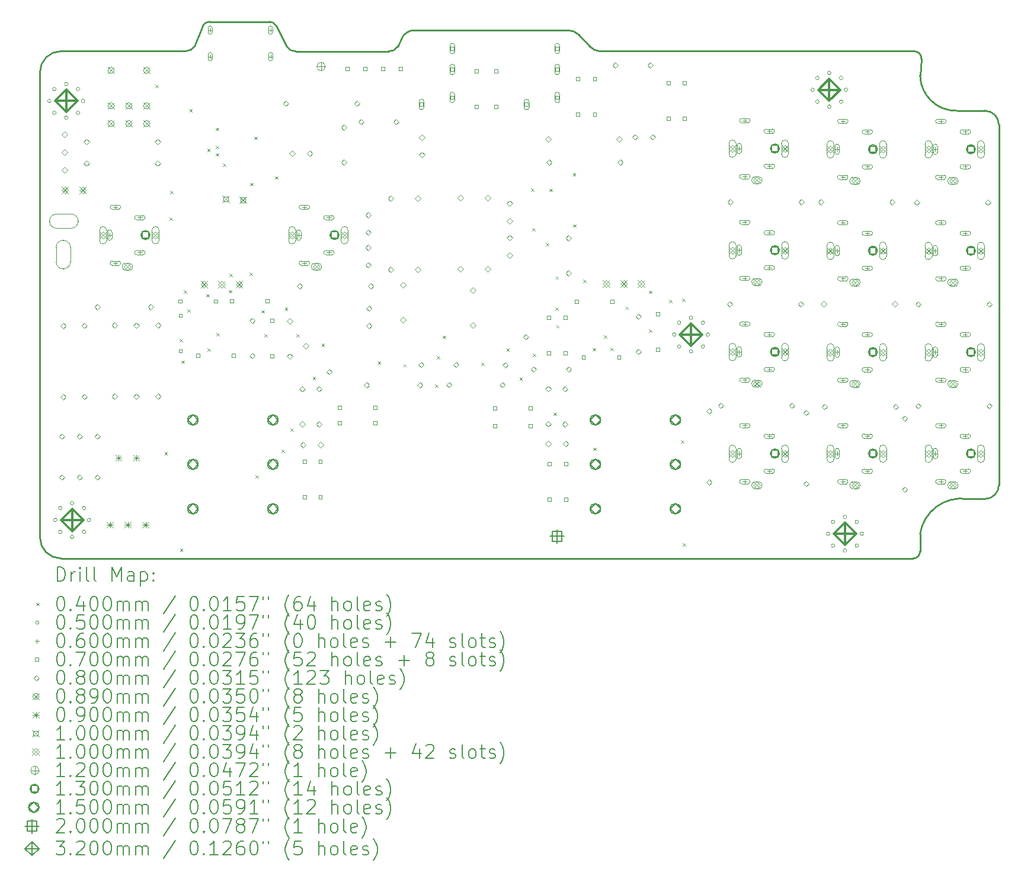
<source format=gbr>
%TF.GenerationSoftware,KiCad,Pcbnew,8.0.6*%
%TF.CreationDate,2024-11-06T00:44:51+01:00*%
%TF.ProjectId,spider2,73706964-6572-4322-9e6b-696361645f70,rev?*%
%TF.SameCoordinates,Original*%
%TF.FileFunction,Drillmap*%
%TF.FilePolarity,Positive*%
%FSLAX45Y45*%
G04 Gerber Fmt 4.5, Leading zero omitted, Abs format (unit mm)*
G04 Created by KiCad (PCBNEW 8.0.6) date 2024-11-06 00:44:51*
%MOMM*%
%LPD*%
G01*
G04 APERTURE LIST*
%ADD10C,0.254000*%
%ADD11C,0.100000*%
%ADD12C,0.200000*%
%ADD13C,0.120000*%
%ADD14C,0.130000*%
%ADD15C,0.150000*%
%ADD16C,0.320000*%
G04 APERTURE END LIST*
D10*
X18873422Y-2994112D02*
X18934801Y-2870849D01*
X26864460Y-3909160D02*
G75*
G02*
X26339460Y-3409160I-12500J512500D01*
G01*
X17135542Y-2691234D02*
X17293546Y-2994000D01*
X27264460Y-3909160D02*
G75*
G02*
X27464460Y-4109160I0J-200000D01*
G01*
X18873422Y-2994112D02*
G75*
G02*
X18747000Y-3061000I-119002J72002D01*
G01*
X17419967Y-3060888D02*
X18747000Y-3061000D01*
X26339460Y-10209160D02*
X26339460Y-9959160D01*
X26339460Y-10209160D02*
G75*
G02*
X26239460Y-10309160I-100000J0D01*
G01*
X16089480Y-2699368D02*
G75*
G02*
X16181924Y-2637504I92440J-38132D01*
G01*
X13764460Y-3359057D02*
G75*
G02*
X14064357Y-3059060I300000J-3D01*
G01*
D11*
X14309289Y-5485711D02*
X14309289Y-5490000D01*
X14309289Y-5490000D02*
G75*
G02*
X14209289Y-5589999I-99999J0D01*
G01*
D10*
X27014460Y-9459160D02*
X27264460Y-9459160D01*
X15968954Y-2991559D02*
G75*
G02*
X15842532Y-3058447I-118994J71989D01*
G01*
D11*
X13900711Y-5485711D02*
X13900711Y-5490000D01*
D10*
X15968954Y-2991559D02*
X16089480Y-2699368D01*
D11*
X14000711Y-5590000D02*
G75*
G02*
X13900710Y-5490000I-1J100000D01*
G01*
D10*
X26257080Y-3059142D02*
G75*
G02*
X26356803Y-3166267I-20J-99998D01*
G01*
X14064460Y-10309160D02*
X26239460Y-10309160D01*
X27464460Y-9259160D02*
X27464460Y-4109160D01*
D11*
X13900711Y-5485711D02*
G75*
G02*
X14000711Y-5385711I99999J1D01*
G01*
D10*
X17046889Y-2637500D02*
G75*
G02*
X17135544Y-2691234I2J-100000D01*
G01*
X14064460Y-10309160D02*
G75*
G02*
X13764460Y-10009160I0J300000D01*
G01*
X21757980Y-3058410D02*
G75*
G02*
X21629304Y-2995972I2610J169190D01*
G01*
D11*
X13995000Y-5860711D02*
G75*
G02*
X14095000Y-5760710I100000J1D01*
G01*
D10*
X14064357Y-3059057D02*
X15842532Y-3058447D01*
D11*
X13995000Y-6069289D02*
X13995000Y-5860711D01*
X14095000Y-6169289D02*
G75*
G02*
X13995000Y-6069289I0J100000D01*
G01*
D10*
X17419967Y-3060888D02*
G75*
G02*
X17293549Y-2993998I-7417J138888D01*
G01*
X26339460Y-9959160D02*
G75*
G02*
X27014460Y-9459160I587500J-87500D01*
G01*
D11*
X14099289Y-5760711D02*
X14095000Y-5760711D01*
D10*
X18934801Y-2870849D02*
G75*
G02*
X19113833Y-2760002I179029J-89151D01*
G01*
X21757980Y-3058410D02*
X26257080Y-3059142D01*
X16181924Y-2637500D02*
X17046889Y-2637500D01*
X13764460Y-3359057D02*
X13764460Y-10009160D01*
X21313610Y-2760000D02*
G75*
G02*
X21456288Y-2819846I0J-200000D01*
G01*
X19113833Y-2760000D02*
X21313610Y-2760000D01*
X26356809Y-3166267D02*
X26339460Y-3409160D01*
D11*
X14199289Y-6069289D02*
X14199289Y-5860711D01*
X14199289Y-6069289D02*
G75*
G02*
X14099289Y-6169289I-99999J-1D01*
G01*
X14209289Y-5590000D02*
X14000711Y-5590000D01*
X14099289Y-6169289D02*
X14095000Y-6169289D01*
X14209289Y-5385711D02*
X14000711Y-5385711D01*
X14209289Y-5385711D02*
G75*
G02*
X14309289Y-5485711I1J-99999D01*
G01*
D10*
X27464460Y-9259160D02*
G75*
G02*
X27264460Y-9459160I-200000J0D01*
G01*
X26864460Y-3909160D02*
X27264460Y-3909160D01*
D11*
X14099289Y-5760711D02*
G75*
G02*
X14199289Y-5860711I1J-99999D01*
G01*
D10*
X21456288Y-2819846D02*
X21629301Y-2995975D01*
D12*
D11*
X15412500Y-3540000D02*
X15452500Y-3580000D01*
X15452500Y-3540000D02*
X15412500Y-3580000D01*
X15544000Y-8788000D02*
X15584000Y-8828000D01*
X15584000Y-8788000D02*
X15544000Y-8828000D01*
X15617000Y-5435000D02*
X15657000Y-5475000D01*
X15657000Y-5435000D02*
X15617000Y-5475000D01*
X15622000Y-5057000D02*
X15662000Y-5097000D01*
X15662000Y-5057000D02*
X15622000Y-5097000D01*
X15762500Y-7170000D02*
X15802500Y-7210000D01*
X15802500Y-7170000D02*
X15762500Y-7210000D01*
X15764000Y-10166000D02*
X15804000Y-10206000D01*
X15804000Y-10166000D02*
X15764000Y-10206000D01*
X15782500Y-7480000D02*
X15822500Y-7520000D01*
X15822500Y-7480000D02*
X15782500Y-7520000D01*
X15820000Y-6477500D02*
X15860000Y-6517500D01*
X15860000Y-6477500D02*
X15820000Y-6517500D01*
X15867500Y-6747500D02*
X15907500Y-6787500D01*
X15907500Y-6747500D02*
X15867500Y-6787500D01*
X15899000Y-3887000D02*
X15939000Y-3927000D01*
X15939000Y-3887000D02*
X15899000Y-3927000D01*
X16140000Y-6532500D02*
X16180000Y-6572500D01*
X16180000Y-6532500D02*
X16140000Y-6572500D01*
X16154000Y-4452000D02*
X16194000Y-4492000D01*
X16194000Y-4452000D02*
X16154000Y-4492000D01*
X16155000Y-7307500D02*
X16195000Y-7347500D01*
X16195000Y-7307500D02*
X16155000Y-7347500D01*
X16274000Y-4152000D02*
X16314000Y-4192000D01*
X16314000Y-4152000D02*
X16274000Y-4192000D01*
X16274000Y-4412000D02*
X16314000Y-4452000D01*
X16314000Y-4412000D02*
X16274000Y-4452000D01*
X16274000Y-4517000D02*
X16314000Y-4557000D01*
X16314000Y-4517000D02*
X16274000Y-4557000D01*
X16287500Y-7087500D02*
X16327500Y-7127500D01*
X16327500Y-7087500D02*
X16287500Y-7127500D01*
X16379000Y-4662000D02*
X16419000Y-4702000D01*
X16419000Y-4662000D02*
X16379000Y-4702000D01*
X16460000Y-6472500D02*
X16500000Y-6512500D01*
X16500000Y-6472500D02*
X16460000Y-6512500D01*
X16470000Y-6240000D02*
X16510000Y-6280000D01*
X16510000Y-6240000D02*
X16470000Y-6280000D01*
X16760000Y-6222500D02*
X16800000Y-6262500D01*
X16800000Y-6222500D02*
X16760000Y-6262500D01*
X16767000Y-4939000D02*
X16807000Y-4979000D01*
X16807000Y-4939000D02*
X16767000Y-4979000D01*
X16827820Y-4280220D02*
X16867820Y-4320220D01*
X16867820Y-4280220D02*
X16827820Y-4320220D01*
X16842500Y-9117500D02*
X16882500Y-9157500D01*
X16882500Y-9117500D02*
X16842500Y-9157500D01*
X16927500Y-6760000D02*
X16967500Y-6800000D01*
X16967500Y-6760000D02*
X16927500Y-6800000D01*
X16970000Y-7105000D02*
X17010000Y-7145000D01*
X17010000Y-7105000D02*
X16970000Y-7145000D01*
X17124000Y-4847000D02*
X17164000Y-4887000D01*
X17164000Y-4847000D02*
X17124000Y-4887000D01*
X17215000Y-8755000D02*
X17255000Y-8795000D01*
X17255000Y-8755000D02*
X17215000Y-8795000D01*
X17262500Y-6722500D02*
X17302500Y-6762500D01*
X17302500Y-6722500D02*
X17262500Y-6762500D01*
X17342500Y-8447500D02*
X17382500Y-8487500D01*
X17382500Y-8447500D02*
X17342500Y-8487500D01*
X17425000Y-7105000D02*
X17465000Y-7145000D01*
X17465000Y-7105000D02*
X17425000Y-7145000D01*
X17660000Y-7711000D02*
X17700000Y-7751000D01*
X17700000Y-7711000D02*
X17660000Y-7751000D01*
X17787500Y-7240000D02*
X17827500Y-7280000D01*
X17827500Y-7240000D02*
X17787500Y-7280000D01*
X18591000Y-7495000D02*
X18631000Y-7535000D01*
X18631000Y-7495000D02*
X18591000Y-7535000D01*
X18955000Y-7530000D02*
X18995000Y-7570000D01*
X18995000Y-7530000D02*
X18955000Y-7570000D01*
X19408000Y-7822000D02*
X19448000Y-7862000D01*
X19448000Y-7822000D02*
X19408000Y-7862000D01*
X19436000Y-7416000D02*
X19476000Y-7456000D01*
X19476000Y-7416000D02*
X19436000Y-7456000D01*
X19522000Y-7124000D02*
X19562000Y-7164000D01*
X19562000Y-7124000D02*
X19522000Y-7164000D01*
X20067000Y-7507000D02*
X20107000Y-7547000D01*
X20107000Y-7507000D02*
X20067000Y-7547000D01*
X20430000Y-7307500D02*
X20470000Y-7347500D01*
X20470000Y-7307500D02*
X20430000Y-7347500D01*
X20615000Y-7722500D02*
X20655000Y-7762500D01*
X20655000Y-7722500D02*
X20615000Y-7762500D01*
X20782000Y-5018000D02*
X20822000Y-5058000D01*
X20822000Y-5018000D02*
X20782000Y-5058000D01*
X20797840Y-5588320D02*
X20837840Y-5628320D01*
X20837840Y-5588320D02*
X20797840Y-5628320D01*
X20805000Y-7385000D02*
X20845000Y-7425000D01*
X20845000Y-7385000D02*
X20805000Y-7425000D01*
X20993108Y-5796912D02*
X21033108Y-5836912D01*
X21033108Y-5796912D02*
X20993108Y-5836912D01*
X21044220Y-5024440D02*
X21084220Y-5064440D01*
X21084220Y-5024440D02*
X21044220Y-5064440D01*
X21102500Y-8225000D02*
X21142500Y-8265000D01*
X21142500Y-8225000D02*
X21102500Y-8265000D01*
X21125000Y-6725000D02*
X21165000Y-6765000D01*
X21165000Y-6725000D02*
X21125000Y-6765000D01*
X21132500Y-6277500D02*
X21172500Y-6317500D01*
X21172500Y-6277500D02*
X21132500Y-6317500D01*
X21140000Y-6972500D02*
X21180000Y-7012500D01*
X21180000Y-6972500D02*
X21140000Y-7012500D01*
X21376960Y-4802280D02*
X21416960Y-4842280D01*
X21416960Y-4802280D02*
X21376960Y-4842280D01*
X21382000Y-5532000D02*
X21422000Y-5572000D01*
X21422000Y-5532000D02*
X21382000Y-5572000D01*
X21527500Y-6325000D02*
X21567500Y-6365000D01*
X21567500Y-6325000D02*
X21527500Y-6365000D01*
X21660000Y-7302500D02*
X21700000Y-7342500D01*
X21700000Y-7302500D02*
X21660000Y-7342500D01*
X21672500Y-8725000D02*
X21712500Y-8765000D01*
X21712500Y-8725000D02*
X21672500Y-8765000D01*
X21822500Y-7122500D02*
X21862500Y-7162500D01*
X21862500Y-7122500D02*
X21822500Y-7162500D01*
X21915000Y-7300000D02*
X21955000Y-7340000D01*
X21955000Y-7300000D02*
X21915000Y-7340000D01*
X22130000Y-6710000D02*
X22170000Y-6750000D01*
X22170000Y-6710000D02*
X22130000Y-6750000D01*
X22462500Y-6480000D02*
X22502500Y-6520000D01*
X22502500Y-6480000D02*
X22462500Y-6520000D01*
X22465000Y-7035000D02*
X22505000Y-7075000D01*
X22505000Y-7035000D02*
X22465000Y-7075000D01*
X22756180Y-6609400D02*
X22796180Y-6649400D01*
X22796180Y-6609400D02*
X22756180Y-6649400D01*
X22920000Y-8620000D02*
X22960000Y-8660000D01*
X22960000Y-8620000D02*
X22920000Y-8660000D01*
X22937500Y-6592500D02*
X22977500Y-6632500D01*
X22977500Y-6592500D02*
X22937500Y-6632500D01*
X22950000Y-10090000D02*
X22990000Y-10130000D01*
X22990000Y-10090000D02*
X22950000Y-10130000D01*
X13924460Y-3769160D02*
G75*
G02*
X13874460Y-3769160I-25000J0D01*
G01*
X13874460Y-3769160D02*
G75*
G02*
X13924460Y-3769160I25000J0D01*
G01*
X13994754Y-3599454D02*
G75*
G02*
X13944754Y-3599454I-25000J0D01*
G01*
X13944754Y-3599454D02*
G75*
G02*
X13994754Y-3599454I25000J0D01*
G01*
X13994754Y-3938866D02*
G75*
G02*
X13944754Y-3938866I-25000J0D01*
G01*
X13944754Y-3938866D02*
G75*
G02*
X13994754Y-3938866I25000J0D01*
G01*
X14009000Y-9759000D02*
G75*
G02*
X13959000Y-9759000I-25000J0D01*
G01*
X13959000Y-9759000D02*
G75*
G02*
X14009000Y-9759000I25000J0D01*
G01*
X14079294Y-9589294D02*
G75*
G02*
X14029294Y-9589294I-25000J0D01*
G01*
X14029294Y-9589294D02*
G75*
G02*
X14079294Y-9589294I25000J0D01*
G01*
X14079294Y-9928706D02*
G75*
G02*
X14029294Y-9928706I-25000J0D01*
G01*
X14029294Y-9928706D02*
G75*
G02*
X14079294Y-9928706I25000J0D01*
G01*
X14164460Y-3529160D02*
G75*
G02*
X14114460Y-3529160I-25000J0D01*
G01*
X14114460Y-3529160D02*
G75*
G02*
X14164460Y-3529160I25000J0D01*
G01*
X14164460Y-4009160D02*
G75*
G02*
X14114460Y-4009160I-25000J0D01*
G01*
X14114460Y-4009160D02*
G75*
G02*
X14164460Y-4009160I25000J0D01*
G01*
X14249000Y-9519000D02*
G75*
G02*
X14199000Y-9519000I-25000J0D01*
G01*
X14199000Y-9519000D02*
G75*
G02*
X14249000Y-9519000I25000J0D01*
G01*
X14249000Y-9999000D02*
G75*
G02*
X14199000Y-9999000I-25000J0D01*
G01*
X14199000Y-9999000D02*
G75*
G02*
X14249000Y-9999000I25000J0D01*
G01*
X14334166Y-3599454D02*
G75*
G02*
X14284166Y-3599454I-25000J0D01*
G01*
X14284166Y-3599454D02*
G75*
G02*
X14334166Y-3599454I25000J0D01*
G01*
X14334166Y-3938866D02*
G75*
G02*
X14284166Y-3938866I-25000J0D01*
G01*
X14284166Y-3938866D02*
G75*
G02*
X14334166Y-3938866I25000J0D01*
G01*
X14404460Y-3769160D02*
G75*
G02*
X14354460Y-3769160I-25000J0D01*
G01*
X14354460Y-3769160D02*
G75*
G02*
X14404460Y-3769160I25000J0D01*
G01*
X14418706Y-9589294D02*
G75*
G02*
X14368706Y-9589294I-25000J0D01*
G01*
X14368706Y-9589294D02*
G75*
G02*
X14418706Y-9589294I25000J0D01*
G01*
X14418706Y-9928706D02*
G75*
G02*
X14368706Y-9928706I-25000J0D01*
G01*
X14368706Y-9928706D02*
G75*
G02*
X14418706Y-9928706I25000J0D01*
G01*
X14489000Y-9759000D02*
G75*
G02*
X14439000Y-9759000I-25000J0D01*
G01*
X14439000Y-9759000D02*
G75*
G02*
X14489000Y-9759000I25000J0D01*
G01*
X22851014Y-7108826D02*
G75*
G02*
X22801014Y-7108826I-25000J0D01*
G01*
X22801014Y-7108826D02*
G75*
G02*
X22851014Y-7108826I25000J0D01*
G01*
X22921309Y-6939120D02*
G75*
G02*
X22871309Y-6939120I-25000J0D01*
G01*
X22871309Y-6939120D02*
G75*
G02*
X22921309Y-6939120I25000J0D01*
G01*
X22921309Y-7278532D02*
G75*
G02*
X22871309Y-7278532I-25000J0D01*
G01*
X22871309Y-7278532D02*
G75*
G02*
X22921309Y-7278532I25000J0D01*
G01*
X23091014Y-6868826D02*
G75*
G02*
X23041014Y-6868826I-25000J0D01*
G01*
X23041014Y-6868826D02*
G75*
G02*
X23091014Y-6868826I25000J0D01*
G01*
X23091014Y-7348826D02*
G75*
G02*
X23041014Y-7348826I-25000J0D01*
G01*
X23041014Y-7348826D02*
G75*
G02*
X23091014Y-7348826I25000J0D01*
G01*
X23260720Y-6939120D02*
G75*
G02*
X23210720Y-6939120I-25000J0D01*
G01*
X23210720Y-6939120D02*
G75*
G02*
X23260720Y-6939120I25000J0D01*
G01*
X23260720Y-7278532D02*
G75*
G02*
X23210720Y-7278532I-25000J0D01*
G01*
X23210720Y-7278532D02*
G75*
G02*
X23260720Y-7278532I25000J0D01*
G01*
X23331014Y-7108826D02*
G75*
G02*
X23281014Y-7108826I-25000J0D01*
G01*
X23281014Y-7108826D02*
G75*
G02*
X23331014Y-7108826I25000J0D01*
G01*
X24826953Y-3610246D02*
G75*
G02*
X24776953Y-3610246I-25000J0D01*
G01*
X24776953Y-3610246D02*
G75*
G02*
X24826953Y-3610246I25000J0D01*
G01*
X24897248Y-3440540D02*
G75*
G02*
X24847248Y-3440540I-25000J0D01*
G01*
X24847248Y-3440540D02*
G75*
G02*
X24897248Y-3440540I25000J0D01*
G01*
X24897248Y-3779952D02*
G75*
G02*
X24847248Y-3779952I-25000J0D01*
G01*
X24847248Y-3779952D02*
G75*
G02*
X24897248Y-3779952I25000J0D01*
G01*
X25050000Y-9955000D02*
G75*
G02*
X25000000Y-9955000I-25000J0D01*
G01*
X25000000Y-9955000D02*
G75*
G02*
X25050000Y-9955000I25000J0D01*
G01*
X25066953Y-3370246D02*
G75*
G02*
X25016953Y-3370246I-25000J0D01*
G01*
X25016953Y-3370246D02*
G75*
G02*
X25066953Y-3370246I25000J0D01*
G01*
X25066953Y-3850246D02*
G75*
G02*
X25016953Y-3850246I-25000J0D01*
G01*
X25016953Y-3850246D02*
G75*
G02*
X25066953Y-3850246I25000J0D01*
G01*
X25120294Y-9785294D02*
G75*
G02*
X25070294Y-9785294I-25000J0D01*
G01*
X25070294Y-9785294D02*
G75*
G02*
X25120294Y-9785294I25000J0D01*
G01*
X25120294Y-10124706D02*
G75*
G02*
X25070294Y-10124706I-25000J0D01*
G01*
X25070294Y-10124706D02*
G75*
G02*
X25120294Y-10124706I25000J0D01*
G01*
X25236659Y-3440540D02*
G75*
G02*
X25186659Y-3440540I-25000J0D01*
G01*
X25186659Y-3440540D02*
G75*
G02*
X25236659Y-3440540I25000J0D01*
G01*
X25236659Y-3779952D02*
G75*
G02*
X25186659Y-3779952I-25000J0D01*
G01*
X25186659Y-3779952D02*
G75*
G02*
X25236659Y-3779952I25000J0D01*
G01*
X25290000Y-9715000D02*
G75*
G02*
X25240000Y-9715000I-25000J0D01*
G01*
X25240000Y-9715000D02*
G75*
G02*
X25290000Y-9715000I25000J0D01*
G01*
X25290000Y-10195000D02*
G75*
G02*
X25240000Y-10195000I-25000J0D01*
G01*
X25240000Y-10195000D02*
G75*
G02*
X25290000Y-10195000I25000J0D01*
G01*
X25306953Y-3610246D02*
G75*
G02*
X25256953Y-3610246I-25000J0D01*
G01*
X25256953Y-3610246D02*
G75*
G02*
X25306953Y-3610246I25000J0D01*
G01*
X25459706Y-9785294D02*
G75*
G02*
X25409706Y-9785294I-25000J0D01*
G01*
X25409706Y-9785294D02*
G75*
G02*
X25459706Y-9785294I25000J0D01*
G01*
X25459706Y-10124706D02*
G75*
G02*
X25409706Y-10124706I-25000J0D01*
G01*
X25409706Y-10124706D02*
G75*
G02*
X25459706Y-10124706I25000J0D01*
G01*
X25530000Y-9955000D02*
G75*
G02*
X25480000Y-9955000I-25000J0D01*
G01*
X25480000Y-9955000D02*
G75*
G02*
X25530000Y-9955000I25000J0D01*
G01*
X14761520Y-5656971D02*
X14761520Y-5716971D01*
X14731520Y-5686971D02*
X14791520Y-5686971D01*
X14791520Y-5731971D02*
X14791520Y-5641971D01*
X14731520Y-5641971D02*
G75*
G02*
X14791520Y-5641971I30000J0D01*
G01*
X14731520Y-5641971D02*
X14731520Y-5731971D01*
X14731520Y-5731971D02*
G75*
G03*
X14791520Y-5731971I30000J0D01*
G01*
X14841520Y-5256971D02*
X14841520Y-5316971D01*
X14811520Y-5286971D02*
X14871520Y-5286971D01*
X14796520Y-5316971D02*
X14886520Y-5316971D01*
X14886520Y-5256971D02*
G75*
G02*
X14886520Y-5316971I0J-30000D01*
G01*
X14886520Y-5256971D02*
X14796520Y-5256971D01*
X14796520Y-5256971D02*
G75*
G03*
X14796520Y-5316971I0J-30000D01*
G01*
X14841520Y-6056971D02*
X14841520Y-6116971D01*
X14811520Y-6086971D02*
X14871520Y-6086971D01*
X14796520Y-6116971D02*
X14886520Y-6116971D01*
X14886520Y-6056971D02*
G75*
G02*
X14886520Y-6116971I0J-30000D01*
G01*
X14886520Y-6056971D02*
X14796520Y-6056971D01*
X14796520Y-6056971D02*
G75*
G03*
X14796520Y-6116971I0J-30000D01*
G01*
X15191520Y-5406971D02*
X15191520Y-5466971D01*
X15161520Y-5436971D02*
X15221520Y-5436971D01*
X15146520Y-5466971D02*
X15236520Y-5466971D01*
X15236520Y-5406971D02*
G75*
G02*
X15236520Y-5466971I0J-30000D01*
G01*
X15236520Y-5406971D02*
X15146520Y-5406971D01*
X15146520Y-5406971D02*
G75*
G03*
X15146520Y-5466971I0J-30000D01*
G01*
X15191520Y-5906971D02*
X15191520Y-5966971D01*
X15161520Y-5936971D02*
X15221520Y-5936971D01*
X15146520Y-5966971D02*
X15236520Y-5966971D01*
X15236520Y-5906971D02*
G75*
G02*
X15236520Y-5966971I0J-30000D01*
G01*
X15236520Y-5906971D02*
X15146520Y-5906971D01*
X15146520Y-5906971D02*
G75*
G03*
X15146520Y-5966971I0J-30000D01*
G01*
X16195000Y-2727000D02*
X16195000Y-2787000D01*
X16165000Y-2757000D02*
X16225000Y-2757000D01*
X16225000Y-2787000D02*
X16225000Y-2727000D01*
X16165000Y-2727000D02*
G75*
G02*
X16225000Y-2727000I30000J0D01*
G01*
X16165000Y-2727000D02*
X16165000Y-2787000D01*
X16165000Y-2787000D02*
G75*
G03*
X16225000Y-2787000I30000J0D01*
G01*
X16195000Y-3107000D02*
X16195000Y-3167000D01*
X16165000Y-3137000D02*
X16225000Y-3137000D01*
X16225000Y-3167000D02*
X16225000Y-3107000D01*
X16165000Y-3107000D02*
G75*
G02*
X16225000Y-3107000I30000J0D01*
G01*
X16165000Y-3107000D02*
X16165000Y-3167000D01*
X16165000Y-3167000D02*
G75*
G03*
X16225000Y-3167000I30000J0D01*
G01*
X17059000Y-2727000D02*
X17059000Y-2787000D01*
X17029000Y-2757000D02*
X17089000Y-2757000D01*
X17089000Y-2787000D02*
X17089000Y-2727000D01*
X17029000Y-2727000D02*
G75*
G02*
X17089000Y-2727000I30000J0D01*
G01*
X17029000Y-2727000D02*
X17029000Y-2787000D01*
X17029000Y-2787000D02*
G75*
G03*
X17089000Y-2787000I30000J0D01*
G01*
X17059000Y-3107000D02*
X17059000Y-3167000D01*
X17029000Y-3137000D02*
X17089000Y-3137000D01*
X17089000Y-3167000D02*
X17089000Y-3107000D01*
X17029000Y-3107000D02*
G75*
G02*
X17089000Y-3107000I30000J0D01*
G01*
X17029000Y-3107000D02*
X17029000Y-3167000D01*
X17029000Y-3167000D02*
G75*
G03*
X17089000Y-3167000I30000J0D01*
G01*
X17462407Y-5656825D02*
X17462407Y-5716825D01*
X17432407Y-5686825D02*
X17492407Y-5686825D01*
X17492407Y-5731825D02*
X17492407Y-5641825D01*
X17432407Y-5641825D02*
G75*
G02*
X17492407Y-5641825I30000J0D01*
G01*
X17432407Y-5641825D02*
X17432407Y-5731825D01*
X17432407Y-5731825D02*
G75*
G03*
X17492407Y-5731825I30000J0D01*
G01*
X17542407Y-5256825D02*
X17542407Y-5316825D01*
X17512407Y-5286825D02*
X17572407Y-5286825D01*
X17497407Y-5316825D02*
X17587407Y-5316825D01*
X17587407Y-5256825D02*
G75*
G02*
X17587407Y-5316825I0J-30000D01*
G01*
X17587407Y-5256825D02*
X17497407Y-5256825D01*
X17497407Y-5256825D02*
G75*
G03*
X17497407Y-5316825I0J-30000D01*
G01*
X17542407Y-6056825D02*
X17542407Y-6116825D01*
X17512407Y-6086825D02*
X17572407Y-6086825D01*
X17497407Y-6116825D02*
X17587407Y-6116825D01*
X17587407Y-6056825D02*
G75*
G02*
X17587407Y-6116825I0J-30000D01*
G01*
X17587407Y-6056825D02*
X17497407Y-6056825D01*
X17497407Y-6056825D02*
G75*
G03*
X17497407Y-6116825I0J-30000D01*
G01*
X17892407Y-5406825D02*
X17892407Y-5466825D01*
X17862407Y-5436825D02*
X17922407Y-5436825D01*
X17847407Y-5466825D02*
X17937407Y-5466825D01*
X17937407Y-5406825D02*
G75*
G02*
X17937407Y-5466825I0J-30000D01*
G01*
X17937407Y-5406825D02*
X17847407Y-5406825D01*
X17847407Y-5406825D02*
G75*
G03*
X17847407Y-5466825I0J-30000D01*
G01*
X17892407Y-5906825D02*
X17892407Y-5966825D01*
X17862407Y-5936825D02*
X17922407Y-5936825D01*
X17847407Y-5966825D02*
X17937407Y-5966825D01*
X17937407Y-5906825D02*
G75*
G02*
X17937407Y-5966825I0J-30000D01*
G01*
X17937407Y-5906825D02*
X17847407Y-5906825D01*
X17847407Y-5906825D02*
G75*
G03*
X17847407Y-5966825I0J-30000D01*
G01*
X23754911Y-8780000D02*
X23754911Y-8840000D01*
X23724911Y-8810000D02*
X23784911Y-8810000D01*
X23784911Y-8855000D02*
X23784911Y-8765000D01*
X23724911Y-8765000D02*
G75*
G02*
X23784911Y-8765000I30000J0D01*
G01*
X23724911Y-8765000D02*
X23724911Y-8855000D01*
X23724911Y-8855000D02*
G75*
G03*
X23784911Y-8855000I30000J0D01*
G01*
X23755000Y-4420000D02*
X23755000Y-4480000D01*
X23725000Y-4450000D02*
X23785000Y-4450000D01*
X23785000Y-4495000D02*
X23785000Y-4405000D01*
X23725000Y-4405000D02*
G75*
G02*
X23785000Y-4405000I30000J0D01*
G01*
X23725000Y-4405000D02*
X23725000Y-4495000D01*
X23725000Y-4495000D02*
G75*
G03*
X23785000Y-4495000I30000J0D01*
G01*
X23755000Y-5873333D02*
X23755000Y-5933333D01*
X23725000Y-5903333D02*
X23785000Y-5903333D01*
X23785000Y-5948333D02*
X23785000Y-5858333D01*
X23725000Y-5858333D02*
G75*
G02*
X23785000Y-5858333I30000J0D01*
G01*
X23725000Y-5858333D02*
X23725000Y-5948333D01*
X23725000Y-5948333D02*
G75*
G03*
X23785000Y-5948333I30000J0D01*
G01*
X23755000Y-7326667D02*
X23755000Y-7386667D01*
X23725000Y-7356667D02*
X23785000Y-7356667D01*
X23785000Y-7401667D02*
X23785000Y-7311667D01*
X23725000Y-7311667D02*
G75*
G02*
X23785000Y-7311667I30000J0D01*
G01*
X23725000Y-7311667D02*
X23725000Y-7401667D01*
X23725000Y-7401667D02*
G75*
G03*
X23785000Y-7401667I30000J0D01*
G01*
X23834911Y-8380000D02*
X23834911Y-8440000D01*
X23804911Y-8410000D02*
X23864911Y-8410000D01*
X23789911Y-8440000D02*
X23879911Y-8440000D01*
X23879911Y-8380000D02*
G75*
G02*
X23879911Y-8440000I0J-30000D01*
G01*
X23879911Y-8380000D02*
X23789911Y-8380000D01*
X23789911Y-8380000D02*
G75*
G03*
X23789911Y-8440000I0J-30000D01*
G01*
X23834911Y-9180000D02*
X23834911Y-9240000D01*
X23804911Y-9210000D02*
X23864911Y-9210000D01*
X23789911Y-9240000D02*
X23879911Y-9240000D01*
X23879911Y-9180000D02*
G75*
G02*
X23879911Y-9240000I0J-30000D01*
G01*
X23879911Y-9180000D02*
X23789911Y-9180000D01*
X23789911Y-9180000D02*
G75*
G03*
X23789911Y-9240000I0J-30000D01*
G01*
X23835000Y-4020000D02*
X23835000Y-4080000D01*
X23805000Y-4050000D02*
X23865000Y-4050000D01*
X23790000Y-4080000D02*
X23880000Y-4080000D01*
X23880000Y-4020000D02*
G75*
G02*
X23880000Y-4080000I0J-30000D01*
G01*
X23880000Y-4020000D02*
X23790000Y-4020000D01*
X23790000Y-4020000D02*
G75*
G03*
X23790000Y-4080000I0J-30000D01*
G01*
X23835000Y-4820000D02*
X23835000Y-4880000D01*
X23805000Y-4850000D02*
X23865000Y-4850000D01*
X23790000Y-4880000D02*
X23880000Y-4880000D01*
X23880000Y-4820000D02*
G75*
G02*
X23880000Y-4880000I0J-30000D01*
G01*
X23880000Y-4820000D02*
X23790000Y-4820000D01*
X23790000Y-4820000D02*
G75*
G03*
X23790000Y-4880000I0J-30000D01*
G01*
X23835000Y-5473333D02*
X23835000Y-5533333D01*
X23805000Y-5503333D02*
X23865000Y-5503333D01*
X23790000Y-5533333D02*
X23880000Y-5533333D01*
X23880000Y-5473333D02*
G75*
G02*
X23880000Y-5533333I0J-30000D01*
G01*
X23880000Y-5473333D02*
X23790000Y-5473333D01*
X23790000Y-5473333D02*
G75*
G03*
X23790000Y-5533333I0J-30000D01*
G01*
X23835000Y-6273333D02*
X23835000Y-6333333D01*
X23805000Y-6303333D02*
X23865000Y-6303333D01*
X23790000Y-6333333D02*
X23880000Y-6333333D01*
X23880000Y-6273333D02*
G75*
G02*
X23880000Y-6333333I0J-30000D01*
G01*
X23880000Y-6273333D02*
X23790000Y-6273333D01*
X23790000Y-6273333D02*
G75*
G03*
X23790000Y-6333333I0J-30000D01*
G01*
X23835000Y-6926667D02*
X23835000Y-6986667D01*
X23805000Y-6956667D02*
X23865000Y-6956667D01*
X23790000Y-6986667D02*
X23880000Y-6986667D01*
X23880000Y-6926667D02*
G75*
G02*
X23880000Y-6986667I0J-30000D01*
G01*
X23880000Y-6926667D02*
X23790000Y-6926667D01*
X23790000Y-6926667D02*
G75*
G03*
X23790000Y-6986667I0J-30000D01*
G01*
X23835000Y-7726667D02*
X23835000Y-7786667D01*
X23805000Y-7756667D02*
X23865000Y-7756667D01*
X23790000Y-7786667D02*
X23880000Y-7786667D01*
X23880000Y-7726667D02*
G75*
G02*
X23880000Y-7786667I0J-30000D01*
G01*
X23880000Y-7726667D02*
X23790000Y-7726667D01*
X23790000Y-7726667D02*
G75*
G03*
X23790000Y-7786667I0J-30000D01*
G01*
X24184911Y-8530000D02*
X24184911Y-8590000D01*
X24154911Y-8560000D02*
X24214911Y-8560000D01*
X24139911Y-8590000D02*
X24229911Y-8590000D01*
X24229911Y-8530000D02*
G75*
G02*
X24229911Y-8590000I0J-30000D01*
G01*
X24229911Y-8530000D02*
X24139911Y-8530000D01*
X24139911Y-8530000D02*
G75*
G03*
X24139911Y-8590000I0J-30000D01*
G01*
X24184911Y-9030000D02*
X24184911Y-9090000D01*
X24154911Y-9060000D02*
X24214911Y-9060000D01*
X24139911Y-9090000D02*
X24229911Y-9090000D01*
X24229911Y-9030000D02*
G75*
G02*
X24229911Y-9090000I0J-30000D01*
G01*
X24229911Y-9030000D02*
X24139911Y-9030000D01*
X24139911Y-9030000D02*
G75*
G03*
X24139911Y-9090000I0J-30000D01*
G01*
X24185000Y-4170000D02*
X24185000Y-4230000D01*
X24155000Y-4200000D02*
X24215000Y-4200000D01*
X24140000Y-4230000D02*
X24230000Y-4230000D01*
X24230000Y-4170000D02*
G75*
G02*
X24230000Y-4230000I0J-30000D01*
G01*
X24230000Y-4170000D02*
X24140000Y-4170000D01*
X24140000Y-4170000D02*
G75*
G03*
X24140000Y-4230000I0J-30000D01*
G01*
X24185000Y-4670000D02*
X24185000Y-4730000D01*
X24155000Y-4700000D02*
X24215000Y-4700000D01*
X24140000Y-4730000D02*
X24230000Y-4730000D01*
X24230000Y-4670000D02*
G75*
G02*
X24230000Y-4730000I0J-30000D01*
G01*
X24230000Y-4670000D02*
X24140000Y-4670000D01*
X24140000Y-4670000D02*
G75*
G03*
X24140000Y-4730000I0J-30000D01*
G01*
X24185000Y-5623333D02*
X24185000Y-5683333D01*
X24155000Y-5653333D02*
X24215000Y-5653333D01*
X24140000Y-5683333D02*
X24230000Y-5683333D01*
X24230000Y-5623333D02*
G75*
G02*
X24230000Y-5683333I0J-30000D01*
G01*
X24230000Y-5623333D02*
X24140000Y-5623333D01*
X24140000Y-5623333D02*
G75*
G03*
X24140000Y-5683333I0J-30000D01*
G01*
X24185000Y-6123333D02*
X24185000Y-6183333D01*
X24155000Y-6153333D02*
X24215000Y-6153333D01*
X24140000Y-6183333D02*
X24230000Y-6183333D01*
X24230000Y-6123333D02*
G75*
G02*
X24230000Y-6183333I0J-30000D01*
G01*
X24230000Y-6123333D02*
X24140000Y-6123333D01*
X24140000Y-6123333D02*
G75*
G03*
X24140000Y-6183333I0J-30000D01*
G01*
X24185000Y-7076667D02*
X24185000Y-7136667D01*
X24155000Y-7106667D02*
X24215000Y-7106667D01*
X24140000Y-7136667D02*
X24230000Y-7136667D01*
X24230000Y-7076667D02*
G75*
G02*
X24230000Y-7136667I0J-30000D01*
G01*
X24230000Y-7076667D02*
X24140000Y-7076667D01*
X24140000Y-7076667D02*
G75*
G03*
X24140000Y-7136667I0J-30000D01*
G01*
X24185000Y-7576667D02*
X24185000Y-7636667D01*
X24155000Y-7606667D02*
X24215000Y-7606667D01*
X24140000Y-7636667D02*
X24230000Y-7636667D01*
X24230000Y-7576667D02*
G75*
G02*
X24230000Y-7636667I0J-30000D01*
G01*
X24230000Y-7576667D02*
X24140000Y-7576667D01*
X24140000Y-7576667D02*
G75*
G03*
X24140000Y-7636667I0J-30000D01*
G01*
X25154911Y-8780000D02*
X25154911Y-8840000D01*
X25124911Y-8810000D02*
X25184911Y-8810000D01*
X25184911Y-8855000D02*
X25184911Y-8765000D01*
X25124911Y-8765000D02*
G75*
G02*
X25184911Y-8765000I30000J0D01*
G01*
X25124911Y-8765000D02*
X25124911Y-8855000D01*
X25124911Y-8855000D02*
G75*
G03*
X25184911Y-8855000I30000J0D01*
G01*
X25155000Y-4430000D02*
X25155000Y-4490000D01*
X25125000Y-4460000D02*
X25185000Y-4460000D01*
X25185000Y-4505000D02*
X25185000Y-4415000D01*
X25125000Y-4415000D02*
G75*
G02*
X25185000Y-4415000I30000J0D01*
G01*
X25125000Y-4415000D02*
X25125000Y-4505000D01*
X25125000Y-4505000D02*
G75*
G03*
X25185000Y-4505000I30000J0D01*
G01*
X25155000Y-5880000D02*
X25155000Y-5940000D01*
X25125000Y-5910000D02*
X25185000Y-5910000D01*
X25185000Y-5955000D02*
X25185000Y-5865000D01*
X25125000Y-5865000D02*
G75*
G02*
X25185000Y-5865000I30000J0D01*
G01*
X25125000Y-5865000D02*
X25125000Y-5955000D01*
X25125000Y-5955000D02*
G75*
G03*
X25185000Y-5955000I30000J0D01*
G01*
X25155000Y-7330000D02*
X25155000Y-7390000D01*
X25125000Y-7360000D02*
X25185000Y-7360000D01*
X25185000Y-7405000D02*
X25185000Y-7315000D01*
X25125000Y-7315000D02*
G75*
G02*
X25185000Y-7315000I30000J0D01*
G01*
X25125000Y-7315000D02*
X25125000Y-7405000D01*
X25125000Y-7405000D02*
G75*
G03*
X25185000Y-7405000I30000J0D01*
G01*
X25234911Y-8380000D02*
X25234911Y-8440000D01*
X25204911Y-8410000D02*
X25264911Y-8410000D01*
X25189911Y-8440000D02*
X25279911Y-8440000D01*
X25279911Y-8380000D02*
G75*
G02*
X25279911Y-8440000I0J-30000D01*
G01*
X25279911Y-8380000D02*
X25189911Y-8380000D01*
X25189911Y-8380000D02*
G75*
G03*
X25189911Y-8440000I0J-30000D01*
G01*
X25234911Y-9180000D02*
X25234911Y-9240000D01*
X25204911Y-9210000D02*
X25264911Y-9210000D01*
X25189911Y-9240000D02*
X25279911Y-9240000D01*
X25279911Y-9180000D02*
G75*
G02*
X25279911Y-9240000I0J-30000D01*
G01*
X25279911Y-9180000D02*
X25189911Y-9180000D01*
X25189911Y-9180000D02*
G75*
G03*
X25189911Y-9240000I0J-30000D01*
G01*
X25235000Y-4030000D02*
X25235000Y-4090000D01*
X25205000Y-4060000D02*
X25265000Y-4060000D01*
X25190000Y-4090000D02*
X25280000Y-4090000D01*
X25280000Y-4030000D02*
G75*
G02*
X25280000Y-4090000I0J-30000D01*
G01*
X25280000Y-4030000D02*
X25190000Y-4030000D01*
X25190000Y-4030000D02*
G75*
G03*
X25190000Y-4090000I0J-30000D01*
G01*
X25235000Y-4830000D02*
X25235000Y-4890000D01*
X25205000Y-4860000D02*
X25265000Y-4860000D01*
X25190000Y-4890000D02*
X25280000Y-4890000D01*
X25280000Y-4830000D02*
G75*
G02*
X25280000Y-4890000I0J-30000D01*
G01*
X25280000Y-4830000D02*
X25190000Y-4830000D01*
X25190000Y-4830000D02*
G75*
G03*
X25190000Y-4890000I0J-30000D01*
G01*
X25235000Y-5480000D02*
X25235000Y-5540000D01*
X25205000Y-5510000D02*
X25265000Y-5510000D01*
X25190000Y-5540000D02*
X25280000Y-5540000D01*
X25280000Y-5480000D02*
G75*
G02*
X25280000Y-5540000I0J-30000D01*
G01*
X25280000Y-5480000D02*
X25190000Y-5480000D01*
X25190000Y-5480000D02*
G75*
G03*
X25190000Y-5540000I0J-30000D01*
G01*
X25235000Y-6280000D02*
X25235000Y-6340000D01*
X25205000Y-6310000D02*
X25265000Y-6310000D01*
X25190000Y-6340000D02*
X25280000Y-6340000D01*
X25280000Y-6280000D02*
G75*
G02*
X25280000Y-6340000I0J-30000D01*
G01*
X25280000Y-6280000D02*
X25190000Y-6280000D01*
X25190000Y-6280000D02*
G75*
G03*
X25190000Y-6340000I0J-30000D01*
G01*
X25235000Y-6930000D02*
X25235000Y-6990000D01*
X25205000Y-6960000D02*
X25265000Y-6960000D01*
X25190000Y-6990000D02*
X25280000Y-6990000D01*
X25280000Y-6930000D02*
G75*
G02*
X25280000Y-6990000I0J-30000D01*
G01*
X25280000Y-6930000D02*
X25190000Y-6930000D01*
X25190000Y-6930000D02*
G75*
G03*
X25190000Y-6990000I0J-30000D01*
G01*
X25235000Y-7730000D02*
X25235000Y-7790000D01*
X25205000Y-7760000D02*
X25265000Y-7760000D01*
X25190000Y-7790000D02*
X25280000Y-7790000D01*
X25280000Y-7730000D02*
G75*
G02*
X25280000Y-7790000I0J-30000D01*
G01*
X25280000Y-7730000D02*
X25190000Y-7730000D01*
X25190000Y-7730000D02*
G75*
G03*
X25190000Y-7790000I0J-30000D01*
G01*
X25584911Y-8530000D02*
X25584911Y-8590000D01*
X25554911Y-8560000D02*
X25614911Y-8560000D01*
X25539911Y-8590000D02*
X25629911Y-8590000D01*
X25629911Y-8530000D02*
G75*
G02*
X25629911Y-8590000I0J-30000D01*
G01*
X25629911Y-8530000D02*
X25539911Y-8530000D01*
X25539911Y-8530000D02*
G75*
G03*
X25539911Y-8590000I0J-30000D01*
G01*
X25584911Y-9030000D02*
X25584911Y-9090000D01*
X25554911Y-9060000D02*
X25614911Y-9060000D01*
X25539911Y-9090000D02*
X25629911Y-9090000D01*
X25629911Y-9030000D02*
G75*
G02*
X25629911Y-9090000I0J-30000D01*
G01*
X25629911Y-9030000D02*
X25539911Y-9030000D01*
X25539911Y-9030000D02*
G75*
G03*
X25539911Y-9090000I0J-30000D01*
G01*
X25585000Y-4180000D02*
X25585000Y-4240000D01*
X25555000Y-4210000D02*
X25615000Y-4210000D01*
X25540000Y-4240000D02*
X25630000Y-4240000D01*
X25630000Y-4180000D02*
G75*
G02*
X25630000Y-4240000I0J-30000D01*
G01*
X25630000Y-4180000D02*
X25540000Y-4180000D01*
X25540000Y-4180000D02*
G75*
G03*
X25540000Y-4240000I0J-30000D01*
G01*
X25585000Y-4680000D02*
X25585000Y-4740000D01*
X25555000Y-4710000D02*
X25615000Y-4710000D01*
X25540000Y-4740000D02*
X25630000Y-4740000D01*
X25630000Y-4680000D02*
G75*
G02*
X25630000Y-4740000I0J-30000D01*
G01*
X25630000Y-4680000D02*
X25540000Y-4680000D01*
X25540000Y-4680000D02*
G75*
G03*
X25540000Y-4740000I0J-30000D01*
G01*
X25585000Y-5630000D02*
X25585000Y-5690000D01*
X25555000Y-5660000D02*
X25615000Y-5660000D01*
X25540000Y-5690000D02*
X25630000Y-5690000D01*
X25630000Y-5630000D02*
G75*
G02*
X25630000Y-5690000I0J-30000D01*
G01*
X25630000Y-5630000D02*
X25540000Y-5630000D01*
X25540000Y-5630000D02*
G75*
G03*
X25540000Y-5690000I0J-30000D01*
G01*
X25585000Y-6130000D02*
X25585000Y-6190000D01*
X25555000Y-6160000D02*
X25615000Y-6160000D01*
X25540000Y-6190000D02*
X25630000Y-6190000D01*
X25630000Y-6130000D02*
G75*
G02*
X25630000Y-6190000I0J-30000D01*
G01*
X25630000Y-6130000D02*
X25540000Y-6130000D01*
X25540000Y-6130000D02*
G75*
G03*
X25540000Y-6190000I0J-30000D01*
G01*
X25585000Y-7080000D02*
X25585000Y-7140000D01*
X25555000Y-7110000D02*
X25615000Y-7110000D01*
X25540000Y-7140000D02*
X25630000Y-7140000D01*
X25630000Y-7080000D02*
G75*
G02*
X25630000Y-7140000I0J-30000D01*
G01*
X25630000Y-7080000D02*
X25540000Y-7080000D01*
X25540000Y-7080000D02*
G75*
G03*
X25540000Y-7140000I0J-30000D01*
G01*
X25585000Y-7580000D02*
X25585000Y-7640000D01*
X25555000Y-7610000D02*
X25615000Y-7610000D01*
X25540000Y-7640000D02*
X25630000Y-7640000D01*
X25630000Y-7580000D02*
G75*
G02*
X25630000Y-7640000I0J-30000D01*
G01*
X25630000Y-7580000D02*
X25540000Y-7580000D01*
X25540000Y-7580000D02*
G75*
G03*
X25540000Y-7640000I0J-30000D01*
G01*
X26555000Y-4430000D02*
X26555000Y-4490000D01*
X26525000Y-4460000D02*
X26585000Y-4460000D01*
X26585000Y-4505000D02*
X26585000Y-4415000D01*
X26525000Y-4415000D02*
G75*
G02*
X26585000Y-4415000I30000J0D01*
G01*
X26525000Y-4415000D02*
X26525000Y-4505000D01*
X26525000Y-4505000D02*
G75*
G03*
X26585000Y-4505000I30000J0D01*
G01*
X26555000Y-5880000D02*
X26555000Y-5940000D01*
X26525000Y-5910000D02*
X26585000Y-5910000D01*
X26585000Y-5955000D02*
X26585000Y-5865000D01*
X26525000Y-5865000D02*
G75*
G02*
X26585000Y-5865000I30000J0D01*
G01*
X26525000Y-5865000D02*
X26525000Y-5955000D01*
X26525000Y-5955000D02*
G75*
G03*
X26585000Y-5955000I30000J0D01*
G01*
X26555000Y-7330000D02*
X26555000Y-7390000D01*
X26525000Y-7360000D02*
X26585000Y-7360000D01*
X26585000Y-7405000D02*
X26585000Y-7315000D01*
X26525000Y-7315000D02*
G75*
G02*
X26585000Y-7315000I30000J0D01*
G01*
X26525000Y-7315000D02*
X26525000Y-7405000D01*
X26525000Y-7405000D02*
G75*
G03*
X26585000Y-7405000I30000J0D01*
G01*
X26555000Y-8780000D02*
X26555000Y-8840000D01*
X26525000Y-8810000D02*
X26585000Y-8810000D01*
X26585000Y-8855000D02*
X26585000Y-8765000D01*
X26525000Y-8765000D02*
G75*
G02*
X26585000Y-8765000I30000J0D01*
G01*
X26525000Y-8765000D02*
X26525000Y-8855000D01*
X26525000Y-8855000D02*
G75*
G03*
X26585000Y-8855000I30000J0D01*
G01*
X26635000Y-4030000D02*
X26635000Y-4090000D01*
X26605000Y-4060000D02*
X26665000Y-4060000D01*
X26590000Y-4090000D02*
X26680000Y-4090000D01*
X26680000Y-4030000D02*
G75*
G02*
X26680000Y-4090000I0J-30000D01*
G01*
X26680000Y-4030000D02*
X26590000Y-4030000D01*
X26590000Y-4030000D02*
G75*
G03*
X26590000Y-4090000I0J-30000D01*
G01*
X26635000Y-4830000D02*
X26635000Y-4890000D01*
X26605000Y-4860000D02*
X26665000Y-4860000D01*
X26590000Y-4890000D02*
X26680000Y-4890000D01*
X26680000Y-4830000D02*
G75*
G02*
X26680000Y-4890000I0J-30000D01*
G01*
X26680000Y-4830000D02*
X26590000Y-4830000D01*
X26590000Y-4830000D02*
G75*
G03*
X26590000Y-4890000I0J-30000D01*
G01*
X26635000Y-5480000D02*
X26635000Y-5540000D01*
X26605000Y-5510000D02*
X26665000Y-5510000D01*
X26590000Y-5540000D02*
X26680000Y-5540000D01*
X26680000Y-5480000D02*
G75*
G02*
X26680000Y-5540000I0J-30000D01*
G01*
X26680000Y-5480000D02*
X26590000Y-5480000D01*
X26590000Y-5480000D02*
G75*
G03*
X26590000Y-5540000I0J-30000D01*
G01*
X26635000Y-6280000D02*
X26635000Y-6340000D01*
X26605000Y-6310000D02*
X26665000Y-6310000D01*
X26590000Y-6340000D02*
X26680000Y-6340000D01*
X26680000Y-6280000D02*
G75*
G02*
X26680000Y-6340000I0J-30000D01*
G01*
X26680000Y-6280000D02*
X26590000Y-6280000D01*
X26590000Y-6280000D02*
G75*
G03*
X26590000Y-6340000I0J-30000D01*
G01*
X26635000Y-6930000D02*
X26635000Y-6990000D01*
X26605000Y-6960000D02*
X26665000Y-6960000D01*
X26590000Y-6990000D02*
X26680000Y-6990000D01*
X26680000Y-6930000D02*
G75*
G02*
X26680000Y-6990000I0J-30000D01*
G01*
X26680000Y-6930000D02*
X26590000Y-6930000D01*
X26590000Y-6930000D02*
G75*
G03*
X26590000Y-6990000I0J-30000D01*
G01*
X26635000Y-7730000D02*
X26635000Y-7790000D01*
X26605000Y-7760000D02*
X26665000Y-7760000D01*
X26590000Y-7790000D02*
X26680000Y-7790000D01*
X26680000Y-7730000D02*
G75*
G02*
X26680000Y-7790000I0J-30000D01*
G01*
X26680000Y-7730000D02*
X26590000Y-7730000D01*
X26590000Y-7730000D02*
G75*
G03*
X26590000Y-7790000I0J-30000D01*
G01*
X26635000Y-8380000D02*
X26635000Y-8440000D01*
X26605000Y-8410000D02*
X26665000Y-8410000D01*
X26590000Y-8440000D02*
X26680000Y-8440000D01*
X26680000Y-8380000D02*
G75*
G02*
X26680000Y-8440000I0J-30000D01*
G01*
X26680000Y-8380000D02*
X26590000Y-8380000D01*
X26590000Y-8380000D02*
G75*
G03*
X26590000Y-8440000I0J-30000D01*
G01*
X26635000Y-9180000D02*
X26635000Y-9240000D01*
X26605000Y-9210000D02*
X26665000Y-9210000D01*
X26590000Y-9240000D02*
X26680000Y-9240000D01*
X26680000Y-9180000D02*
G75*
G02*
X26680000Y-9240000I0J-30000D01*
G01*
X26680000Y-9180000D02*
X26590000Y-9180000D01*
X26590000Y-9180000D02*
G75*
G03*
X26590000Y-9240000I0J-30000D01*
G01*
X26985000Y-4180000D02*
X26985000Y-4240000D01*
X26955000Y-4210000D02*
X27015000Y-4210000D01*
X26940000Y-4240000D02*
X27030000Y-4240000D01*
X27030000Y-4180000D02*
G75*
G02*
X27030000Y-4240000I0J-30000D01*
G01*
X27030000Y-4180000D02*
X26940000Y-4180000D01*
X26940000Y-4180000D02*
G75*
G03*
X26940000Y-4240000I0J-30000D01*
G01*
X26985000Y-4680000D02*
X26985000Y-4740000D01*
X26955000Y-4710000D02*
X27015000Y-4710000D01*
X26940000Y-4740000D02*
X27030000Y-4740000D01*
X27030000Y-4680000D02*
G75*
G02*
X27030000Y-4740000I0J-30000D01*
G01*
X27030000Y-4680000D02*
X26940000Y-4680000D01*
X26940000Y-4680000D02*
G75*
G03*
X26940000Y-4740000I0J-30000D01*
G01*
X26985000Y-5630000D02*
X26985000Y-5690000D01*
X26955000Y-5660000D02*
X27015000Y-5660000D01*
X26940000Y-5690000D02*
X27030000Y-5690000D01*
X27030000Y-5630000D02*
G75*
G02*
X27030000Y-5690000I0J-30000D01*
G01*
X27030000Y-5630000D02*
X26940000Y-5630000D01*
X26940000Y-5630000D02*
G75*
G03*
X26940000Y-5690000I0J-30000D01*
G01*
X26985000Y-6130000D02*
X26985000Y-6190000D01*
X26955000Y-6160000D02*
X27015000Y-6160000D01*
X26940000Y-6190000D02*
X27030000Y-6190000D01*
X27030000Y-6130000D02*
G75*
G02*
X27030000Y-6190000I0J-30000D01*
G01*
X27030000Y-6130000D02*
X26940000Y-6130000D01*
X26940000Y-6130000D02*
G75*
G03*
X26940000Y-6190000I0J-30000D01*
G01*
X26985000Y-7080000D02*
X26985000Y-7140000D01*
X26955000Y-7110000D02*
X27015000Y-7110000D01*
X26940000Y-7140000D02*
X27030000Y-7140000D01*
X27030000Y-7080000D02*
G75*
G02*
X27030000Y-7140000I0J-30000D01*
G01*
X27030000Y-7080000D02*
X26940000Y-7080000D01*
X26940000Y-7080000D02*
G75*
G03*
X26940000Y-7140000I0J-30000D01*
G01*
X26985000Y-7580000D02*
X26985000Y-7640000D01*
X26955000Y-7610000D02*
X27015000Y-7610000D01*
X26940000Y-7640000D02*
X27030000Y-7640000D01*
X27030000Y-7580000D02*
G75*
G02*
X27030000Y-7640000I0J-30000D01*
G01*
X27030000Y-7580000D02*
X26940000Y-7580000D01*
X26940000Y-7580000D02*
G75*
G03*
X26940000Y-7640000I0J-30000D01*
G01*
X26985000Y-8530000D02*
X26985000Y-8590000D01*
X26955000Y-8560000D02*
X27015000Y-8560000D01*
X26940000Y-8590000D02*
X27030000Y-8590000D01*
X27030000Y-8530000D02*
G75*
G02*
X27030000Y-8590000I0J-30000D01*
G01*
X27030000Y-8530000D02*
X26940000Y-8530000D01*
X26940000Y-8530000D02*
G75*
G03*
X26940000Y-8590000I0J-30000D01*
G01*
X26985000Y-9030000D02*
X26985000Y-9090000D01*
X26955000Y-9060000D02*
X27015000Y-9060000D01*
X26940000Y-9090000D02*
X27030000Y-9090000D01*
X27030000Y-9030000D02*
G75*
G02*
X27030000Y-9090000I0J-30000D01*
G01*
X27030000Y-9030000D02*
X26940000Y-9030000D01*
X26940000Y-9030000D02*
G75*
G03*
X26940000Y-9090000I0J-30000D01*
G01*
X15792249Y-6657249D02*
X15792249Y-6607751D01*
X15742751Y-6607751D01*
X15742751Y-6657249D01*
X15792249Y-6657249D01*
X15796749Y-6859749D02*
X15796749Y-6810251D01*
X15747251Y-6810251D01*
X15747251Y-6859749D01*
X15796749Y-6859749D01*
X15796749Y-7367749D02*
X15796749Y-7318251D01*
X15747251Y-7318251D01*
X15747251Y-7367749D01*
X15796749Y-7367749D01*
X16043749Y-7434749D02*
X16043749Y-7385251D01*
X15994251Y-7385251D01*
X15994251Y-7434749D01*
X16043749Y-7434749D01*
X16300249Y-6657249D02*
X16300249Y-6607751D01*
X16250751Y-6607751D01*
X16250751Y-6657249D01*
X16300249Y-6657249D01*
X16529249Y-6654749D02*
X16529249Y-6605251D01*
X16479751Y-6605251D01*
X16479751Y-6654749D01*
X16529249Y-6654749D01*
X16551749Y-7434749D02*
X16551749Y-7385251D01*
X16502251Y-7385251D01*
X16502251Y-7434749D01*
X16551749Y-7434749D01*
X17037249Y-6654749D02*
X17037249Y-6605251D01*
X16987751Y-6605251D01*
X16987751Y-6654749D01*
X17037249Y-6654749D01*
X17107249Y-6929249D02*
X17107249Y-6879751D01*
X17057751Y-6879751D01*
X17057751Y-6929249D01*
X17107249Y-6929249D01*
X17107249Y-7437249D02*
X17107249Y-7387751D01*
X17057751Y-7387751D01*
X17057751Y-7437249D01*
X17107249Y-7437249D01*
X17566749Y-8947749D02*
X17566749Y-8898251D01*
X17517251Y-8898251D01*
X17517251Y-8947749D01*
X17566749Y-8947749D01*
X17566749Y-9455749D02*
X17566749Y-9406251D01*
X17517251Y-9406251D01*
X17517251Y-9455749D01*
X17566749Y-9455749D01*
X17793749Y-8946749D02*
X17793749Y-8897251D01*
X17744251Y-8897251D01*
X17744251Y-8946749D01*
X17793749Y-8946749D01*
X17793749Y-9454749D02*
X17793749Y-9405251D01*
X17744251Y-9405251D01*
X17744251Y-9454749D01*
X17793749Y-9454749D01*
X18068749Y-8394749D02*
X18068749Y-8345251D01*
X18019251Y-8345251D01*
X18019251Y-8394749D01*
X18068749Y-8394749D01*
X18070749Y-8174749D02*
X18070749Y-8125251D01*
X18021251Y-8125251D01*
X18021251Y-8174749D01*
X18070749Y-8174749D01*
X18181849Y-3332249D02*
X18181849Y-3282751D01*
X18132351Y-3282751D01*
X18132351Y-3332249D01*
X18181849Y-3332249D01*
X18435849Y-3332249D02*
X18435849Y-3282751D01*
X18386351Y-3282751D01*
X18386351Y-3332249D01*
X18435849Y-3332249D01*
X18576749Y-8394749D02*
X18576749Y-8345251D01*
X18527251Y-8345251D01*
X18527251Y-8394749D01*
X18576749Y-8394749D01*
X18578749Y-8174749D02*
X18578749Y-8125251D01*
X18529251Y-8125251D01*
X18529251Y-8174749D01*
X18578749Y-8174749D01*
X18689849Y-3332249D02*
X18689849Y-3282751D01*
X18640351Y-3282751D01*
X18640351Y-3332249D01*
X18689849Y-3332249D01*
X18942349Y-3332249D02*
X18942349Y-3282751D01*
X18892851Y-3282751D01*
X18892851Y-3332249D01*
X18942349Y-3332249D01*
X19239749Y-3844749D02*
X19239749Y-3795251D01*
X19190251Y-3795251D01*
X19190251Y-3844749D01*
X19239749Y-3844749D01*
X19180000Y-3780000D02*
X19180000Y-3860000D01*
X19250000Y-3860000D02*
G75*
G02*
X19180000Y-3860000I-35000J0D01*
G01*
X19250000Y-3860000D02*
X19250000Y-3780000D01*
X19250000Y-3780000D02*
G75*
G03*
X19180000Y-3780000I-35000J0D01*
G01*
X19679749Y-3044749D02*
X19679749Y-2995251D01*
X19630251Y-2995251D01*
X19630251Y-3044749D01*
X19679749Y-3044749D01*
X19620000Y-2980000D02*
X19620000Y-3060000D01*
X19690000Y-3060000D02*
G75*
G02*
X19620000Y-3060000I-35000J0D01*
G01*
X19690000Y-3060000D02*
X19690000Y-2980000D01*
X19690000Y-2980000D02*
G75*
G03*
X19620000Y-2980000I-35000J0D01*
G01*
X19679749Y-3344749D02*
X19679749Y-3295251D01*
X19630251Y-3295251D01*
X19630251Y-3344749D01*
X19679749Y-3344749D01*
X19620000Y-3280000D02*
X19620000Y-3360000D01*
X19690000Y-3360000D02*
G75*
G02*
X19620000Y-3360000I-35000J0D01*
G01*
X19690000Y-3360000D02*
X19690000Y-3280000D01*
X19690000Y-3280000D02*
G75*
G03*
X19620000Y-3280000I-35000J0D01*
G01*
X19679749Y-3744749D02*
X19679749Y-3695251D01*
X19630251Y-3695251D01*
X19630251Y-3744749D01*
X19679749Y-3744749D01*
X19620000Y-3680000D02*
X19620000Y-3760000D01*
X19690000Y-3760000D02*
G75*
G02*
X19620000Y-3760000I-35000J0D01*
G01*
X19690000Y-3760000D02*
X19690000Y-3680000D01*
X19690000Y-3680000D02*
G75*
G03*
X19620000Y-3680000I-35000J0D01*
G01*
X20024749Y-3364749D02*
X20024749Y-3315251D01*
X19975251Y-3315251D01*
X19975251Y-3364749D01*
X20024749Y-3364749D01*
X20024749Y-3872749D02*
X20024749Y-3823251D01*
X19975251Y-3823251D01*
X19975251Y-3872749D01*
X20024749Y-3872749D01*
X20288249Y-8187249D02*
X20288249Y-8137751D01*
X20238751Y-8137751D01*
X20238751Y-8187249D01*
X20288249Y-8187249D01*
X20288249Y-8439749D02*
X20288249Y-8390251D01*
X20238751Y-8390251D01*
X20238751Y-8439749D01*
X20288249Y-8439749D01*
X20304749Y-3364749D02*
X20304749Y-3315251D01*
X20255251Y-3315251D01*
X20255251Y-3364749D01*
X20304749Y-3364749D01*
X20304749Y-3872749D02*
X20304749Y-3823251D01*
X20255251Y-3823251D01*
X20255251Y-3872749D01*
X20304749Y-3872749D01*
X20739749Y-3844749D02*
X20739749Y-3795251D01*
X20690251Y-3795251D01*
X20690251Y-3844749D01*
X20739749Y-3844749D01*
X20680000Y-3780000D02*
X20680000Y-3860000D01*
X20750000Y-3860000D02*
G75*
G02*
X20680000Y-3860000I-35000J0D01*
G01*
X20750000Y-3860000D02*
X20750000Y-3780000D01*
X20750000Y-3780000D02*
G75*
G03*
X20680000Y-3780000I-35000J0D01*
G01*
X20796249Y-8187249D02*
X20796249Y-8137751D01*
X20746751Y-8137751D01*
X20746751Y-8187249D01*
X20796249Y-8187249D01*
X20796249Y-8439749D02*
X20796249Y-8390251D01*
X20746751Y-8390251D01*
X20746751Y-8439749D01*
X20796249Y-8439749D01*
X21059749Y-6888249D02*
X21059749Y-6838751D01*
X21010251Y-6838751D01*
X21010251Y-6888249D01*
X21059749Y-6888249D01*
X21059749Y-7396249D02*
X21059749Y-7346751D01*
X21010251Y-7346751D01*
X21010251Y-7396249D01*
X21059749Y-7396249D01*
X21064749Y-8978249D02*
X21064749Y-8928751D01*
X21015251Y-8928751D01*
X21015251Y-8978249D01*
X21064749Y-8978249D01*
X21064749Y-9486249D02*
X21064749Y-9436751D01*
X21015251Y-9436751D01*
X21015251Y-9486249D01*
X21064749Y-9486249D01*
X21179749Y-3044749D02*
X21179749Y-2995251D01*
X21130251Y-2995251D01*
X21130251Y-3044749D01*
X21179749Y-3044749D01*
X21120000Y-2980000D02*
X21120000Y-3060000D01*
X21190000Y-3060000D02*
G75*
G02*
X21120000Y-3060000I-35000J0D01*
G01*
X21190000Y-3060000D02*
X21190000Y-2980000D01*
X21190000Y-2980000D02*
G75*
G03*
X21120000Y-2980000I-35000J0D01*
G01*
X21179749Y-3344749D02*
X21179749Y-3295251D01*
X21130251Y-3295251D01*
X21130251Y-3344749D01*
X21179749Y-3344749D01*
X21120000Y-3280000D02*
X21120000Y-3360000D01*
X21190000Y-3360000D02*
G75*
G02*
X21120000Y-3360000I-35000J0D01*
G01*
X21190000Y-3360000D02*
X21190000Y-3280000D01*
X21190000Y-3280000D02*
G75*
G03*
X21120000Y-3280000I-35000J0D01*
G01*
X21179749Y-3744749D02*
X21179749Y-3695251D01*
X21130251Y-3695251D01*
X21130251Y-3744749D01*
X21179749Y-3744749D01*
X21120000Y-3680000D02*
X21120000Y-3760000D01*
X21190000Y-3760000D02*
G75*
G02*
X21120000Y-3760000I-35000J0D01*
G01*
X21190000Y-3760000D02*
X21190000Y-3680000D01*
X21190000Y-3680000D02*
G75*
G03*
X21120000Y-3680000I-35000J0D01*
G01*
X21292249Y-6891749D02*
X21292249Y-6842251D01*
X21242751Y-6842251D01*
X21242751Y-6891749D01*
X21292249Y-6891749D01*
X21292249Y-7399749D02*
X21292249Y-7350251D01*
X21242751Y-7350251D01*
X21242751Y-7399749D01*
X21292249Y-7399749D01*
X21302249Y-8978249D02*
X21302249Y-8928751D01*
X21252751Y-8928751D01*
X21252751Y-8978249D01*
X21302249Y-8978249D01*
X21302249Y-9486249D02*
X21302249Y-9436751D01*
X21252751Y-9436751D01*
X21252751Y-9486249D01*
X21302249Y-9486249D01*
X21457749Y-6661749D02*
X21457749Y-6612251D01*
X21408251Y-6612251D01*
X21408251Y-6661749D01*
X21457749Y-6661749D01*
X21472509Y-3479149D02*
X21472509Y-3429651D01*
X21423011Y-3429651D01*
X21423011Y-3479149D01*
X21472509Y-3479149D01*
X21472509Y-3987149D02*
X21472509Y-3937651D01*
X21423011Y-3937651D01*
X21423011Y-3987149D01*
X21472509Y-3987149D01*
X21553749Y-7458749D02*
X21553749Y-7409251D01*
X21504251Y-7409251D01*
X21504251Y-7458749D01*
X21553749Y-7458749D01*
X21713809Y-3476609D02*
X21713809Y-3427111D01*
X21664311Y-3427111D01*
X21664311Y-3476609D01*
X21713809Y-3476609D01*
X21713809Y-3984609D02*
X21713809Y-3935111D01*
X21664311Y-3935111D01*
X21664311Y-3984609D01*
X21713809Y-3984609D01*
X21965749Y-6661749D02*
X21965749Y-6612251D01*
X21916251Y-6612251D01*
X21916251Y-6661749D01*
X21965749Y-6661749D01*
X22061749Y-7458749D02*
X22061749Y-7409251D01*
X22012251Y-7409251D01*
X22012251Y-7458749D01*
X22061749Y-7458749D01*
X22618749Y-6840749D02*
X22618749Y-6791251D01*
X22569251Y-6791251D01*
X22569251Y-6840749D01*
X22618749Y-6840749D01*
X22618749Y-7348749D02*
X22618749Y-7299251D01*
X22569251Y-7299251D01*
X22569251Y-7348749D01*
X22618749Y-7348749D01*
X22767909Y-3540109D02*
X22767909Y-3490611D01*
X22718411Y-3490611D01*
X22718411Y-3540109D01*
X22767909Y-3540109D01*
X22767909Y-4048109D02*
X22767909Y-3998611D01*
X22718411Y-3998611D01*
X22718411Y-4048109D01*
X22767909Y-4048109D01*
X22999049Y-3540109D02*
X22999049Y-3490611D01*
X22949551Y-3490611D01*
X22949551Y-3540109D01*
X22999049Y-3540109D01*
X22999049Y-4048109D02*
X22999049Y-3998611D01*
X22949551Y-3998611D01*
X22949551Y-4048109D01*
X22999049Y-4048109D01*
X14078000Y-8603000D02*
X14118000Y-8563000D01*
X14078000Y-8523000D01*
X14038000Y-8563000D01*
X14078000Y-8603000D01*
X14078000Y-9187000D02*
X14118000Y-9147000D01*
X14078000Y-9107000D01*
X14038000Y-9147000D01*
X14078000Y-9187000D01*
X14097000Y-7022000D02*
X14137000Y-6982000D01*
X14097000Y-6942000D01*
X14057000Y-6982000D01*
X14097000Y-7022000D01*
X14097000Y-8038000D02*
X14137000Y-7998000D01*
X14097000Y-7958000D01*
X14057000Y-7998000D01*
X14097000Y-8038000D01*
X14118000Y-4287000D02*
X14158000Y-4247000D01*
X14118000Y-4207000D01*
X14078000Y-4247000D01*
X14118000Y-4287000D01*
X14118000Y-4541000D02*
X14158000Y-4501000D01*
X14118000Y-4461000D01*
X14078000Y-4501000D01*
X14118000Y-4541000D01*
X14118000Y-4795000D02*
X14158000Y-4755000D01*
X14118000Y-4715000D01*
X14078000Y-4755000D01*
X14118000Y-4795000D01*
X14332000Y-8603000D02*
X14372000Y-8563000D01*
X14332000Y-8523000D01*
X14292000Y-8563000D01*
X14332000Y-8603000D01*
X14332000Y-9187000D02*
X14372000Y-9147000D01*
X14332000Y-9107000D01*
X14292000Y-9147000D01*
X14332000Y-9187000D01*
X14398000Y-7021000D02*
X14438000Y-6981000D01*
X14398000Y-6941000D01*
X14358000Y-6981000D01*
X14398000Y-7021000D01*
X14398000Y-8037000D02*
X14438000Y-7997000D01*
X14398000Y-7957000D01*
X14358000Y-7997000D01*
X14398000Y-8037000D01*
X14430000Y-4394000D02*
X14470000Y-4354000D01*
X14430000Y-4314000D01*
X14390000Y-4354000D01*
X14430000Y-4394000D01*
X14430000Y-4700000D02*
X14470000Y-4660000D01*
X14430000Y-4620000D01*
X14390000Y-4660000D01*
X14430000Y-4700000D01*
X14585500Y-6752500D02*
X14625500Y-6712500D01*
X14585500Y-6672500D01*
X14545500Y-6712500D01*
X14585500Y-6752500D01*
X14586000Y-8603000D02*
X14626000Y-8563000D01*
X14586000Y-8523000D01*
X14546000Y-8563000D01*
X14586000Y-8603000D01*
X14586000Y-9187000D02*
X14626000Y-9147000D01*
X14586000Y-9107000D01*
X14546000Y-9147000D01*
X14586000Y-9187000D01*
X14830000Y-7016500D02*
X14870000Y-6976500D01*
X14830000Y-6936500D01*
X14790000Y-6976500D01*
X14830000Y-7016500D01*
X14830000Y-8032500D02*
X14870000Y-7992500D01*
X14830000Y-7952500D01*
X14790000Y-7992500D01*
X14830000Y-8032500D01*
X15140000Y-7017500D02*
X15180000Y-6977500D01*
X15140000Y-6937500D01*
X15100000Y-6977500D01*
X15140000Y-7017500D01*
X15140000Y-8033500D02*
X15180000Y-7993500D01*
X15140000Y-7953500D01*
X15100000Y-7993500D01*
X15140000Y-8033500D01*
X15347500Y-6752500D02*
X15387500Y-6712500D01*
X15347500Y-6672500D01*
X15307500Y-6712500D01*
X15347500Y-6752500D01*
X15446000Y-4394000D02*
X15486000Y-4354000D01*
X15446000Y-4314000D01*
X15406000Y-4354000D01*
X15446000Y-4394000D01*
X15446000Y-4700000D02*
X15486000Y-4660000D01*
X15446000Y-4620000D01*
X15406000Y-4660000D01*
X15446000Y-4700000D01*
X15450000Y-7016500D02*
X15490000Y-6976500D01*
X15450000Y-6936500D01*
X15410000Y-6976500D01*
X15450000Y-7016500D01*
X15450000Y-8032500D02*
X15490000Y-7992500D01*
X15450000Y-7952500D01*
X15410000Y-7992500D01*
X15450000Y-8032500D01*
X16796000Y-6951500D02*
X16836000Y-6911500D01*
X16796000Y-6871500D01*
X16756000Y-6911500D01*
X16796000Y-6951500D01*
X16796000Y-7451500D02*
X16836000Y-7411500D01*
X16796000Y-7371500D01*
X16756000Y-7411500D01*
X16796000Y-7451500D01*
X17278000Y-3845000D02*
X17318000Y-3805000D01*
X17278000Y-3765000D01*
X17238000Y-3805000D01*
X17278000Y-3845000D01*
X17332500Y-6957500D02*
X17372500Y-6917500D01*
X17332500Y-6877500D01*
X17292500Y-6917500D01*
X17332500Y-6957500D01*
X17332500Y-7457500D02*
X17372500Y-7417500D01*
X17332500Y-7377500D01*
X17292500Y-7417500D01*
X17332500Y-7457500D01*
X17369238Y-4560000D02*
X17409238Y-4520000D01*
X17369238Y-4480000D01*
X17329238Y-4520000D01*
X17369238Y-4560000D01*
X17474000Y-6455000D02*
X17514000Y-6415000D01*
X17474000Y-6375000D01*
X17434000Y-6415000D01*
X17474000Y-6455000D01*
X17510000Y-7927500D02*
X17550000Y-7887500D01*
X17510000Y-7847500D01*
X17470000Y-7887500D01*
X17510000Y-7927500D01*
X17510000Y-8427500D02*
X17550000Y-8387500D01*
X17510000Y-8347500D01*
X17470000Y-8387500D01*
X17510000Y-8427500D01*
X17522500Y-8725000D02*
X17562500Y-8685000D01*
X17522500Y-8645000D01*
X17482500Y-8685000D01*
X17522500Y-8725000D01*
X17562000Y-7310000D02*
X17602000Y-7270000D01*
X17562000Y-7230000D01*
X17522000Y-7270000D01*
X17562000Y-7310000D01*
X17619238Y-4560000D02*
X17659238Y-4520000D01*
X17619238Y-4480000D01*
X17579238Y-4520000D01*
X17619238Y-4560000D01*
X17751300Y-7927500D02*
X17791300Y-7887500D01*
X17751300Y-7847500D01*
X17711300Y-7887500D01*
X17751300Y-7927500D01*
X17751300Y-8427500D02*
X17791300Y-8387500D01*
X17751300Y-8347500D01*
X17711300Y-8387500D01*
X17751300Y-8427500D01*
X17772500Y-8725000D02*
X17812500Y-8685000D01*
X17772500Y-8645000D01*
X17732500Y-8685000D01*
X17772500Y-8725000D01*
X17896565Y-7681572D02*
X17936565Y-7641572D01*
X17896565Y-7601572D01*
X17856565Y-7641572D01*
X17896565Y-7681572D01*
X18108000Y-4187000D02*
X18148000Y-4147000D01*
X18108000Y-4107000D01*
X18068000Y-4147000D01*
X18108000Y-4187000D01*
X18108000Y-4687000D02*
X18148000Y-4647000D01*
X18108000Y-4607000D01*
X18068000Y-4647000D01*
X18108000Y-4687000D01*
X18294000Y-3845000D02*
X18334000Y-3805000D01*
X18294000Y-3765000D01*
X18254000Y-3805000D01*
X18294000Y-3845000D01*
X18353000Y-4108000D02*
X18393000Y-4068000D01*
X18353000Y-4028000D01*
X18313000Y-4068000D01*
X18353000Y-4108000D01*
X18430000Y-7870000D02*
X18470000Y-7830000D01*
X18430000Y-7790000D01*
X18390000Y-7830000D01*
X18430000Y-7870000D01*
X18455000Y-5440000D02*
X18495000Y-5400000D01*
X18455000Y-5360000D01*
X18415000Y-5400000D01*
X18455000Y-5440000D01*
X18455000Y-5690000D02*
X18495000Y-5650000D01*
X18455000Y-5610000D01*
X18415000Y-5650000D01*
X18455000Y-5690000D01*
X18455000Y-5905000D02*
X18495000Y-5865000D01*
X18455000Y-5825000D01*
X18415000Y-5865000D01*
X18455000Y-5905000D01*
X18455000Y-6155000D02*
X18495000Y-6115000D01*
X18455000Y-6075000D01*
X18415000Y-6115000D01*
X18455000Y-6155000D01*
X18465000Y-6775000D02*
X18505000Y-6735000D01*
X18465000Y-6695000D01*
X18425000Y-6735000D01*
X18465000Y-6775000D01*
X18465000Y-7025000D02*
X18505000Y-6985000D01*
X18465000Y-6945000D01*
X18425000Y-6985000D01*
X18465000Y-7025000D01*
X18490000Y-6455000D02*
X18530000Y-6415000D01*
X18490000Y-6375000D01*
X18450000Y-6415000D01*
X18490000Y-6455000D01*
X18775000Y-5204000D02*
X18815000Y-5164000D01*
X18775000Y-5124000D01*
X18735000Y-5164000D01*
X18775000Y-5204000D01*
X18775000Y-6220000D02*
X18815000Y-6180000D01*
X18775000Y-6140000D01*
X18735000Y-6180000D01*
X18775000Y-6220000D01*
X18853000Y-4108000D02*
X18893000Y-4068000D01*
X18853000Y-4028000D01*
X18813000Y-4068000D01*
X18853000Y-4108000D01*
X18950000Y-6440000D02*
X18990000Y-6400000D01*
X18950000Y-6360000D01*
X18910000Y-6400000D01*
X18950000Y-6440000D01*
X18950000Y-6940000D02*
X18990000Y-6900000D01*
X18950000Y-6860000D01*
X18910000Y-6900000D01*
X18950000Y-6940000D01*
X19162000Y-5205000D02*
X19202000Y-5165000D01*
X19162000Y-5125000D01*
X19122000Y-5165000D01*
X19162000Y-5205000D01*
X19162000Y-6221000D02*
X19202000Y-6181000D01*
X19162000Y-6141000D01*
X19122000Y-6181000D01*
X19162000Y-6221000D01*
X19192000Y-7870000D02*
X19232000Y-7830000D01*
X19192000Y-7790000D01*
X19152000Y-7830000D01*
X19192000Y-7870000D01*
X19210000Y-7580000D02*
X19250000Y-7540000D01*
X19210000Y-7500000D01*
X19170000Y-7540000D01*
X19210000Y-7580000D01*
X19223000Y-4330000D02*
X19263000Y-4290000D01*
X19223000Y-4250000D01*
X19183000Y-4290000D01*
X19223000Y-4330000D01*
X19223000Y-4580000D02*
X19263000Y-4540000D01*
X19223000Y-4500000D01*
X19183000Y-4540000D01*
X19223000Y-4580000D01*
X19608800Y-7868280D02*
X19648800Y-7828280D01*
X19608800Y-7788280D01*
X19568800Y-7828280D01*
X19608800Y-7868280D01*
X19710000Y-7580000D02*
X19750000Y-7540000D01*
X19710000Y-7500000D01*
X19670000Y-7540000D01*
X19710000Y-7580000D01*
X19773520Y-5194000D02*
X19813520Y-5154000D01*
X19773520Y-5114000D01*
X19733520Y-5154000D01*
X19773520Y-5194000D01*
X19773520Y-6210000D02*
X19813520Y-6170000D01*
X19773520Y-6130000D01*
X19733520Y-6170000D01*
X19773520Y-6210000D01*
X19950000Y-6515000D02*
X19990000Y-6475000D01*
X19950000Y-6435000D01*
X19910000Y-6475000D01*
X19950000Y-6515000D01*
X19950000Y-7015000D02*
X19990000Y-6975000D01*
X19950000Y-6935000D01*
X19910000Y-6975000D01*
X19950000Y-7015000D01*
X20160000Y-5194000D02*
X20200000Y-5154000D01*
X20160000Y-5114000D01*
X20120000Y-5154000D01*
X20160000Y-5194000D01*
X20160000Y-6210000D02*
X20200000Y-6170000D01*
X20160000Y-6130000D01*
X20120000Y-6170000D01*
X20160000Y-6210000D01*
X20370800Y-7868280D02*
X20410800Y-7828280D01*
X20370800Y-7788280D01*
X20330800Y-7828280D01*
X20370800Y-7868280D01*
X20412107Y-7586508D02*
X20452107Y-7546508D01*
X20412107Y-7506508D01*
X20372107Y-7546508D01*
X20412107Y-7586508D01*
X20475000Y-5275000D02*
X20515000Y-5235000D01*
X20475000Y-5195000D01*
X20435000Y-5235000D01*
X20475000Y-5275000D01*
X20475000Y-5525000D02*
X20515000Y-5485000D01*
X20475000Y-5445000D01*
X20435000Y-5485000D01*
X20475000Y-5525000D01*
X20475000Y-5765000D02*
X20515000Y-5725000D01*
X20475000Y-5685000D01*
X20435000Y-5725000D01*
X20475000Y-5765000D01*
X20475000Y-6015000D02*
X20515000Y-5975000D01*
X20475000Y-5935000D01*
X20435000Y-5975000D01*
X20475000Y-6015000D01*
X20706000Y-7182000D02*
X20746000Y-7142000D01*
X20706000Y-7102000D01*
X20666000Y-7142000D01*
X20706000Y-7182000D01*
X20817500Y-7645000D02*
X20857500Y-7605000D01*
X20817500Y-7565000D01*
X20777500Y-7605000D01*
X20817500Y-7645000D01*
X21023580Y-4358000D02*
X21063580Y-4318000D01*
X21023580Y-4278000D01*
X20983580Y-4318000D01*
X21023580Y-4358000D01*
X21025000Y-7925000D02*
X21065000Y-7885000D01*
X21025000Y-7845000D01*
X20985000Y-7885000D01*
X21025000Y-7925000D01*
X21025000Y-8425000D02*
X21065000Y-8385000D01*
X21025000Y-8345000D01*
X20985000Y-8385000D01*
X21025000Y-8425000D01*
X21025000Y-8707500D02*
X21065000Y-8667500D01*
X21025000Y-8627500D01*
X20985000Y-8667500D01*
X21025000Y-8707500D01*
X21038820Y-4685660D02*
X21078820Y-4645660D01*
X21038820Y-4605660D01*
X20998820Y-4645660D01*
X21038820Y-4685660D01*
X21266000Y-7927340D02*
X21306000Y-7887340D01*
X21266000Y-7847340D01*
X21226000Y-7887340D01*
X21266000Y-7927340D01*
X21266000Y-8427340D02*
X21306000Y-8387340D01*
X21266000Y-8347340D01*
X21226000Y-8387340D01*
X21266000Y-8427340D01*
X21275000Y-8707500D02*
X21315000Y-8667500D01*
X21275000Y-8627500D01*
X21235000Y-8667500D01*
X21275000Y-8707500D01*
X21315680Y-5771700D02*
X21355680Y-5731700D01*
X21315680Y-5691700D01*
X21275680Y-5731700D01*
X21315680Y-5771700D01*
X21315680Y-6271700D02*
X21355680Y-6231700D01*
X21315680Y-6191700D01*
X21275680Y-6231700D01*
X21315680Y-6271700D01*
X21317500Y-7645000D02*
X21357500Y-7605000D01*
X21317500Y-7565000D01*
X21277500Y-7605000D01*
X21317500Y-7645000D01*
X21985160Y-3298820D02*
X22025160Y-3258820D01*
X21985160Y-3218820D01*
X21945160Y-3258820D01*
X21985160Y-3298820D01*
X22039580Y-4358000D02*
X22079580Y-4318000D01*
X22039580Y-4278000D01*
X21999580Y-4318000D01*
X22039580Y-4358000D01*
X22054820Y-4685660D02*
X22094820Y-4645660D01*
X22054820Y-4605660D01*
X22014820Y-4645660D01*
X22054820Y-4685660D01*
X22267640Y-4324980D02*
X22307640Y-4284980D01*
X22267640Y-4244980D01*
X22227640Y-4284980D01*
X22267640Y-4324980D01*
X22316000Y-6892000D02*
X22356000Y-6852000D01*
X22316000Y-6812000D01*
X22276000Y-6852000D01*
X22316000Y-6892000D01*
X22316000Y-7392000D02*
X22356000Y-7352000D01*
X22316000Y-7312000D01*
X22276000Y-7352000D01*
X22316000Y-7392000D01*
X22485160Y-3298820D02*
X22525160Y-3258820D01*
X22485160Y-3218820D01*
X22445160Y-3258820D01*
X22485160Y-3298820D01*
X22517640Y-4324980D02*
X22557640Y-4284980D01*
X22517640Y-4244980D01*
X22477640Y-4284980D01*
X22517640Y-4324980D01*
X23326000Y-8242000D02*
X23366000Y-8202000D01*
X23326000Y-8162000D01*
X23286000Y-8202000D01*
X23326000Y-8242000D01*
X23326000Y-9258000D02*
X23366000Y-9218000D01*
X23326000Y-9178000D01*
X23286000Y-9218000D01*
X23326000Y-9258000D01*
X23492000Y-8162500D02*
X23532000Y-8122500D01*
X23492000Y-8082500D01*
X23452000Y-8122500D01*
X23492000Y-8162500D01*
X23619500Y-6712500D02*
X23659500Y-6672500D01*
X23619500Y-6632500D01*
X23579500Y-6672500D01*
X23619500Y-6712500D01*
X23627000Y-5255000D02*
X23667000Y-5215000D01*
X23627000Y-5175000D01*
X23587000Y-5215000D01*
X23627000Y-5255000D01*
X24508000Y-8162500D02*
X24548000Y-8122500D01*
X24508000Y-8082500D01*
X24468000Y-8122500D01*
X24508000Y-8162500D01*
X24635500Y-6712500D02*
X24675500Y-6672500D01*
X24635500Y-6632500D01*
X24595500Y-6672500D01*
X24635500Y-6712500D01*
X24643000Y-5255000D02*
X24683000Y-5215000D01*
X24643000Y-5175000D01*
X24603000Y-5215000D01*
X24643000Y-5255000D01*
X24710000Y-8265000D02*
X24750000Y-8225000D01*
X24710000Y-8185000D01*
X24670000Y-8225000D01*
X24710000Y-8265000D01*
X24710000Y-9281000D02*
X24750000Y-9241000D01*
X24710000Y-9201000D01*
X24670000Y-9241000D01*
X24710000Y-9281000D01*
X24922000Y-5255000D02*
X24962000Y-5215000D01*
X24922000Y-5175000D01*
X24882000Y-5215000D01*
X24922000Y-5255000D01*
X24961000Y-6712000D02*
X25001000Y-6672000D01*
X24961000Y-6632000D01*
X24921000Y-6672000D01*
X24961000Y-6712000D01*
X24974500Y-8180000D02*
X25014500Y-8140000D01*
X24974500Y-8100000D01*
X24934500Y-8140000D01*
X24974500Y-8180000D01*
X25938000Y-5255000D02*
X25978000Y-5215000D01*
X25938000Y-5175000D01*
X25898000Y-5215000D01*
X25938000Y-5255000D01*
X25977000Y-6712000D02*
X26017000Y-6672000D01*
X25977000Y-6632000D01*
X25937000Y-6672000D01*
X25977000Y-6712000D01*
X25990500Y-8180000D02*
X26030500Y-8140000D01*
X25990500Y-8100000D01*
X25950500Y-8140000D01*
X25990500Y-8180000D01*
X26120000Y-8347000D02*
X26160000Y-8307000D01*
X26120000Y-8267000D01*
X26080000Y-8307000D01*
X26120000Y-8347000D01*
X26120000Y-9363000D02*
X26160000Y-9323000D01*
X26120000Y-9283000D01*
X26080000Y-9323000D01*
X26120000Y-9363000D01*
X26292000Y-5260000D02*
X26332000Y-5220000D01*
X26292000Y-5180000D01*
X26252000Y-5220000D01*
X26292000Y-5260000D01*
X26312000Y-6715000D02*
X26352000Y-6675000D01*
X26312000Y-6635000D01*
X26272000Y-6675000D01*
X26312000Y-6715000D01*
X26312000Y-8170000D02*
X26352000Y-8130000D01*
X26312000Y-8090000D01*
X26272000Y-8130000D01*
X26312000Y-8170000D01*
X27308000Y-5260000D02*
X27348000Y-5220000D01*
X27308000Y-5180000D01*
X27268000Y-5220000D01*
X27308000Y-5260000D01*
X27328000Y-6715000D02*
X27368000Y-6675000D01*
X27328000Y-6635000D01*
X27288000Y-6675000D01*
X27328000Y-6715000D01*
X27328000Y-8170000D02*
X27368000Y-8130000D01*
X27328000Y-8090000D01*
X27288000Y-8130000D01*
X27328000Y-8170000D01*
X14735440Y-3287840D02*
X14824440Y-3376840D01*
X14824440Y-3287840D02*
X14735440Y-3376840D01*
X14824440Y-3332340D02*
G75*
G02*
X14735440Y-3332340I-44500J0D01*
G01*
X14735440Y-3332340D02*
G75*
G02*
X14824440Y-3332340I44500J0D01*
G01*
X14735440Y-3795840D02*
X14824440Y-3884840D01*
X14824440Y-3795840D02*
X14735440Y-3884840D01*
X14824440Y-3840340D02*
G75*
G02*
X14735440Y-3840340I-44500J0D01*
G01*
X14735440Y-3840340D02*
G75*
G02*
X14824440Y-3840340I44500J0D01*
G01*
X14735440Y-4049840D02*
X14824440Y-4138840D01*
X14824440Y-4049840D02*
X14735440Y-4138840D01*
X14824440Y-4094340D02*
G75*
G02*
X14735440Y-4094340I-44500J0D01*
G01*
X14735440Y-4094340D02*
G75*
G02*
X14824440Y-4094340I44500J0D01*
G01*
X14989440Y-3795840D02*
X15078440Y-3884840D01*
X15078440Y-3795840D02*
X14989440Y-3884840D01*
X15078440Y-3840340D02*
G75*
G02*
X14989440Y-3840340I-44500J0D01*
G01*
X14989440Y-3840340D02*
G75*
G02*
X15078440Y-3840340I44500J0D01*
G01*
X14989440Y-4049840D02*
X15078440Y-4138840D01*
X15078440Y-4049840D02*
X14989440Y-4138840D01*
X15078440Y-4094340D02*
G75*
G02*
X14989440Y-4094340I-44500J0D01*
G01*
X14989440Y-4094340D02*
G75*
G02*
X15078440Y-4094340I44500J0D01*
G01*
X15243440Y-3287840D02*
X15332440Y-3376840D01*
X15332440Y-3287840D02*
X15243440Y-3376840D01*
X15332440Y-3332340D02*
G75*
G02*
X15243440Y-3332340I-44500J0D01*
G01*
X15243440Y-3332340D02*
G75*
G02*
X15332440Y-3332340I44500J0D01*
G01*
X15243440Y-3795840D02*
X15332440Y-3884840D01*
X15332440Y-3795840D02*
X15243440Y-3884840D01*
X15332440Y-3840340D02*
G75*
G02*
X15243440Y-3840340I-44500J0D01*
G01*
X15243440Y-3840340D02*
G75*
G02*
X15332440Y-3840340I44500J0D01*
G01*
X15243440Y-4049840D02*
X15332440Y-4138840D01*
X15332440Y-4049840D02*
X15243440Y-4138840D01*
X15332440Y-4094340D02*
G75*
G02*
X15243440Y-4094340I-44500J0D01*
G01*
X15243440Y-4094340D02*
G75*
G02*
X15332440Y-4094340I44500J0D01*
G01*
X14721293Y-9784406D02*
X14811293Y-9874406D01*
X14811293Y-9784406D02*
X14721293Y-9874406D01*
X14766293Y-9784406D02*
X14766293Y-9874406D01*
X14721293Y-9829406D02*
X14811293Y-9829406D01*
X14842500Y-8827500D02*
X14932500Y-8917500D01*
X14932500Y-8827500D02*
X14842500Y-8917500D01*
X14887500Y-8827500D02*
X14887500Y-8917500D01*
X14842500Y-8872500D02*
X14932500Y-8872500D01*
X14975293Y-9784406D02*
X15065293Y-9874406D01*
X15065293Y-9784406D02*
X14975293Y-9874406D01*
X15020293Y-9784406D02*
X15020293Y-9874406D01*
X14975293Y-9829406D02*
X15065293Y-9829406D01*
X15096500Y-8827500D02*
X15186500Y-8917500D01*
X15186500Y-8827500D02*
X15096500Y-8917500D01*
X15141500Y-8827500D02*
X15141500Y-8917500D01*
X15096500Y-8872500D02*
X15186500Y-8872500D01*
X15229293Y-9784406D02*
X15319293Y-9874406D01*
X15319293Y-9784406D02*
X15229293Y-9874406D01*
X15274293Y-9784406D02*
X15274293Y-9874406D01*
X15229293Y-9829406D02*
X15319293Y-9829406D01*
X16370000Y-5121971D02*
X16470000Y-5221971D01*
X16470000Y-5121971D02*
X16370000Y-5221971D01*
X16455356Y-5207327D02*
X16455356Y-5136616D01*
X16384644Y-5136616D01*
X16384644Y-5207327D01*
X16455356Y-5207327D01*
X16615030Y-5134970D02*
X16715030Y-5234970D01*
X16715030Y-5134970D02*
X16615030Y-5234970D01*
X16700386Y-5220325D02*
X16700386Y-5149614D01*
X16629675Y-5149614D01*
X16629675Y-5220325D01*
X16700386Y-5220325D01*
X14071000Y-4995000D02*
X14171000Y-5095000D01*
X14171000Y-4995000D02*
X14071000Y-5095000D01*
X14121000Y-5095000D02*
X14171000Y-5045000D01*
X14121000Y-4995000D01*
X14071000Y-5045000D01*
X14121000Y-5095000D01*
X14325000Y-4995000D02*
X14425000Y-5095000D01*
X14425000Y-4995000D02*
X14325000Y-5095000D01*
X14375000Y-5095000D02*
X14425000Y-5045000D01*
X14375000Y-4995000D01*
X14325000Y-5045000D01*
X14375000Y-5095000D01*
X14614448Y-5639596D02*
X14714448Y-5739596D01*
X14714448Y-5639596D02*
X14614448Y-5739596D01*
X14664448Y-5739596D02*
X14714448Y-5689596D01*
X14664448Y-5639596D01*
X14614448Y-5689596D01*
X14664448Y-5739596D01*
X14714448Y-5764596D02*
X14714448Y-5614596D01*
X14614448Y-5614596D02*
G75*
G02*
X14714448Y-5614596I50000J0D01*
G01*
X14614448Y-5614596D02*
X14614448Y-5764596D01*
X14614448Y-5764596D02*
G75*
G03*
X14714448Y-5764596I50000J0D01*
G01*
X14964448Y-6089596D02*
X15064448Y-6189596D01*
X15064448Y-6089596D02*
X14964448Y-6189596D01*
X15014448Y-6189596D02*
X15064448Y-6139596D01*
X15014448Y-6089596D01*
X14964448Y-6139596D01*
X15014448Y-6189596D01*
X14989448Y-6189596D02*
X15039448Y-6189596D01*
X15039448Y-6089596D02*
G75*
G02*
X15039448Y-6189596I0J-50000D01*
G01*
X15039448Y-6089596D02*
X14989448Y-6089596D01*
X14989448Y-6089596D02*
G75*
G03*
X14989448Y-6189596I0J-50000D01*
G01*
X15364448Y-5639596D02*
X15464448Y-5739596D01*
X15464448Y-5639596D02*
X15364448Y-5739596D01*
X15414448Y-5739596D02*
X15464448Y-5689596D01*
X15414448Y-5639596D01*
X15364448Y-5689596D01*
X15414448Y-5739596D01*
X15364448Y-5614596D02*
X15364448Y-5764596D01*
X15464448Y-5764596D02*
G75*
G02*
X15364448Y-5764596I-50000J0D01*
G01*
X15464448Y-5764596D02*
X15464448Y-5614596D01*
X15464448Y-5614596D02*
G75*
G03*
X15364448Y-5614596I-50000J0D01*
G01*
X16060000Y-6340000D02*
X16160000Y-6440000D01*
X16160000Y-6340000D02*
X16060000Y-6440000D01*
X16110000Y-6440000D02*
X16160000Y-6390000D01*
X16110000Y-6340000D01*
X16060000Y-6390000D01*
X16110000Y-6440000D01*
X16310000Y-6340000D02*
X16410000Y-6440000D01*
X16410000Y-6340000D02*
X16310000Y-6440000D01*
X16360000Y-6440000D02*
X16410000Y-6390000D01*
X16360000Y-6340000D01*
X16310000Y-6390000D01*
X16360000Y-6440000D01*
X16560000Y-6340000D02*
X16660000Y-6440000D01*
X16660000Y-6340000D02*
X16560000Y-6440000D01*
X16610000Y-6440000D02*
X16660000Y-6390000D01*
X16610000Y-6340000D01*
X16560000Y-6390000D01*
X16610000Y-6440000D01*
X17315334Y-5639450D02*
X17415334Y-5739450D01*
X17415334Y-5639450D02*
X17315334Y-5739450D01*
X17365334Y-5739450D02*
X17415334Y-5689450D01*
X17365334Y-5639450D01*
X17315334Y-5689450D01*
X17365334Y-5739450D01*
X17415334Y-5764450D02*
X17415334Y-5614450D01*
X17315334Y-5614450D02*
G75*
G02*
X17415334Y-5614450I50000J0D01*
G01*
X17315334Y-5614450D02*
X17315334Y-5764450D01*
X17315334Y-5764450D02*
G75*
G03*
X17415334Y-5764450I50000J0D01*
G01*
X17665334Y-6089450D02*
X17765334Y-6189450D01*
X17765334Y-6089450D02*
X17665334Y-6189450D01*
X17715334Y-6189450D02*
X17765334Y-6139450D01*
X17715334Y-6089450D01*
X17665334Y-6139450D01*
X17715334Y-6189450D01*
X17690334Y-6189450D02*
X17740334Y-6189450D01*
X17740334Y-6089450D02*
G75*
G02*
X17740334Y-6189450I0J-50000D01*
G01*
X17740334Y-6089450D02*
X17690334Y-6089450D01*
X17690334Y-6089450D02*
G75*
G03*
X17690334Y-6189450I0J-50000D01*
G01*
X18065334Y-5639450D02*
X18165334Y-5739450D01*
X18165334Y-5639450D02*
X18065334Y-5739450D01*
X18115334Y-5739450D02*
X18165334Y-5689450D01*
X18115334Y-5639450D01*
X18065334Y-5689450D01*
X18115334Y-5739450D01*
X18065334Y-5614450D02*
X18065334Y-5764450D01*
X18165334Y-5764450D02*
G75*
G02*
X18065334Y-5764450I-50000J0D01*
G01*
X18165334Y-5764450D02*
X18165334Y-5614450D01*
X18165334Y-5614450D02*
G75*
G03*
X18065334Y-5614450I-50000J0D01*
G01*
X21805000Y-6330000D02*
X21905000Y-6430000D01*
X21905000Y-6330000D02*
X21805000Y-6430000D01*
X21855000Y-6430000D02*
X21905000Y-6380000D01*
X21855000Y-6330000D01*
X21805000Y-6380000D01*
X21855000Y-6430000D01*
X22055000Y-6330000D02*
X22155000Y-6430000D01*
X22155000Y-6330000D02*
X22055000Y-6430000D01*
X22105000Y-6430000D02*
X22155000Y-6380000D01*
X22105000Y-6330000D01*
X22055000Y-6380000D01*
X22105000Y-6430000D01*
X22305000Y-6330000D02*
X22405000Y-6430000D01*
X22405000Y-6330000D02*
X22305000Y-6430000D01*
X22355000Y-6430000D02*
X22405000Y-6380000D01*
X22355000Y-6330000D01*
X22305000Y-6380000D01*
X22355000Y-6430000D01*
X23607839Y-8762625D02*
X23707839Y-8862625D01*
X23707839Y-8762625D02*
X23607839Y-8862625D01*
X23657839Y-8862625D02*
X23707839Y-8812625D01*
X23657839Y-8762625D01*
X23607839Y-8812625D01*
X23657839Y-8862625D01*
X23707839Y-8887625D02*
X23707839Y-8737625D01*
X23607839Y-8737625D02*
G75*
G02*
X23707839Y-8737625I50000J0D01*
G01*
X23607839Y-8737625D02*
X23607839Y-8887625D01*
X23607839Y-8887625D02*
G75*
G03*
X23707839Y-8887625I50000J0D01*
G01*
X23607928Y-4402625D02*
X23707928Y-4502625D01*
X23707928Y-4402625D02*
X23607928Y-4502625D01*
X23657928Y-4502625D02*
X23707928Y-4452625D01*
X23657928Y-4402625D01*
X23607928Y-4452625D01*
X23657928Y-4502625D01*
X23707928Y-4527625D02*
X23707928Y-4377625D01*
X23607928Y-4377625D02*
G75*
G02*
X23707928Y-4377625I50000J0D01*
G01*
X23607928Y-4377625D02*
X23607928Y-4527625D01*
X23607928Y-4527625D02*
G75*
G03*
X23707928Y-4527625I50000J0D01*
G01*
X23607928Y-5855959D02*
X23707928Y-5955959D01*
X23707928Y-5855959D02*
X23607928Y-5955959D01*
X23657928Y-5955959D02*
X23707928Y-5905959D01*
X23657928Y-5855959D01*
X23607928Y-5905959D01*
X23657928Y-5955959D01*
X23707928Y-5980959D02*
X23707928Y-5830959D01*
X23607928Y-5830959D02*
G75*
G02*
X23707928Y-5830959I50000J0D01*
G01*
X23607928Y-5830959D02*
X23607928Y-5980959D01*
X23607928Y-5980959D02*
G75*
G03*
X23707928Y-5980959I50000J0D01*
G01*
X23607928Y-7309292D02*
X23707928Y-7409292D01*
X23707928Y-7309292D02*
X23607928Y-7409292D01*
X23657928Y-7409292D02*
X23707928Y-7359292D01*
X23657928Y-7309292D01*
X23607928Y-7359292D01*
X23657928Y-7409292D01*
X23707928Y-7434292D02*
X23707928Y-7284292D01*
X23607928Y-7284292D02*
G75*
G02*
X23707928Y-7284292I50000J0D01*
G01*
X23607928Y-7284292D02*
X23607928Y-7434292D01*
X23607928Y-7434292D02*
G75*
G03*
X23707928Y-7434292I50000J0D01*
G01*
X23957839Y-9212625D02*
X24057839Y-9312625D01*
X24057839Y-9212625D02*
X23957839Y-9312625D01*
X24007839Y-9312625D02*
X24057839Y-9262625D01*
X24007839Y-9212625D01*
X23957839Y-9262625D01*
X24007839Y-9312625D01*
X23982839Y-9312625D02*
X24032839Y-9312625D01*
X24032839Y-9212625D02*
G75*
G02*
X24032839Y-9312625I0J-50000D01*
G01*
X24032839Y-9212625D02*
X23982839Y-9212625D01*
X23982839Y-9212625D02*
G75*
G03*
X23982839Y-9312625I0J-50000D01*
G01*
X23957928Y-4852625D02*
X24057928Y-4952625D01*
X24057928Y-4852625D02*
X23957928Y-4952625D01*
X24007928Y-4952625D02*
X24057928Y-4902625D01*
X24007928Y-4852625D01*
X23957928Y-4902625D01*
X24007928Y-4952625D01*
X23982928Y-4952625D02*
X24032928Y-4952625D01*
X24032928Y-4852625D02*
G75*
G02*
X24032928Y-4952625I0J-50000D01*
G01*
X24032928Y-4852625D02*
X23982928Y-4852625D01*
X23982928Y-4852625D02*
G75*
G03*
X23982928Y-4952625I0J-50000D01*
G01*
X23957928Y-6305959D02*
X24057928Y-6405959D01*
X24057928Y-6305959D02*
X23957928Y-6405959D01*
X24007928Y-6405959D02*
X24057928Y-6355959D01*
X24007928Y-6305959D01*
X23957928Y-6355959D01*
X24007928Y-6405959D01*
X23982928Y-6405959D02*
X24032928Y-6405959D01*
X24032928Y-6305959D02*
G75*
G02*
X24032928Y-6405959I0J-50000D01*
G01*
X24032928Y-6305959D02*
X23982928Y-6305959D01*
X23982928Y-6305959D02*
G75*
G03*
X23982928Y-6405959I0J-50000D01*
G01*
X23957928Y-7759292D02*
X24057928Y-7859292D01*
X24057928Y-7759292D02*
X23957928Y-7859292D01*
X24007928Y-7859292D02*
X24057928Y-7809292D01*
X24007928Y-7759292D01*
X23957928Y-7809292D01*
X24007928Y-7859292D01*
X23982928Y-7859292D02*
X24032928Y-7859292D01*
X24032928Y-7759292D02*
G75*
G02*
X24032928Y-7859292I0J-50000D01*
G01*
X24032928Y-7759292D02*
X23982928Y-7759292D01*
X23982928Y-7759292D02*
G75*
G03*
X23982928Y-7859292I0J-50000D01*
G01*
X24357839Y-8762625D02*
X24457839Y-8862625D01*
X24457839Y-8762625D02*
X24357839Y-8862625D01*
X24407839Y-8862625D02*
X24457839Y-8812625D01*
X24407839Y-8762625D01*
X24357839Y-8812625D01*
X24407839Y-8862625D01*
X24357839Y-8737625D02*
X24357839Y-8887625D01*
X24457839Y-8887625D02*
G75*
G02*
X24357839Y-8887625I-50000J0D01*
G01*
X24457839Y-8887625D02*
X24457839Y-8737625D01*
X24457839Y-8737625D02*
G75*
G03*
X24357839Y-8737625I-50000J0D01*
G01*
X24357928Y-4402625D02*
X24457928Y-4502625D01*
X24457928Y-4402625D02*
X24357928Y-4502625D01*
X24407928Y-4502625D02*
X24457928Y-4452625D01*
X24407928Y-4402625D01*
X24357928Y-4452625D01*
X24407928Y-4502625D01*
X24357928Y-4377625D02*
X24357928Y-4527625D01*
X24457928Y-4527625D02*
G75*
G02*
X24357928Y-4527625I-50000J0D01*
G01*
X24457928Y-4527625D02*
X24457928Y-4377625D01*
X24457928Y-4377625D02*
G75*
G03*
X24357928Y-4377625I-50000J0D01*
G01*
X24357928Y-5855959D02*
X24457928Y-5955959D01*
X24457928Y-5855959D02*
X24357928Y-5955959D01*
X24407928Y-5955959D02*
X24457928Y-5905959D01*
X24407928Y-5855959D01*
X24357928Y-5905959D01*
X24407928Y-5955959D01*
X24357928Y-5830959D02*
X24357928Y-5980959D01*
X24457928Y-5980959D02*
G75*
G02*
X24357928Y-5980959I-50000J0D01*
G01*
X24457928Y-5980959D02*
X24457928Y-5830959D01*
X24457928Y-5830959D02*
G75*
G03*
X24357928Y-5830959I-50000J0D01*
G01*
X24357928Y-7309292D02*
X24457928Y-7409292D01*
X24457928Y-7309292D02*
X24357928Y-7409292D01*
X24407928Y-7409292D02*
X24457928Y-7359292D01*
X24407928Y-7309292D01*
X24357928Y-7359292D01*
X24407928Y-7409292D01*
X24357928Y-7284292D02*
X24357928Y-7434292D01*
X24457928Y-7434292D02*
G75*
G02*
X24357928Y-7434292I-50000J0D01*
G01*
X24457928Y-7434292D02*
X24457928Y-7284292D01*
X24457928Y-7284292D02*
G75*
G03*
X24357928Y-7284292I-50000J0D01*
G01*
X25007839Y-8762625D02*
X25107839Y-8862625D01*
X25107839Y-8762625D02*
X25007839Y-8862625D01*
X25057839Y-8862625D02*
X25107839Y-8812625D01*
X25057839Y-8762625D01*
X25007839Y-8812625D01*
X25057839Y-8862625D01*
X25107839Y-8887625D02*
X25107839Y-8737625D01*
X25007839Y-8737625D02*
G75*
G02*
X25107839Y-8737625I50000J0D01*
G01*
X25007839Y-8737625D02*
X25007839Y-8887625D01*
X25007839Y-8887625D02*
G75*
G03*
X25107839Y-8887625I50000J0D01*
G01*
X25007928Y-4412625D02*
X25107928Y-4512625D01*
X25107928Y-4412625D02*
X25007928Y-4512625D01*
X25057928Y-4512625D02*
X25107928Y-4462625D01*
X25057928Y-4412625D01*
X25007928Y-4462625D01*
X25057928Y-4512625D01*
X25107928Y-4537625D02*
X25107928Y-4387625D01*
X25007928Y-4387625D02*
G75*
G02*
X25107928Y-4387625I50000J0D01*
G01*
X25007928Y-4387625D02*
X25007928Y-4537625D01*
X25007928Y-4537625D02*
G75*
G03*
X25107928Y-4537625I50000J0D01*
G01*
X25007928Y-5862625D02*
X25107928Y-5962625D01*
X25107928Y-5862625D02*
X25007928Y-5962625D01*
X25057928Y-5962625D02*
X25107928Y-5912625D01*
X25057928Y-5862625D01*
X25007928Y-5912625D01*
X25057928Y-5962625D01*
X25107928Y-5987625D02*
X25107928Y-5837625D01*
X25007928Y-5837625D02*
G75*
G02*
X25107928Y-5837625I50000J0D01*
G01*
X25007928Y-5837625D02*
X25007928Y-5987625D01*
X25007928Y-5987625D02*
G75*
G03*
X25107928Y-5987625I50000J0D01*
G01*
X25007928Y-7312625D02*
X25107928Y-7412625D01*
X25107928Y-7312625D02*
X25007928Y-7412625D01*
X25057928Y-7412625D02*
X25107928Y-7362625D01*
X25057928Y-7312625D01*
X25007928Y-7362625D01*
X25057928Y-7412625D01*
X25107928Y-7437625D02*
X25107928Y-7287625D01*
X25007928Y-7287625D02*
G75*
G02*
X25107928Y-7287625I50000J0D01*
G01*
X25007928Y-7287625D02*
X25007928Y-7437625D01*
X25007928Y-7437625D02*
G75*
G03*
X25107928Y-7437625I50000J0D01*
G01*
X25357839Y-9212625D02*
X25457839Y-9312625D01*
X25457839Y-9212625D02*
X25357839Y-9312625D01*
X25407839Y-9312625D02*
X25457839Y-9262625D01*
X25407839Y-9212625D01*
X25357839Y-9262625D01*
X25407839Y-9312625D01*
X25382839Y-9312625D02*
X25432839Y-9312625D01*
X25432839Y-9212625D02*
G75*
G02*
X25432839Y-9312625I0J-50000D01*
G01*
X25432839Y-9212625D02*
X25382839Y-9212625D01*
X25382839Y-9212625D02*
G75*
G03*
X25382839Y-9312625I0J-50000D01*
G01*
X25357928Y-4862625D02*
X25457928Y-4962625D01*
X25457928Y-4862625D02*
X25357928Y-4962625D01*
X25407928Y-4962625D02*
X25457928Y-4912625D01*
X25407928Y-4862625D01*
X25357928Y-4912625D01*
X25407928Y-4962625D01*
X25382928Y-4962625D02*
X25432928Y-4962625D01*
X25432928Y-4862625D02*
G75*
G02*
X25432928Y-4962625I0J-50000D01*
G01*
X25432928Y-4862625D02*
X25382928Y-4862625D01*
X25382928Y-4862625D02*
G75*
G03*
X25382928Y-4962625I0J-50000D01*
G01*
X25357928Y-6312625D02*
X25457928Y-6412625D01*
X25457928Y-6312625D02*
X25357928Y-6412625D01*
X25407928Y-6412625D02*
X25457928Y-6362625D01*
X25407928Y-6312625D01*
X25357928Y-6362625D01*
X25407928Y-6412625D01*
X25382928Y-6412625D02*
X25432928Y-6412625D01*
X25432928Y-6312625D02*
G75*
G02*
X25432928Y-6412625I0J-50000D01*
G01*
X25432928Y-6312625D02*
X25382928Y-6312625D01*
X25382928Y-6312625D02*
G75*
G03*
X25382928Y-6412625I0J-50000D01*
G01*
X25357928Y-7762625D02*
X25457928Y-7862625D01*
X25457928Y-7762625D02*
X25357928Y-7862625D01*
X25407928Y-7862625D02*
X25457928Y-7812625D01*
X25407928Y-7762625D01*
X25357928Y-7812625D01*
X25407928Y-7862625D01*
X25382928Y-7862625D02*
X25432928Y-7862625D01*
X25432928Y-7762625D02*
G75*
G02*
X25432928Y-7862625I0J-50000D01*
G01*
X25432928Y-7762625D02*
X25382928Y-7762625D01*
X25382928Y-7762625D02*
G75*
G03*
X25382928Y-7862625I0J-50000D01*
G01*
X25757839Y-8762625D02*
X25857839Y-8862625D01*
X25857839Y-8762625D02*
X25757839Y-8862625D01*
X25807839Y-8862625D02*
X25857839Y-8812625D01*
X25807839Y-8762625D01*
X25757839Y-8812625D01*
X25807839Y-8862625D01*
X25757839Y-8737625D02*
X25757839Y-8887625D01*
X25857839Y-8887625D02*
G75*
G02*
X25757839Y-8887625I-50000J0D01*
G01*
X25857839Y-8887625D02*
X25857839Y-8737625D01*
X25857839Y-8737625D02*
G75*
G03*
X25757839Y-8737625I-50000J0D01*
G01*
X25757928Y-4412625D02*
X25857928Y-4512625D01*
X25857928Y-4412625D02*
X25757928Y-4512625D01*
X25807928Y-4512625D02*
X25857928Y-4462625D01*
X25807928Y-4412625D01*
X25757928Y-4462625D01*
X25807928Y-4512625D01*
X25757928Y-4387625D02*
X25757928Y-4537625D01*
X25857928Y-4537625D02*
G75*
G02*
X25757928Y-4537625I-50000J0D01*
G01*
X25857928Y-4537625D02*
X25857928Y-4387625D01*
X25857928Y-4387625D02*
G75*
G03*
X25757928Y-4387625I-50000J0D01*
G01*
X25757928Y-5862625D02*
X25857928Y-5962625D01*
X25857928Y-5862625D02*
X25757928Y-5962625D01*
X25807928Y-5962625D02*
X25857928Y-5912625D01*
X25807928Y-5862625D01*
X25757928Y-5912625D01*
X25807928Y-5962625D01*
X25757928Y-5837625D02*
X25757928Y-5987625D01*
X25857928Y-5987625D02*
G75*
G02*
X25757928Y-5987625I-50000J0D01*
G01*
X25857928Y-5987625D02*
X25857928Y-5837625D01*
X25857928Y-5837625D02*
G75*
G03*
X25757928Y-5837625I-50000J0D01*
G01*
X25757928Y-7312625D02*
X25857928Y-7412625D01*
X25857928Y-7312625D02*
X25757928Y-7412625D01*
X25807928Y-7412625D02*
X25857928Y-7362625D01*
X25807928Y-7312625D01*
X25757928Y-7362625D01*
X25807928Y-7412625D01*
X25757928Y-7287625D02*
X25757928Y-7437625D01*
X25857928Y-7437625D02*
G75*
G02*
X25757928Y-7437625I-50000J0D01*
G01*
X25857928Y-7437625D02*
X25857928Y-7287625D01*
X25857928Y-7287625D02*
G75*
G03*
X25757928Y-7287625I-50000J0D01*
G01*
X26407928Y-4412625D02*
X26507928Y-4512625D01*
X26507928Y-4412625D02*
X26407928Y-4512625D01*
X26457928Y-4512625D02*
X26507928Y-4462625D01*
X26457928Y-4412625D01*
X26407928Y-4462625D01*
X26457928Y-4512625D01*
X26507928Y-4537625D02*
X26507928Y-4387625D01*
X26407928Y-4387625D02*
G75*
G02*
X26507928Y-4387625I50000J0D01*
G01*
X26407928Y-4387625D02*
X26407928Y-4537625D01*
X26407928Y-4537625D02*
G75*
G03*
X26507928Y-4537625I50000J0D01*
G01*
X26407928Y-5862625D02*
X26507928Y-5962625D01*
X26507928Y-5862625D02*
X26407928Y-5962625D01*
X26457928Y-5962625D02*
X26507928Y-5912625D01*
X26457928Y-5862625D01*
X26407928Y-5912625D01*
X26457928Y-5962625D01*
X26507928Y-5987625D02*
X26507928Y-5837625D01*
X26407928Y-5837625D02*
G75*
G02*
X26507928Y-5837625I50000J0D01*
G01*
X26407928Y-5837625D02*
X26407928Y-5987625D01*
X26407928Y-5987625D02*
G75*
G03*
X26507928Y-5987625I50000J0D01*
G01*
X26407928Y-7312625D02*
X26507928Y-7412625D01*
X26507928Y-7312625D02*
X26407928Y-7412625D01*
X26457928Y-7412625D02*
X26507928Y-7362625D01*
X26457928Y-7312625D01*
X26407928Y-7362625D01*
X26457928Y-7412625D01*
X26507928Y-7437625D02*
X26507928Y-7287625D01*
X26407928Y-7287625D02*
G75*
G02*
X26507928Y-7287625I50000J0D01*
G01*
X26407928Y-7287625D02*
X26407928Y-7437625D01*
X26407928Y-7437625D02*
G75*
G03*
X26507928Y-7437625I50000J0D01*
G01*
X26407928Y-8762625D02*
X26507928Y-8862625D01*
X26507928Y-8762625D02*
X26407928Y-8862625D01*
X26457928Y-8862625D02*
X26507928Y-8812625D01*
X26457928Y-8762625D01*
X26407928Y-8812625D01*
X26457928Y-8862625D01*
X26507928Y-8887625D02*
X26507928Y-8737625D01*
X26407928Y-8737625D02*
G75*
G02*
X26507928Y-8737625I50000J0D01*
G01*
X26407928Y-8737625D02*
X26407928Y-8887625D01*
X26407928Y-8887625D02*
G75*
G03*
X26507928Y-8887625I50000J0D01*
G01*
X26757928Y-4862625D02*
X26857928Y-4962625D01*
X26857928Y-4862625D02*
X26757928Y-4962625D01*
X26807928Y-4962625D02*
X26857928Y-4912625D01*
X26807928Y-4862625D01*
X26757928Y-4912625D01*
X26807928Y-4962625D01*
X26782928Y-4962625D02*
X26832928Y-4962625D01*
X26832928Y-4862625D02*
G75*
G02*
X26832928Y-4962625I0J-50000D01*
G01*
X26832928Y-4862625D02*
X26782928Y-4862625D01*
X26782928Y-4862625D02*
G75*
G03*
X26782928Y-4962625I0J-50000D01*
G01*
X26757928Y-6312625D02*
X26857928Y-6412625D01*
X26857928Y-6312625D02*
X26757928Y-6412625D01*
X26807928Y-6412625D02*
X26857928Y-6362625D01*
X26807928Y-6312625D01*
X26757928Y-6362625D01*
X26807928Y-6412625D01*
X26782928Y-6412625D02*
X26832928Y-6412625D01*
X26832928Y-6312625D02*
G75*
G02*
X26832928Y-6412625I0J-50000D01*
G01*
X26832928Y-6312625D02*
X26782928Y-6312625D01*
X26782928Y-6312625D02*
G75*
G03*
X26782928Y-6412625I0J-50000D01*
G01*
X26757928Y-7762625D02*
X26857928Y-7862625D01*
X26857928Y-7762625D02*
X26757928Y-7862625D01*
X26807928Y-7862625D02*
X26857928Y-7812625D01*
X26807928Y-7762625D01*
X26757928Y-7812625D01*
X26807928Y-7862625D01*
X26782928Y-7862625D02*
X26832928Y-7862625D01*
X26832928Y-7762625D02*
G75*
G02*
X26832928Y-7862625I0J-50000D01*
G01*
X26832928Y-7762625D02*
X26782928Y-7762625D01*
X26782928Y-7762625D02*
G75*
G03*
X26782928Y-7862625I0J-50000D01*
G01*
X26757928Y-9212625D02*
X26857928Y-9312625D01*
X26857928Y-9212625D02*
X26757928Y-9312625D01*
X26807928Y-9312625D02*
X26857928Y-9262625D01*
X26807928Y-9212625D01*
X26757928Y-9262625D01*
X26807928Y-9312625D01*
X26782928Y-9312625D02*
X26832928Y-9312625D01*
X26832928Y-9212625D02*
G75*
G02*
X26832928Y-9312625I0J-50000D01*
G01*
X26832928Y-9212625D02*
X26782928Y-9212625D01*
X26782928Y-9212625D02*
G75*
G03*
X26782928Y-9312625I0J-50000D01*
G01*
X27157928Y-4412625D02*
X27257928Y-4512625D01*
X27257928Y-4412625D02*
X27157928Y-4512625D01*
X27207928Y-4512625D02*
X27257928Y-4462625D01*
X27207928Y-4412625D01*
X27157928Y-4462625D01*
X27207928Y-4512625D01*
X27157928Y-4387625D02*
X27157928Y-4537625D01*
X27257928Y-4537625D02*
G75*
G02*
X27157928Y-4537625I-50000J0D01*
G01*
X27257928Y-4537625D02*
X27257928Y-4387625D01*
X27257928Y-4387625D02*
G75*
G03*
X27157928Y-4387625I-50000J0D01*
G01*
X27157928Y-5862625D02*
X27257928Y-5962625D01*
X27257928Y-5862625D02*
X27157928Y-5962625D01*
X27207928Y-5962625D02*
X27257928Y-5912625D01*
X27207928Y-5862625D01*
X27157928Y-5912625D01*
X27207928Y-5962625D01*
X27157928Y-5837625D02*
X27157928Y-5987625D01*
X27257928Y-5987625D02*
G75*
G02*
X27157928Y-5987625I-50000J0D01*
G01*
X27257928Y-5987625D02*
X27257928Y-5837625D01*
X27257928Y-5837625D02*
G75*
G03*
X27157928Y-5837625I-50000J0D01*
G01*
X27157928Y-7312625D02*
X27257928Y-7412625D01*
X27257928Y-7312625D02*
X27157928Y-7412625D01*
X27207928Y-7412625D02*
X27257928Y-7362625D01*
X27207928Y-7312625D01*
X27157928Y-7362625D01*
X27207928Y-7412625D01*
X27157928Y-7287625D02*
X27157928Y-7437625D01*
X27257928Y-7437625D02*
G75*
G02*
X27157928Y-7437625I-50000J0D01*
G01*
X27257928Y-7437625D02*
X27257928Y-7287625D01*
X27257928Y-7287625D02*
G75*
G03*
X27157928Y-7287625I-50000J0D01*
G01*
X27157928Y-8762625D02*
X27257928Y-8862625D01*
X27257928Y-8762625D02*
X27157928Y-8862625D01*
X27207928Y-8862625D02*
X27257928Y-8812625D01*
X27207928Y-8762625D01*
X27157928Y-8812625D01*
X27207928Y-8862625D01*
X27157928Y-8737625D02*
X27157928Y-8887625D01*
X27257928Y-8887625D02*
G75*
G02*
X27157928Y-8887625I-50000J0D01*
G01*
X27257928Y-8887625D02*
X27257928Y-8737625D01*
X27257928Y-8737625D02*
G75*
G03*
X27157928Y-8737625I-50000J0D01*
G01*
D13*
X17780000Y-3217500D02*
X17780000Y-3337500D01*
X17720000Y-3277500D02*
X17840000Y-3277500D01*
X17840000Y-3277500D02*
G75*
G02*
X17720000Y-3277500I-60000J0D01*
G01*
X17720000Y-3277500D02*
G75*
G02*
X17840000Y-3277500I60000J0D01*
G01*
D14*
X15317482Y-5732934D02*
X15317482Y-5641009D01*
X15225557Y-5641009D01*
X15225557Y-5732934D01*
X15317482Y-5732934D01*
X15336520Y-5686971D02*
G75*
G02*
X15206520Y-5686971I-65000J0D01*
G01*
X15206520Y-5686971D02*
G75*
G02*
X15336520Y-5686971I65000J0D01*
G01*
X18018369Y-5732787D02*
X18018369Y-5640862D01*
X17926444Y-5640862D01*
X17926444Y-5732787D01*
X18018369Y-5732787D01*
X18037407Y-5686825D02*
G75*
G02*
X17907407Y-5686825I-65000J0D01*
G01*
X17907407Y-5686825D02*
G75*
G02*
X18037407Y-5686825I65000J0D01*
G01*
X24310874Y-8855962D02*
X24310874Y-8764038D01*
X24218949Y-8764038D01*
X24218949Y-8855962D01*
X24310874Y-8855962D01*
X24329911Y-8810000D02*
G75*
G02*
X24199911Y-8810000I-65000J0D01*
G01*
X24199911Y-8810000D02*
G75*
G02*
X24329911Y-8810000I65000J0D01*
G01*
X24310962Y-4495962D02*
X24310962Y-4404038D01*
X24219038Y-4404038D01*
X24219038Y-4495962D01*
X24310962Y-4495962D01*
X24330000Y-4450000D02*
G75*
G02*
X24200000Y-4450000I-65000J0D01*
G01*
X24200000Y-4450000D02*
G75*
G02*
X24330000Y-4450000I65000J0D01*
G01*
X24310962Y-5949296D02*
X24310962Y-5857371D01*
X24219038Y-5857371D01*
X24219038Y-5949296D01*
X24310962Y-5949296D01*
X24330000Y-5903333D02*
G75*
G02*
X24200000Y-5903333I-65000J0D01*
G01*
X24200000Y-5903333D02*
G75*
G02*
X24330000Y-5903333I65000J0D01*
G01*
X24310962Y-7402629D02*
X24310962Y-7310704D01*
X24219038Y-7310704D01*
X24219038Y-7402629D01*
X24310962Y-7402629D01*
X24330000Y-7356667D02*
G75*
G02*
X24200000Y-7356667I-65000J0D01*
G01*
X24200000Y-7356667D02*
G75*
G02*
X24330000Y-7356667I65000J0D01*
G01*
X25710874Y-8855962D02*
X25710874Y-8764038D01*
X25618949Y-8764038D01*
X25618949Y-8855962D01*
X25710874Y-8855962D01*
X25729911Y-8810000D02*
G75*
G02*
X25599911Y-8810000I-65000J0D01*
G01*
X25599911Y-8810000D02*
G75*
G02*
X25729911Y-8810000I65000J0D01*
G01*
X25710962Y-4505962D02*
X25710962Y-4414038D01*
X25619038Y-4414038D01*
X25619038Y-4505962D01*
X25710962Y-4505962D01*
X25730000Y-4460000D02*
G75*
G02*
X25600000Y-4460000I-65000J0D01*
G01*
X25600000Y-4460000D02*
G75*
G02*
X25730000Y-4460000I65000J0D01*
G01*
X25710962Y-5955962D02*
X25710962Y-5864038D01*
X25619038Y-5864038D01*
X25619038Y-5955962D01*
X25710962Y-5955962D01*
X25730000Y-5910000D02*
G75*
G02*
X25600000Y-5910000I-65000J0D01*
G01*
X25600000Y-5910000D02*
G75*
G02*
X25730000Y-5910000I65000J0D01*
G01*
X25710962Y-7405962D02*
X25710962Y-7314038D01*
X25619038Y-7314038D01*
X25619038Y-7405962D01*
X25710962Y-7405962D01*
X25730000Y-7360000D02*
G75*
G02*
X25600000Y-7360000I-65000J0D01*
G01*
X25600000Y-7360000D02*
G75*
G02*
X25730000Y-7360000I65000J0D01*
G01*
X27110962Y-4505962D02*
X27110962Y-4414038D01*
X27019038Y-4414038D01*
X27019038Y-4505962D01*
X27110962Y-4505962D01*
X27130000Y-4460000D02*
G75*
G02*
X27000000Y-4460000I-65000J0D01*
G01*
X27000000Y-4460000D02*
G75*
G02*
X27130000Y-4460000I65000J0D01*
G01*
X27110962Y-5955962D02*
X27110962Y-5864038D01*
X27019038Y-5864038D01*
X27019038Y-5955962D01*
X27110962Y-5955962D01*
X27130000Y-5910000D02*
G75*
G02*
X27000000Y-5910000I-65000J0D01*
G01*
X27000000Y-5910000D02*
G75*
G02*
X27130000Y-5910000I65000J0D01*
G01*
X27110962Y-7405962D02*
X27110962Y-7314038D01*
X27019038Y-7314038D01*
X27019038Y-7405962D01*
X27110962Y-7405962D01*
X27130000Y-7360000D02*
G75*
G02*
X27000000Y-7360000I-65000J0D01*
G01*
X27000000Y-7360000D02*
G75*
G02*
X27130000Y-7360000I65000J0D01*
G01*
X27110962Y-8855962D02*
X27110962Y-8764038D01*
X27019038Y-8764038D01*
X27019038Y-8855962D01*
X27110962Y-8855962D01*
X27130000Y-8810000D02*
G75*
G02*
X27000000Y-8810000I-65000J0D01*
G01*
X27000000Y-8810000D02*
G75*
G02*
X27130000Y-8810000I65000J0D01*
G01*
D15*
X15950000Y-8405000D02*
X16025000Y-8330000D01*
X15950000Y-8255000D01*
X15875000Y-8330000D01*
X15950000Y-8405000D01*
X16025000Y-8330000D02*
G75*
G02*
X15875000Y-8330000I-75000J0D01*
G01*
X15875000Y-8330000D02*
G75*
G02*
X16025000Y-8330000I75000J0D01*
G01*
X15950000Y-9040000D02*
X16025000Y-8965000D01*
X15950000Y-8890000D01*
X15875000Y-8965000D01*
X15950000Y-9040000D01*
X16025000Y-8965000D02*
G75*
G02*
X15875000Y-8965000I-75000J0D01*
G01*
X15875000Y-8965000D02*
G75*
G02*
X16025000Y-8965000I75000J0D01*
G01*
X15950000Y-9675000D02*
X16025000Y-9600000D01*
X15950000Y-9525000D01*
X15875000Y-9600000D01*
X15950000Y-9675000D01*
X16025000Y-9600000D02*
G75*
G02*
X15875000Y-9600000I-75000J0D01*
G01*
X15875000Y-9600000D02*
G75*
G02*
X16025000Y-9600000I75000J0D01*
G01*
X17093000Y-8405000D02*
X17168000Y-8330000D01*
X17093000Y-8255000D01*
X17018000Y-8330000D01*
X17093000Y-8405000D01*
X17168000Y-8330000D02*
G75*
G02*
X17018000Y-8330000I-75000J0D01*
G01*
X17018000Y-8330000D02*
G75*
G02*
X17168000Y-8330000I75000J0D01*
G01*
X17093000Y-9040000D02*
X17168000Y-8965000D01*
X17093000Y-8890000D01*
X17018000Y-8965000D01*
X17093000Y-9040000D01*
X17168000Y-8965000D02*
G75*
G02*
X17018000Y-8965000I-75000J0D01*
G01*
X17018000Y-8965000D02*
G75*
G02*
X17168000Y-8965000I75000J0D01*
G01*
X17093000Y-9675000D02*
X17168000Y-9600000D01*
X17093000Y-9525000D01*
X17018000Y-9600000D01*
X17093000Y-9675000D01*
X17168000Y-9600000D02*
G75*
G02*
X17018000Y-9600000I-75000J0D01*
G01*
X17018000Y-9600000D02*
G75*
G02*
X17168000Y-9600000I75000J0D01*
G01*
X21700000Y-8405000D02*
X21775000Y-8330000D01*
X21700000Y-8255000D01*
X21625000Y-8330000D01*
X21700000Y-8405000D01*
X21775000Y-8330000D02*
G75*
G02*
X21625000Y-8330000I-75000J0D01*
G01*
X21625000Y-8330000D02*
G75*
G02*
X21775000Y-8330000I75000J0D01*
G01*
X21700000Y-9040000D02*
X21775000Y-8965000D01*
X21700000Y-8890000D01*
X21625000Y-8965000D01*
X21700000Y-9040000D01*
X21775000Y-8965000D02*
G75*
G02*
X21625000Y-8965000I-75000J0D01*
G01*
X21625000Y-8965000D02*
G75*
G02*
X21775000Y-8965000I75000J0D01*
G01*
X21700000Y-9675000D02*
X21775000Y-9600000D01*
X21700000Y-9525000D01*
X21625000Y-9600000D01*
X21700000Y-9675000D01*
X21775000Y-9600000D02*
G75*
G02*
X21625000Y-9600000I-75000J0D01*
G01*
X21625000Y-9600000D02*
G75*
G02*
X21775000Y-9600000I75000J0D01*
G01*
X22843000Y-8405000D02*
X22918000Y-8330000D01*
X22843000Y-8255000D01*
X22768000Y-8330000D01*
X22843000Y-8405000D01*
X22918000Y-8330000D02*
G75*
G02*
X22768000Y-8330000I-75000J0D01*
G01*
X22768000Y-8330000D02*
G75*
G02*
X22918000Y-8330000I75000J0D01*
G01*
X22843000Y-9040000D02*
X22918000Y-8965000D01*
X22843000Y-8890000D01*
X22768000Y-8965000D01*
X22843000Y-9040000D01*
X22918000Y-8965000D02*
G75*
G02*
X22768000Y-8965000I-75000J0D01*
G01*
X22768000Y-8965000D02*
G75*
G02*
X22918000Y-8965000I75000J0D01*
G01*
X22843000Y-9675000D02*
X22918000Y-9600000D01*
X22843000Y-9525000D01*
X22768000Y-9600000D01*
X22843000Y-9675000D01*
X22918000Y-9600000D02*
G75*
G02*
X22768000Y-9600000I-75000J0D01*
G01*
X22768000Y-9600000D02*
G75*
G02*
X22918000Y-9600000I75000J0D01*
G01*
D12*
X21153120Y-9892360D02*
X21153120Y-10092360D01*
X21053120Y-9992360D02*
X21253120Y-9992360D01*
X21223831Y-10063071D02*
X21223831Y-9921649D01*
X21082409Y-9921649D01*
X21082409Y-10063071D01*
X21223831Y-10063071D01*
D16*
X14139460Y-3609160D02*
X14139460Y-3929160D01*
X13979460Y-3769160D02*
X14299460Y-3769160D01*
X14139460Y-3929160D02*
X14299460Y-3769160D01*
X14139460Y-3609160D01*
X13979460Y-3769160D01*
X14139460Y-3929160D01*
X14224000Y-9599000D02*
X14224000Y-9919000D01*
X14064000Y-9759000D02*
X14384000Y-9759000D01*
X14224000Y-9919000D02*
X14384000Y-9759000D01*
X14224000Y-9599000D01*
X14064000Y-9759000D01*
X14224000Y-9919000D01*
X23066014Y-6948826D02*
X23066014Y-7268826D01*
X22906014Y-7108826D02*
X23226014Y-7108826D01*
X23066014Y-7268826D02*
X23226014Y-7108826D01*
X23066014Y-6948826D01*
X22906014Y-7108826D01*
X23066014Y-7268826D01*
X25041953Y-3450246D02*
X25041953Y-3770246D01*
X24881953Y-3610246D02*
X25201953Y-3610246D01*
X25041953Y-3770246D02*
X25201953Y-3610246D01*
X25041953Y-3450246D01*
X24881953Y-3610246D01*
X25041953Y-3770246D01*
X25265000Y-9795000D02*
X25265000Y-10115000D01*
X25105000Y-9955000D02*
X25425000Y-9955000D01*
X25265000Y-10115000D02*
X25425000Y-9955000D01*
X25265000Y-9795000D01*
X25105000Y-9955000D01*
X25265000Y-10115000D01*
D12*
X14012537Y-10633344D02*
X14012537Y-10433344D01*
X14012537Y-10433344D02*
X14060156Y-10433344D01*
X14060156Y-10433344D02*
X14088727Y-10442868D01*
X14088727Y-10442868D02*
X14107775Y-10461915D01*
X14107775Y-10461915D02*
X14117299Y-10480963D01*
X14117299Y-10480963D02*
X14126822Y-10519058D01*
X14126822Y-10519058D02*
X14126822Y-10547630D01*
X14126822Y-10547630D02*
X14117299Y-10585725D01*
X14117299Y-10585725D02*
X14107775Y-10604772D01*
X14107775Y-10604772D02*
X14088727Y-10623820D01*
X14088727Y-10623820D02*
X14060156Y-10633344D01*
X14060156Y-10633344D02*
X14012537Y-10633344D01*
X14212537Y-10633344D02*
X14212537Y-10500010D01*
X14212537Y-10538106D02*
X14222061Y-10519058D01*
X14222061Y-10519058D02*
X14231584Y-10509534D01*
X14231584Y-10509534D02*
X14250632Y-10500010D01*
X14250632Y-10500010D02*
X14269680Y-10500010D01*
X14336346Y-10633344D02*
X14336346Y-10500010D01*
X14336346Y-10433344D02*
X14326822Y-10442868D01*
X14326822Y-10442868D02*
X14336346Y-10452391D01*
X14336346Y-10452391D02*
X14345870Y-10442868D01*
X14345870Y-10442868D02*
X14336346Y-10433344D01*
X14336346Y-10433344D02*
X14336346Y-10452391D01*
X14460156Y-10633344D02*
X14441108Y-10623820D01*
X14441108Y-10623820D02*
X14431584Y-10604772D01*
X14431584Y-10604772D02*
X14431584Y-10433344D01*
X14564918Y-10633344D02*
X14545870Y-10623820D01*
X14545870Y-10623820D02*
X14536346Y-10604772D01*
X14536346Y-10604772D02*
X14536346Y-10433344D01*
X14793489Y-10633344D02*
X14793489Y-10433344D01*
X14793489Y-10433344D02*
X14860156Y-10576201D01*
X14860156Y-10576201D02*
X14926822Y-10433344D01*
X14926822Y-10433344D02*
X14926822Y-10633344D01*
X15107775Y-10633344D02*
X15107775Y-10528582D01*
X15107775Y-10528582D02*
X15098251Y-10509534D01*
X15098251Y-10509534D02*
X15079203Y-10500010D01*
X15079203Y-10500010D02*
X15041108Y-10500010D01*
X15041108Y-10500010D02*
X15022061Y-10509534D01*
X15107775Y-10623820D02*
X15088727Y-10633344D01*
X15088727Y-10633344D02*
X15041108Y-10633344D01*
X15041108Y-10633344D02*
X15022061Y-10623820D01*
X15022061Y-10623820D02*
X15012537Y-10604772D01*
X15012537Y-10604772D02*
X15012537Y-10585725D01*
X15012537Y-10585725D02*
X15022061Y-10566677D01*
X15022061Y-10566677D02*
X15041108Y-10557153D01*
X15041108Y-10557153D02*
X15088727Y-10557153D01*
X15088727Y-10557153D02*
X15107775Y-10547630D01*
X15203013Y-10500010D02*
X15203013Y-10700010D01*
X15203013Y-10509534D02*
X15222061Y-10500010D01*
X15222061Y-10500010D02*
X15260156Y-10500010D01*
X15260156Y-10500010D02*
X15279203Y-10509534D01*
X15279203Y-10509534D02*
X15288727Y-10519058D01*
X15288727Y-10519058D02*
X15298251Y-10538106D01*
X15298251Y-10538106D02*
X15298251Y-10595249D01*
X15298251Y-10595249D02*
X15288727Y-10614296D01*
X15288727Y-10614296D02*
X15279203Y-10623820D01*
X15279203Y-10623820D02*
X15260156Y-10633344D01*
X15260156Y-10633344D02*
X15222061Y-10633344D01*
X15222061Y-10633344D02*
X15203013Y-10623820D01*
X15383965Y-10614296D02*
X15393489Y-10623820D01*
X15393489Y-10623820D02*
X15383965Y-10633344D01*
X15383965Y-10633344D02*
X15374442Y-10623820D01*
X15374442Y-10623820D02*
X15383965Y-10614296D01*
X15383965Y-10614296D02*
X15383965Y-10633344D01*
X15383965Y-10509534D02*
X15393489Y-10519058D01*
X15393489Y-10519058D02*
X15383965Y-10528582D01*
X15383965Y-10528582D02*
X15374442Y-10519058D01*
X15374442Y-10519058D02*
X15383965Y-10509534D01*
X15383965Y-10509534D02*
X15383965Y-10528582D01*
D11*
X13711760Y-10941860D02*
X13751760Y-10981860D01*
X13751760Y-10941860D02*
X13711760Y-10981860D01*
D12*
X14050632Y-10853344D02*
X14069680Y-10853344D01*
X14069680Y-10853344D02*
X14088727Y-10862868D01*
X14088727Y-10862868D02*
X14098251Y-10872391D01*
X14098251Y-10872391D02*
X14107775Y-10891439D01*
X14107775Y-10891439D02*
X14117299Y-10929534D01*
X14117299Y-10929534D02*
X14117299Y-10977153D01*
X14117299Y-10977153D02*
X14107775Y-11015249D01*
X14107775Y-11015249D02*
X14098251Y-11034296D01*
X14098251Y-11034296D02*
X14088727Y-11043820D01*
X14088727Y-11043820D02*
X14069680Y-11053344D01*
X14069680Y-11053344D02*
X14050632Y-11053344D01*
X14050632Y-11053344D02*
X14031584Y-11043820D01*
X14031584Y-11043820D02*
X14022061Y-11034296D01*
X14022061Y-11034296D02*
X14012537Y-11015249D01*
X14012537Y-11015249D02*
X14003013Y-10977153D01*
X14003013Y-10977153D02*
X14003013Y-10929534D01*
X14003013Y-10929534D02*
X14012537Y-10891439D01*
X14012537Y-10891439D02*
X14022061Y-10872391D01*
X14022061Y-10872391D02*
X14031584Y-10862868D01*
X14031584Y-10862868D02*
X14050632Y-10853344D01*
X14203013Y-11034296D02*
X14212537Y-11043820D01*
X14212537Y-11043820D02*
X14203013Y-11053344D01*
X14203013Y-11053344D02*
X14193489Y-11043820D01*
X14193489Y-11043820D02*
X14203013Y-11034296D01*
X14203013Y-11034296D02*
X14203013Y-11053344D01*
X14383965Y-10920010D02*
X14383965Y-11053344D01*
X14336346Y-10843820D02*
X14288727Y-10986677D01*
X14288727Y-10986677D02*
X14412537Y-10986677D01*
X14526822Y-10853344D02*
X14545870Y-10853344D01*
X14545870Y-10853344D02*
X14564918Y-10862868D01*
X14564918Y-10862868D02*
X14574442Y-10872391D01*
X14574442Y-10872391D02*
X14583965Y-10891439D01*
X14583965Y-10891439D02*
X14593489Y-10929534D01*
X14593489Y-10929534D02*
X14593489Y-10977153D01*
X14593489Y-10977153D02*
X14583965Y-11015249D01*
X14583965Y-11015249D02*
X14574442Y-11034296D01*
X14574442Y-11034296D02*
X14564918Y-11043820D01*
X14564918Y-11043820D02*
X14545870Y-11053344D01*
X14545870Y-11053344D02*
X14526822Y-11053344D01*
X14526822Y-11053344D02*
X14507775Y-11043820D01*
X14507775Y-11043820D02*
X14498251Y-11034296D01*
X14498251Y-11034296D02*
X14488727Y-11015249D01*
X14488727Y-11015249D02*
X14479203Y-10977153D01*
X14479203Y-10977153D02*
X14479203Y-10929534D01*
X14479203Y-10929534D02*
X14488727Y-10891439D01*
X14488727Y-10891439D02*
X14498251Y-10872391D01*
X14498251Y-10872391D02*
X14507775Y-10862868D01*
X14507775Y-10862868D02*
X14526822Y-10853344D01*
X14717299Y-10853344D02*
X14736346Y-10853344D01*
X14736346Y-10853344D02*
X14755394Y-10862868D01*
X14755394Y-10862868D02*
X14764918Y-10872391D01*
X14764918Y-10872391D02*
X14774442Y-10891439D01*
X14774442Y-10891439D02*
X14783965Y-10929534D01*
X14783965Y-10929534D02*
X14783965Y-10977153D01*
X14783965Y-10977153D02*
X14774442Y-11015249D01*
X14774442Y-11015249D02*
X14764918Y-11034296D01*
X14764918Y-11034296D02*
X14755394Y-11043820D01*
X14755394Y-11043820D02*
X14736346Y-11053344D01*
X14736346Y-11053344D02*
X14717299Y-11053344D01*
X14717299Y-11053344D02*
X14698251Y-11043820D01*
X14698251Y-11043820D02*
X14688727Y-11034296D01*
X14688727Y-11034296D02*
X14679203Y-11015249D01*
X14679203Y-11015249D02*
X14669680Y-10977153D01*
X14669680Y-10977153D02*
X14669680Y-10929534D01*
X14669680Y-10929534D02*
X14679203Y-10891439D01*
X14679203Y-10891439D02*
X14688727Y-10872391D01*
X14688727Y-10872391D02*
X14698251Y-10862868D01*
X14698251Y-10862868D02*
X14717299Y-10853344D01*
X14869680Y-11053344D02*
X14869680Y-10920010D01*
X14869680Y-10939058D02*
X14879203Y-10929534D01*
X14879203Y-10929534D02*
X14898251Y-10920010D01*
X14898251Y-10920010D02*
X14926823Y-10920010D01*
X14926823Y-10920010D02*
X14945870Y-10929534D01*
X14945870Y-10929534D02*
X14955394Y-10948582D01*
X14955394Y-10948582D02*
X14955394Y-11053344D01*
X14955394Y-10948582D02*
X14964918Y-10929534D01*
X14964918Y-10929534D02*
X14983965Y-10920010D01*
X14983965Y-10920010D02*
X15012537Y-10920010D01*
X15012537Y-10920010D02*
X15031584Y-10929534D01*
X15031584Y-10929534D02*
X15041108Y-10948582D01*
X15041108Y-10948582D02*
X15041108Y-11053344D01*
X15136346Y-11053344D02*
X15136346Y-10920010D01*
X15136346Y-10939058D02*
X15145870Y-10929534D01*
X15145870Y-10929534D02*
X15164918Y-10920010D01*
X15164918Y-10920010D02*
X15193489Y-10920010D01*
X15193489Y-10920010D02*
X15212537Y-10929534D01*
X15212537Y-10929534D02*
X15222061Y-10948582D01*
X15222061Y-10948582D02*
X15222061Y-11053344D01*
X15222061Y-10948582D02*
X15231584Y-10929534D01*
X15231584Y-10929534D02*
X15250632Y-10920010D01*
X15250632Y-10920010D02*
X15279203Y-10920010D01*
X15279203Y-10920010D02*
X15298251Y-10929534D01*
X15298251Y-10929534D02*
X15307775Y-10948582D01*
X15307775Y-10948582D02*
X15307775Y-11053344D01*
X15698251Y-10843820D02*
X15526823Y-11100963D01*
X15955394Y-10853344D02*
X15974442Y-10853344D01*
X15974442Y-10853344D02*
X15993489Y-10862868D01*
X15993489Y-10862868D02*
X16003013Y-10872391D01*
X16003013Y-10872391D02*
X16012537Y-10891439D01*
X16012537Y-10891439D02*
X16022061Y-10929534D01*
X16022061Y-10929534D02*
X16022061Y-10977153D01*
X16022061Y-10977153D02*
X16012537Y-11015249D01*
X16012537Y-11015249D02*
X16003013Y-11034296D01*
X16003013Y-11034296D02*
X15993489Y-11043820D01*
X15993489Y-11043820D02*
X15974442Y-11053344D01*
X15974442Y-11053344D02*
X15955394Y-11053344D01*
X15955394Y-11053344D02*
X15936346Y-11043820D01*
X15936346Y-11043820D02*
X15926823Y-11034296D01*
X15926823Y-11034296D02*
X15917299Y-11015249D01*
X15917299Y-11015249D02*
X15907775Y-10977153D01*
X15907775Y-10977153D02*
X15907775Y-10929534D01*
X15907775Y-10929534D02*
X15917299Y-10891439D01*
X15917299Y-10891439D02*
X15926823Y-10872391D01*
X15926823Y-10872391D02*
X15936346Y-10862868D01*
X15936346Y-10862868D02*
X15955394Y-10853344D01*
X16107775Y-11034296D02*
X16117299Y-11043820D01*
X16117299Y-11043820D02*
X16107775Y-11053344D01*
X16107775Y-11053344D02*
X16098251Y-11043820D01*
X16098251Y-11043820D02*
X16107775Y-11034296D01*
X16107775Y-11034296D02*
X16107775Y-11053344D01*
X16241108Y-10853344D02*
X16260156Y-10853344D01*
X16260156Y-10853344D02*
X16279204Y-10862868D01*
X16279204Y-10862868D02*
X16288727Y-10872391D01*
X16288727Y-10872391D02*
X16298251Y-10891439D01*
X16298251Y-10891439D02*
X16307775Y-10929534D01*
X16307775Y-10929534D02*
X16307775Y-10977153D01*
X16307775Y-10977153D02*
X16298251Y-11015249D01*
X16298251Y-11015249D02*
X16288727Y-11034296D01*
X16288727Y-11034296D02*
X16279204Y-11043820D01*
X16279204Y-11043820D02*
X16260156Y-11053344D01*
X16260156Y-11053344D02*
X16241108Y-11053344D01*
X16241108Y-11053344D02*
X16222061Y-11043820D01*
X16222061Y-11043820D02*
X16212537Y-11034296D01*
X16212537Y-11034296D02*
X16203013Y-11015249D01*
X16203013Y-11015249D02*
X16193489Y-10977153D01*
X16193489Y-10977153D02*
X16193489Y-10929534D01*
X16193489Y-10929534D02*
X16203013Y-10891439D01*
X16203013Y-10891439D02*
X16212537Y-10872391D01*
X16212537Y-10872391D02*
X16222061Y-10862868D01*
X16222061Y-10862868D02*
X16241108Y-10853344D01*
X16498251Y-11053344D02*
X16383966Y-11053344D01*
X16441108Y-11053344D02*
X16441108Y-10853344D01*
X16441108Y-10853344D02*
X16422061Y-10881915D01*
X16422061Y-10881915D02*
X16403013Y-10900963D01*
X16403013Y-10900963D02*
X16383966Y-10910487D01*
X16679204Y-10853344D02*
X16583966Y-10853344D01*
X16583966Y-10853344D02*
X16574442Y-10948582D01*
X16574442Y-10948582D02*
X16583966Y-10939058D01*
X16583966Y-10939058D02*
X16603013Y-10929534D01*
X16603013Y-10929534D02*
X16650632Y-10929534D01*
X16650632Y-10929534D02*
X16669680Y-10939058D01*
X16669680Y-10939058D02*
X16679204Y-10948582D01*
X16679204Y-10948582D02*
X16688727Y-10967630D01*
X16688727Y-10967630D02*
X16688727Y-11015249D01*
X16688727Y-11015249D02*
X16679204Y-11034296D01*
X16679204Y-11034296D02*
X16669680Y-11043820D01*
X16669680Y-11043820D02*
X16650632Y-11053344D01*
X16650632Y-11053344D02*
X16603013Y-11053344D01*
X16603013Y-11053344D02*
X16583966Y-11043820D01*
X16583966Y-11043820D02*
X16574442Y-11034296D01*
X16755394Y-10853344D02*
X16888728Y-10853344D01*
X16888728Y-10853344D02*
X16803013Y-11053344D01*
X16955394Y-10853344D02*
X16955394Y-10891439D01*
X17031585Y-10853344D02*
X17031585Y-10891439D01*
X17326823Y-11129534D02*
X17317299Y-11120010D01*
X17317299Y-11120010D02*
X17298251Y-11091439D01*
X17298251Y-11091439D02*
X17288728Y-11072391D01*
X17288728Y-11072391D02*
X17279204Y-11043820D01*
X17279204Y-11043820D02*
X17269680Y-10996201D01*
X17269680Y-10996201D02*
X17269680Y-10958106D01*
X17269680Y-10958106D02*
X17279204Y-10910487D01*
X17279204Y-10910487D02*
X17288728Y-10881915D01*
X17288728Y-10881915D02*
X17298251Y-10862868D01*
X17298251Y-10862868D02*
X17317299Y-10834296D01*
X17317299Y-10834296D02*
X17326823Y-10824772D01*
X17488728Y-10853344D02*
X17450632Y-10853344D01*
X17450632Y-10853344D02*
X17431585Y-10862868D01*
X17431585Y-10862868D02*
X17422061Y-10872391D01*
X17422061Y-10872391D02*
X17403013Y-10900963D01*
X17403013Y-10900963D02*
X17393490Y-10939058D01*
X17393490Y-10939058D02*
X17393490Y-11015249D01*
X17393490Y-11015249D02*
X17403013Y-11034296D01*
X17403013Y-11034296D02*
X17412537Y-11043820D01*
X17412537Y-11043820D02*
X17431585Y-11053344D01*
X17431585Y-11053344D02*
X17469680Y-11053344D01*
X17469680Y-11053344D02*
X17488728Y-11043820D01*
X17488728Y-11043820D02*
X17498251Y-11034296D01*
X17498251Y-11034296D02*
X17507775Y-11015249D01*
X17507775Y-11015249D02*
X17507775Y-10967630D01*
X17507775Y-10967630D02*
X17498251Y-10948582D01*
X17498251Y-10948582D02*
X17488728Y-10939058D01*
X17488728Y-10939058D02*
X17469680Y-10929534D01*
X17469680Y-10929534D02*
X17431585Y-10929534D01*
X17431585Y-10929534D02*
X17412537Y-10939058D01*
X17412537Y-10939058D02*
X17403013Y-10948582D01*
X17403013Y-10948582D02*
X17393490Y-10967630D01*
X17679204Y-10920010D02*
X17679204Y-11053344D01*
X17631585Y-10843820D02*
X17583966Y-10986677D01*
X17583966Y-10986677D02*
X17707775Y-10986677D01*
X17936347Y-11053344D02*
X17936347Y-10853344D01*
X18022061Y-11053344D02*
X18022061Y-10948582D01*
X18022061Y-10948582D02*
X18012537Y-10929534D01*
X18012537Y-10929534D02*
X17993490Y-10920010D01*
X17993490Y-10920010D02*
X17964918Y-10920010D01*
X17964918Y-10920010D02*
X17945871Y-10929534D01*
X17945871Y-10929534D02*
X17936347Y-10939058D01*
X18145871Y-11053344D02*
X18126823Y-11043820D01*
X18126823Y-11043820D02*
X18117299Y-11034296D01*
X18117299Y-11034296D02*
X18107775Y-11015249D01*
X18107775Y-11015249D02*
X18107775Y-10958106D01*
X18107775Y-10958106D02*
X18117299Y-10939058D01*
X18117299Y-10939058D02*
X18126823Y-10929534D01*
X18126823Y-10929534D02*
X18145871Y-10920010D01*
X18145871Y-10920010D02*
X18174442Y-10920010D01*
X18174442Y-10920010D02*
X18193490Y-10929534D01*
X18193490Y-10929534D02*
X18203013Y-10939058D01*
X18203013Y-10939058D02*
X18212537Y-10958106D01*
X18212537Y-10958106D02*
X18212537Y-11015249D01*
X18212537Y-11015249D02*
X18203013Y-11034296D01*
X18203013Y-11034296D02*
X18193490Y-11043820D01*
X18193490Y-11043820D02*
X18174442Y-11053344D01*
X18174442Y-11053344D02*
X18145871Y-11053344D01*
X18326823Y-11053344D02*
X18307775Y-11043820D01*
X18307775Y-11043820D02*
X18298252Y-11024772D01*
X18298252Y-11024772D02*
X18298252Y-10853344D01*
X18479204Y-11043820D02*
X18460156Y-11053344D01*
X18460156Y-11053344D02*
X18422061Y-11053344D01*
X18422061Y-11053344D02*
X18403013Y-11043820D01*
X18403013Y-11043820D02*
X18393490Y-11024772D01*
X18393490Y-11024772D02*
X18393490Y-10948582D01*
X18393490Y-10948582D02*
X18403013Y-10929534D01*
X18403013Y-10929534D02*
X18422061Y-10920010D01*
X18422061Y-10920010D02*
X18460156Y-10920010D01*
X18460156Y-10920010D02*
X18479204Y-10929534D01*
X18479204Y-10929534D02*
X18488728Y-10948582D01*
X18488728Y-10948582D02*
X18488728Y-10967630D01*
X18488728Y-10967630D02*
X18393490Y-10986677D01*
X18564918Y-11043820D02*
X18583966Y-11053344D01*
X18583966Y-11053344D02*
X18622061Y-11053344D01*
X18622061Y-11053344D02*
X18641109Y-11043820D01*
X18641109Y-11043820D02*
X18650633Y-11024772D01*
X18650633Y-11024772D02*
X18650633Y-11015249D01*
X18650633Y-11015249D02*
X18641109Y-10996201D01*
X18641109Y-10996201D02*
X18622061Y-10986677D01*
X18622061Y-10986677D02*
X18593490Y-10986677D01*
X18593490Y-10986677D02*
X18574442Y-10977153D01*
X18574442Y-10977153D02*
X18564918Y-10958106D01*
X18564918Y-10958106D02*
X18564918Y-10948582D01*
X18564918Y-10948582D02*
X18574442Y-10929534D01*
X18574442Y-10929534D02*
X18593490Y-10920010D01*
X18593490Y-10920010D02*
X18622061Y-10920010D01*
X18622061Y-10920010D02*
X18641109Y-10929534D01*
X18717299Y-11129534D02*
X18726823Y-11120010D01*
X18726823Y-11120010D02*
X18745871Y-11091439D01*
X18745871Y-11091439D02*
X18755394Y-11072391D01*
X18755394Y-11072391D02*
X18764918Y-11043820D01*
X18764918Y-11043820D02*
X18774442Y-10996201D01*
X18774442Y-10996201D02*
X18774442Y-10958106D01*
X18774442Y-10958106D02*
X18764918Y-10910487D01*
X18764918Y-10910487D02*
X18755394Y-10881915D01*
X18755394Y-10881915D02*
X18745871Y-10862868D01*
X18745871Y-10862868D02*
X18726823Y-10834296D01*
X18726823Y-10834296D02*
X18717299Y-10824772D01*
D11*
X13751760Y-11225860D02*
G75*
G02*
X13701760Y-11225860I-25000J0D01*
G01*
X13701760Y-11225860D02*
G75*
G02*
X13751760Y-11225860I25000J0D01*
G01*
D12*
X14050632Y-11117344D02*
X14069680Y-11117344D01*
X14069680Y-11117344D02*
X14088727Y-11126868D01*
X14088727Y-11126868D02*
X14098251Y-11136391D01*
X14098251Y-11136391D02*
X14107775Y-11155439D01*
X14107775Y-11155439D02*
X14117299Y-11193534D01*
X14117299Y-11193534D02*
X14117299Y-11241153D01*
X14117299Y-11241153D02*
X14107775Y-11279248D01*
X14107775Y-11279248D02*
X14098251Y-11298296D01*
X14098251Y-11298296D02*
X14088727Y-11307820D01*
X14088727Y-11307820D02*
X14069680Y-11317344D01*
X14069680Y-11317344D02*
X14050632Y-11317344D01*
X14050632Y-11317344D02*
X14031584Y-11307820D01*
X14031584Y-11307820D02*
X14022061Y-11298296D01*
X14022061Y-11298296D02*
X14012537Y-11279248D01*
X14012537Y-11279248D02*
X14003013Y-11241153D01*
X14003013Y-11241153D02*
X14003013Y-11193534D01*
X14003013Y-11193534D02*
X14012537Y-11155439D01*
X14012537Y-11155439D02*
X14022061Y-11136391D01*
X14022061Y-11136391D02*
X14031584Y-11126868D01*
X14031584Y-11126868D02*
X14050632Y-11117344D01*
X14203013Y-11298296D02*
X14212537Y-11307820D01*
X14212537Y-11307820D02*
X14203013Y-11317344D01*
X14203013Y-11317344D02*
X14193489Y-11307820D01*
X14193489Y-11307820D02*
X14203013Y-11298296D01*
X14203013Y-11298296D02*
X14203013Y-11317344D01*
X14393489Y-11117344D02*
X14298251Y-11117344D01*
X14298251Y-11117344D02*
X14288727Y-11212582D01*
X14288727Y-11212582D02*
X14298251Y-11203058D01*
X14298251Y-11203058D02*
X14317299Y-11193534D01*
X14317299Y-11193534D02*
X14364918Y-11193534D01*
X14364918Y-11193534D02*
X14383965Y-11203058D01*
X14383965Y-11203058D02*
X14393489Y-11212582D01*
X14393489Y-11212582D02*
X14403013Y-11231629D01*
X14403013Y-11231629D02*
X14403013Y-11279248D01*
X14403013Y-11279248D02*
X14393489Y-11298296D01*
X14393489Y-11298296D02*
X14383965Y-11307820D01*
X14383965Y-11307820D02*
X14364918Y-11317344D01*
X14364918Y-11317344D02*
X14317299Y-11317344D01*
X14317299Y-11317344D02*
X14298251Y-11307820D01*
X14298251Y-11307820D02*
X14288727Y-11298296D01*
X14526822Y-11117344D02*
X14545870Y-11117344D01*
X14545870Y-11117344D02*
X14564918Y-11126868D01*
X14564918Y-11126868D02*
X14574442Y-11136391D01*
X14574442Y-11136391D02*
X14583965Y-11155439D01*
X14583965Y-11155439D02*
X14593489Y-11193534D01*
X14593489Y-11193534D02*
X14593489Y-11241153D01*
X14593489Y-11241153D02*
X14583965Y-11279248D01*
X14583965Y-11279248D02*
X14574442Y-11298296D01*
X14574442Y-11298296D02*
X14564918Y-11307820D01*
X14564918Y-11307820D02*
X14545870Y-11317344D01*
X14545870Y-11317344D02*
X14526822Y-11317344D01*
X14526822Y-11317344D02*
X14507775Y-11307820D01*
X14507775Y-11307820D02*
X14498251Y-11298296D01*
X14498251Y-11298296D02*
X14488727Y-11279248D01*
X14488727Y-11279248D02*
X14479203Y-11241153D01*
X14479203Y-11241153D02*
X14479203Y-11193534D01*
X14479203Y-11193534D02*
X14488727Y-11155439D01*
X14488727Y-11155439D02*
X14498251Y-11136391D01*
X14498251Y-11136391D02*
X14507775Y-11126868D01*
X14507775Y-11126868D02*
X14526822Y-11117344D01*
X14717299Y-11117344D02*
X14736346Y-11117344D01*
X14736346Y-11117344D02*
X14755394Y-11126868D01*
X14755394Y-11126868D02*
X14764918Y-11136391D01*
X14764918Y-11136391D02*
X14774442Y-11155439D01*
X14774442Y-11155439D02*
X14783965Y-11193534D01*
X14783965Y-11193534D02*
X14783965Y-11241153D01*
X14783965Y-11241153D02*
X14774442Y-11279248D01*
X14774442Y-11279248D02*
X14764918Y-11298296D01*
X14764918Y-11298296D02*
X14755394Y-11307820D01*
X14755394Y-11307820D02*
X14736346Y-11317344D01*
X14736346Y-11317344D02*
X14717299Y-11317344D01*
X14717299Y-11317344D02*
X14698251Y-11307820D01*
X14698251Y-11307820D02*
X14688727Y-11298296D01*
X14688727Y-11298296D02*
X14679203Y-11279248D01*
X14679203Y-11279248D02*
X14669680Y-11241153D01*
X14669680Y-11241153D02*
X14669680Y-11193534D01*
X14669680Y-11193534D02*
X14679203Y-11155439D01*
X14679203Y-11155439D02*
X14688727Y-11136391D01*
X14688727Y-11136391D02*
X14698251Y-11126868D01*
X14698251Y-11126868D02*
X14717299Y-11117344D01*
X14869680Y-11317344D02*
X14869680Y-11184010D01*
X14869680Y-11203058D02*
X14879203Y-11193534D01*
X14879203Y-11193534D02*
X14898251Y-11184010D01*
X14898251Y-11184010D02*
X14926823Y-11184010D01*
X14926823Y-11184010D02*
X14945870Y-11193534D01*
X14945870Y-11193534D02*
X14955394Y-11212582D01*
X14955394Y-11212582D02*
X14955394Y-11317344D01*
X14955394Y-11212582D02*
X14964918Y-11193534D01*
X14964918Y-11193534D02*
X14983965Y-11184010D01*
X14983965Y-11184010D02*
X15012537Y-11184010D01*
X15012537Y-11184010D02*
X15031584Y-11193534D01*
X15031584Y-11193534D02*
X15041108Y-11212582D01*
X15041108Y-11212582D02*
X15041108Y-11317344D01*
X15136346Y-11317344D02*
X15136346Y-11184010D01*
X15136346Y-11203058D02*
X15145870Y-11193534D01*
X15145870Y-11193534D02*
X15164918Y-11184010D01*
X15164918Y-11184010D02*
X15193489Y-11184010D01*
X15193489Y-11184010D02*
X15212537Y-11193534D01*
X15212537Y-11193534D02*
X15222061Y-11212582D01*
X15222061Y-11212582D02*
X15222061Y-11317344D01*
X15222061Y-11212582D02*
X15231584Y-11193534D01*
X15231584Y-11193534D02*
X15250632Y-11184010D01*
X15250632Y-11184010D02*
X15279203Y-11184010D01*
X15279203Y-11184010D02*
X15298251Y-11193534D01*
X15298251Y-11193534D02*
X15307775Y-11212582D01*
X15307775Y-11212582D02*
X15307775Y-11317344D01*
X15698251Y-11107820D02*
X15526823Y-11364963D01*
X15955394Y-11117344D02*
X15974442Y-11117344D01*
X15974442Y-11117344D02*
X15993489Y-11126868D01*
X15993489Y-11126868D02*
X16003013Y-11136391D01*
X16003013Y-11136391D02*
X16012537Y-11155439D01*
X16012537Y-11155439D02*
X16022061Y-11193534D01*
X16022061Y-11193534D02*
X16022061Y-11241153D01*
X16022061Y-11241153D02*
X16012537Y-11279248D01*
X16012537Y-11279248D02*
X16003013Y-11298296D01*
X16003013Y-11298296D02*
X15993489Y-11307820D01*
X15993489Y-11307820D02*
X15974442Y-11317344D01*
X15974442Y-11317344D02*
X15955394Y-11317344D01*
X15955394Y-11317344D02*
X15936346Y-11307820D01*
X15936346Y-11307820D02*
X15926823Y-11298296D01*
X15926823Y-11298296D02*
X15917299Y-11279248D01*
X15917299Y-11279248D02*
X15907775Y-11241153D01*
X15907775Y-11241153D02*
X15907775Y-11193534D01*
X15907775Y-11193534D02*
X15917299Y-11155439D01*
X15917299Y-11155439D02*
X15926823Y-11136391D01*
X15926823Y-11136391D02*
X15936346Y-11126868D01*
X15936346Y-11126868D02*
X15955394Y-11117344D01*
X16107775Y-11298296D02*
X16117299Y-11307820D01*
X16117299Y-11307820D02*
X16107775Y-11317344D01*
X16107775Y-11317344D02*
X16098251Y-11307820D01*
X16098251Y-11307820D02*
X16107775Y-11298296D01*
X16107775Y-11298296D02*
X16107775Y-11317344D01*
X16241108Y-11117344D02*
X16260156Y-11117344D01*
X16260156Y-11117344D02*
X16279204Y-11126868D01*
X16279204Y-11126868D02*
X16288727Y-11136391D01*
X16288727Y-11136391D02*
X16298251Y-11155439D01*
X16298251Y-11155439D02*
X16307775Y-11193534D01*
X16307775Y-11193534D02*
X16307775Y-11241153D01*
X16307775Y-11241153D02*
X16298251Y-11279248D01*
X16298251Y-11279248D02*
X16288727Y-11298296D01*
X16288727Y-11298296D02*
X16279204Y-11307820D01*
X16279204Y-11307820D02*
X16260156Y-11317344D01*
X16260156Y-11317344D02*
X16241108Y-11317344D01*
X16241108Y-11317344D02*
X16222061Y-11307820D01*
X16222061Y-11307820D02*
X16212537Y-11298296D01*
X16212537Y-11298296D02*
X16203013Y-11279248D01*
X16203013Y-11279248D02*
X16193489Y-11241153D01*
X16193489Y-11241153D02*
X16193489Y-11193534D01*
X16193489Y-11193534D02*
X16203013Y-11155439D01*
X16203013Y-11155439D02*
X16212537Y-11136391D01*
X16212537Y-11136391D02*
X16222061Y-11126868D01*
X16222061Y-11126868D02*
X16241108Y-11117344D01*
X16498251Y-11317344D02*
X16383966Y-11317344D01*
X16441108Y-11317344D02*
X16441108Y-11117344D01*
X16441108Y-11117344D02*
X16422061Y-11145915D01*
X16422061Y-11145915D02*
X16403013Y-11164963D01*
X16403013Y-11164963D02*
X16383966Y-11174487D01*
X16593489Y-11317344D02*
X16631585Y-11317344D01*
X16631585Y-11317344D02*
X16650632Y-11307820D01*
X16650632Y-11307820D02*
X16660156Y-11298296D01*
X16660156Y-11298296D02*
X16679204Y-11269725D01*
X16679204Y-11269725D02*
X16688727Y-11231629D01*
X16688727Y-11231629D02*
X16688727Y-11155439D01*
X16688727Y-11155439D02*
X16679204Y-11136391D01*
X16679204Y-11136391D02*
X16669680Y-11126868D01*
X16669680Y-11126868D02*
X16650632Y-11117344D01*
X16650632Y-11117344D02*
X16612537Y-11117344D01*
X16612537Y-11117344D02*
X16593489Y-11126868D01*
X16593489Y-11126868D02*
X16583966Y-11136391D01*
X16583966Y-11136391D02*
X16574442Y-11155439D01*
X16574442Y-11155439D02*
X16574442Y-11203058D01*
X16574442Y-11203058D02*
X16583966Y-11222106D01*
X16583966Y-11222106D02*
X16593489Y-11231629D01*
X16593489Y-11231629D02*
X16612537Y-11241153D01*
X16612537Y-11241153D02*
X16650632Y-11241153D01*
X16650632Y-11241153D02*
X16669680Y-11231629D01*
X16669680Y-11231629D02*
X16679204Y-11222106D01*
X16679204Y-11222106D02*
X16688727Y-11203058D01*
X16755394Y-11117344D02*
X16888728Y-11117344D01*
X16888728Y-11117344D02*
X16803013Y-11317344D01*
X16955394Y-11117344D02*
X16955394Y-11155439D01*
X17031585Y-11117344D02*
X17031585Y-11155439D01*
X17326823Y-11393534D02*
X17317299Y-11384010D01*
X17317299Y-11384010D02*
X17298251Y-11355439D01*
X17298251Y-11355439D02*
X17288728Y-11336391D01*
X17288728Y-11336391D02*
X17279204Y-11307820D01*
X17279204Y-11307820D02*
X17269680Y-11260201D01*
X17269680Y-11260201D02*
X17269680Y-11222106D01*
X17269680Y-11222106D02*
X17279204Y-11174487D01*
X17279204Y-11174487D02*
X17288728Y-11145915D01*
X17288728Y-11145915D02*
X17298251Y-11126868D01*
X17298251Y-11126868D02*
X17317299Y-11098296D01*
X17317299Y-11098296D02*
X17326823Y-11088772D01*
X17488728Y-11184010D02*
X17488728Y-11317344D01*
X17441109Y-11107820D02*
X17393490Y-11250677D01*
X17393490Y-11250677D02*
X17517299Y-11250677D01*
X17631585Y-11117344D02*
X17650632Y-11117344D01*
X17650632Y-11117344D02*
X17669680Y-11126868D01*
X17669680Y-11126868D02*
X17679204Y-11136391D01*
X17679204Y-11136391D02*
X17688728Y-11155439D01*
X17688728Y-11155439D02*
X17698251Y-11193534D01*
X17698251Y-11193534D02*
X17698251Y-11241153D01*
X17698251Y-11241153D02*
X17688728Y-11279248D01*
X17688728Y-11279248D02*
X17679204Y-11298296D01*
X17679204Y-11298296D02*
X17669680Y-11307820D01*
X17669680Y-11307820D02*
X17650632Y-11317344D01*
X17650632Y-11317344D02*
X17631585Y-11317344D01*
X17631585Y-11317344D02*
X17612537Y-11307820D01*
X17612537Y-11307820D02*
X17603013Y-11298296D01*
X17603013Y-11298296D02*
X17593490Y-11279248D01*
X17593490Y-11279248D02*
X17583966Y-11241153D01*
X17583966Y-11241153D02*
X17583966Y-11193534D01*
X17583966Y-11193534D02*
X17593490Y-11155439D01*
X17593490Y-11155439D02*
X17603013Y-11136391D01*
X17603013Y-11136391D02*
X17612537Y-11126868D01*
X17612537Y-11126868D02*
X17631585Y-11117344D01*
X17936347Y-11317344D02*
X17936347Y-11117344D01*
X18022061Y-11317344D02*
X18022061Y-11212582D01*
X18022061Y-11212582D02*
X18012537Y-11193534D01*
X18012537Y-11193534D02*
X17993490Y-11184010D01*
X17993490Y-11184010D02*
X17964918Y-11184010D01*
X17964918Y-11184010D02*
X17945871Y-11193534D01*
X17945871Y-11193534D02*
X17936347Y-11203058D01*
X18145871Y-11317344D02*
X18126823Y-11307820D01*
X18126823Y-11307820D02*
X18117299Y-11298296D01*
X18117299Y-11298296D02*
X18107775Y-11279248D01*
X18107775Y-11279248D02*
X18107775Y-11222106D01*
X18107775Y-11222106D02*
X18117299Y-11203058D01*
X18117299Y-11203058D02*
X18126823Y-11193534D01*
X18126823Y-11193534D02*
X18145871Y-11184010D01*
X18145871Y-11184010D02*
X18174442Y-11184010D01*
X18174442Y-11184010D02*
X18193490Y-11193534D01*
X18193490Y-11193534D02*
X18203013Y-11203058D01*
X18203013Y-11203058D02*
X18212537Y-11222106D01*
X18212537Y-11222106D02*
X18212537Y-11279248D01*
X18212537Y-11279248D02*
X18203013Y-11298296D01*
X18203013Y-11298296D02*
X18193490Y-11307820D01*
X18193490Y-11307820D02*
X18174442Y-11317344D01*
X18174442Y-11317344D02*
X18145871Y-11317344D01*
X18326823Y-11317344D02*
X18307775Y-11307820D01*
X18307775Y-11307820D02*
X18298252Y-11288772D01*
X18298252Y-11288772D02*
X18298252Y-11117344D01*
X18479204Y-11307820D02*
X18460156Y-11317344D01*
X18460156Y-11317344D02*
X18422061Y-11317344D01*
X18422061Y-11317344D02*
X18403013Y-11307820D01*
X18403013Y-11307820D02*
X18393490Y-11288772D01*
X18393490Y-11288772D02*
X18393490Y-11212582D01*
X18393490Y-11212582D02*
X18403013Y-11193534D01*
X18403013Y-11193534D02*
X18422061Y-11184010D01*
X18422061Y-11184010D02*
X18460156Y-11184010D01*
X18460156Y-11184010D02*
X18479204Y-11193534D01*
X18479204Y-11193534D02*
X18488728Y-11212582D01*
X18488728Y-11212582D02*
X18488728Y-11231629D01*
X18488728Y-11231629D02*
X18393490Y-11250677D01*
X18564918Y-11307820D02*
X18583966Y-11317344D01*
X18583966Y-11317344D02*
X18622061Y-11317344D01*
X18622061Y-11317344D02*
X18641109Y-11307820D01*
X18641109Y-11307820D02*
X18650633Y-11288772D01*
X18650633Y-11288772D02*
X18650633Y-11279248D01*
X18650633Y-11279248D02*
X18641109Y-11260201D01*
X18641109Y-11260201D02*
X18622061Y-11250677D01*
X18622061Y-11250677D02*
X18593490Y-11250677D01*
X18593490Y-11250677D02*
X18574442Y-11241153D01*
X18574442Y-11241153D02*
X18564918Y-11222106D01*
X18564918Y-11222106D02*
X18564918Y-11212582D01*
X18564918Y-11212582D02*
X18574442Y-11193534D01*
X18574442Y-11193534D02*
X18593490Y-11184010D01*
X18593490Y-11184010D02*
X18622061Y-11184010D01*
X18622061Y-11184010D02*
X18641109Y-11193534D01*
X18717299Y-11393534D02*
X18726823Y-11384010D01*
X18726823Y-11384010D02*
X18745871Y-11355439D01*
X18745871Y-11355439D02*
X18755394Y-11336391D01*
X18755394Y-11336391D02*
X18764918Y-11307820D01*
X18764918Y-11307820D02*
X18774442Y-11260201D01*
X18774442Y-11260201D02*
X18774442Y-11222106D01*
X18774442Y-11222106D02*
X18764918Y-11174487D01*
X18764918Y-11174487D02*
X18755394Y-11145915D01*
X18755394Y-11145915D02*
X18745871Y-11126868D01*
X18745871Y-11126868D02*
X18726823Y-11098296D01*
X18726823Y-11098296D02*
X18717299Y-11088772D01*
D11*
X13721760Y-11459860D02*
X13721760Y-11519860D01*
X13691760Y-11489860D02*
X13751760Y-11489860D01*
D12*
X14050632Y-11381344D02*
X14069680Y-11381344D01*
X14069680Y-11381344D02*
X14088727Y-11390868D01*
X14088727Y-11390868D02*
X14098251Y-11400391D01*
X14098251Y-11400391D02*
X14107775Y-11419439D01*
X14107775Y-11419439D02*
X14117299Y-11457534D01*
X14117299Y-11457534D02*
X14117299Y-11505153D01*
X14117299Y-11505153D02*
X14107775Y-11543248D01*
X14107775Y-11543248D02*
X14098251Y-11562296D01*
X14098251Y-11562296D02*
X14088727Y-11571820D01*
X14088727Y-11571820D02*
X14069680Y-11581344D01*
X14069680Y-11581344D02*
X14050632Y-11581344D01*
X14050632Y-11581344D02*
X14031584Y-11571820D01*
X14031584Y-11571820D02*
X14022061Y-11562296D01*
X14022061Y-11562296D02*
X14012537Y-11543248D01*
X14012537Y-11543248D02*
X14003013Y-11505153D01*
X14003013Y-11505153D02*
X14003013Y-11457534D01*
X14003013Y-11457534D02*
X14012537Y-11419439D01*
X14012537Y-11419439D02*
X14022061Y-11400391D01*
X14022061Y-11400391D02*
X14031584Y-11390868D01*
X14031584Y-11390868D02*
X14050632Y-11381344D01*
X14203013Y-11562296D02*
X14212537Y-11571820D01*
X14212537Y-11571820D02*
X14203013Y-11581344D01*
X14203013Y-11581344D02*
X14193489Y-11571820D01*
X14193489Y-11571820D02*
X14203013Y-11562296D01*
X14203013Y-11562296D02*
X14203013Y-11581344D01*
X14383965Y-11381344D02*
X14345870Y-11381344D01*
X14345870Y-11381344D02*
X14326822Y-11390868D01*
X14326822Y-11390868D02*
X14317299Y-11400391D01*
X14317299Y-11400391D02*
X14298251Y-11428963D01*
X14298251Y-11428963D02*
X14288727Y-11467058D01*
X14288727Y-11467058D02*
X14288727Y-11543248D01*
X14288727Y-11543248D02*
X14298251Y-11562296D01*
X14298251Y-11562296D02*
X14307775Y-11571820D01*
X14307775Y-11571820D02*
X14326822Y-11581344D01*
X14326822Y-11581344D02*
X14364918Y-11581344D01*
X14364918Y-11581344D02*
X14383965Y-11571820D01*
X14383965Y-11571820D02*
X14393489Y-11562296D01*
X14393489Y-11562296D02*
X14403013Y-11543248D01*
X14403013Y-11543248D02*
X14403013Y-11495629D01*
X14403013Y-11495629D02*
X14393489Y-11476582D01*
X14393489Y-11476582D02*
X14383965Y-11467058D01*
X14383965Y-11467058D02*
X14364918Y-11457534D01*
X14364918Y-11457534D02*
X14326822Y-11457534D01*
X14326822Y-11457534D02*
X14307775Y-11467058D01*
X14307775Y-11467058D02*
X14298251Y-11476582D01*
X14298251Y-11476582D02*
X14288727Y-11495629D01*
X14526822Y-11381344D02*
X14545870Y-11381344D01*
X14545870Y-11381344D02*
X14564918Y-11390868D01*
X14564918Y-11390868D02*
X14574442Y-11400391D01*
X14574442Y-11400391D02*
X14583965Y-11419439D01*
X14583965Y-11419439D02*
X14593489Y-11457534D01*
X14593489Y-11457534D02*
X14593489Y-11505153D01*
X14593489Y-11505153D02*
X14583965Y-11543248D01*
X14583965Y-11543248D02*
X14574442Y-11562296D01*
X14574442Y-11562296D02*
X14564918Y-11571820D01*
X14564918Y-11571820D02*
X14545870Y-11581344D01*
X14545870Y-11581344D02*
X14526822Y-11581344D01*
X14526822Y-11581344D02*
X14507775Y-11571820D01*
X14507775Y-11571820D02*
X14498251Y-11562296D01*
X14498251Y-11562296D02*
X14488727Y-11543248D01*
X14488727Y-11543248D02*
X14479203Y-11505153D01*
X14479203Y-11505153D02*
X14479203Y-11457534D01*
X14479203Y-11457534D02*
X14488727Y-11419439D01*
X14488727Y-11419439D02*
X14498251Y-11400391D01*
X14498251Y-11400391D02*
X14507775Y-11390868D01*
X14507775Y-11390868D02*
X14526822Y-11381344D01*
X14717299Y-11381344D02*
X14736346Y-11381344D01*
X14736346Y-11381344D02*
X14755394Y-11390868D01*
X14755394Y-11390868D02*
X14764918Y-11400391D01*
X14764918Y-11400391D02*
X14774442Y-11419439D01*
X14774442Y-11419439D02*
X14783965Y-11457534D01*
X14783965Y-11457534D02*
X14783965Y-11505153D01*
X14783965Y-11505153D02*
X14774442Y-11543248D01*
X14774442Y-11543248D02*
X14764918Y-11562296D01*
X14764918Y-11562296D02*
X14755394Y-11571820D01*
X14755394Y-11571820D02*
X14736346Y-11581344D01*
X14736346Y-11581344D02*
X14717299Y-11581344D01*
X14717299Y-11581344D02*
X14698251Y-11571820D01*
X14698251Y-11571820D02*
X14688727Y-11562296D01*
X14688727Y-11562296D02*
X14679203Y-11543248D01*
X14679203Y-11543248D02*
X14669680Y-11505153D01*
X14669680Y-11505153D02*
X14669680Y-11457534D01*
X14669680Y-11457534D02*
X14679203Y-11419439D01*
X14679203Y-11419439D02*
X14688727Y-11400391D01*
X14688727Y-11400391D02*
X14698251Y-11390868D01*
X14698251Y-11390868D02*
X14717299Y-11381344D01*
X14869680Y-11581344D02*
X14869680Y-11448010D01*
X14869680Y-11467058D02*
X14879203Y-11457534D01*
X14879203Y-11457534D02*
X14898251Y-11448010D01*
X14898251Y-11448010D02*
X14926823Y-11448010D01*
X14926823Y-11448010D02*
X14945870Y-11457534D01*
X14945870Y-11457534D02*
X14955394Y-11476582D01*
X14955394Y-11476582D02*
X14955394Y-11581344D01*
X14955394Y-11476582D02*
X14964918Y-11457534D01*
X14964918Y-11457534D02*
X14983965Y-11448010D01*
X14983965Y-11448010D02*
X15012537Y-11448010D01*
X15012537Y-11448010D02*
X15031584Y-11457534D01*
X15031584Y-11457534D02*
X15041108Y-11476582D01*
X15041108Y-11476582D02*
X15041108Y-11581344D01*
X15136346Y-11581344D02*
X15136346Y-11448010D01*
X15136346Y-11467058D02*
X15145870Y-11457534D01*
X15145870Y-11457534D02*
X15164918Y-11448010D01*
X15164918Y-11448010D02*
X15193489Y-11448010D01*
X15193489Y-11448010D02*
X15212537Y-11457534D01*
X15212537Y-11457534D02*
X15222061Y-11476582D01*
X15222061Y-11476582D02*
X15222061Y-11581344D01*
X15222061Y-11476582D02*
X15231584Y-11457534D01*
X15231584Y-11457534D02*
X15250632Y-11448010D01*
X15250632Y-11448010D02*
X15279203Y-11448010D01*
X15279203Y-11448010D02*
X15298251Y-11457534D01*
X15298251Y-11457534D02*
X15307775Y-11476582D01*
X15307775Y-11476582D02*
X15307775Y-11581344D01*
X15698251Y-11371820D02*
X15526823Y-11628963D01*
X15955394Y-11381344D02*
X15974442Y-11381344D01*
X15974442Y-11381344D02*
X15993489Y-11390868D01*
X15993489Y-11390868D02*
X16003013Y-11400391D01*
X16003013Y-11400391D02*
X16012537Y-11419439D01*
X16012537Y-11419439D02*
X16022061Y-11457534D01*
X16022061Y-11457534D02*
X16022061Y-11505153D01*
X16022061Y-11505153D02*
X16012537Y-11543248D01*
X16012537Y-11543248D02*
X16003013Y-11562296D01*
X16003013Y-11562296D02*
X15993489Y-11571820D01*
X15993489Y-11571820D02*
X15974442Y-11581344D01*
X15974442Y-11581344D02*
X15955394Y-11581344D01*
X15955394Y-11581344D02*
X15936346Y-11571820D01*
X15936346Y-11571820D02*
X15926823Y-11562296D01*
X15926823Y-11562296D02*
X15917299Y-11543248D01*
X15917299Y-11543248D02*
X15907775Y-11505153D01*
X15907775Y-11505153D02*
X15907775Y-11457534D01*
X15907775Y-11457534D02*
X15917299Y-11419439D01*
X15917299Y-11419439D02*
X15926823Y-11400391D01*
X15926823Y-11400391D02*
X15936346Y-11390868D01*
X15936346Y-11390868D02*
X15955394Y-11381344D01*
X16107775Y-11562296D02*
X16117299Y-11571820D01*
X16117299Y-11571820D02*
X16107775Y-11581344D01*
X16107775Y-11581344D02*
X16098251Y-11571820D01*
X16098251Y-11571820D02*
X16107775Y-11562296D01*
X16107775Y-11562296D02*
X16107775Y-11581344D01*
X16241108Y-11381344D02*
X16260156Y-11381344D01*
X16260156Y-11381344D02*
X16279204Y-11390868D01*
X16279204Y-11390868D02*
X16288727Y-11400391D01*
X16288727Y-11400391D02*
X16298251Y-11419439D01*
X16298251Y-11419439D02*
X16307775Y-11457534D01*
X16307775Y-11457534D02*
X16307775Y-11505153D01*
X16307775Y-11505153D02*
X16298251Y-11543248D01*
X16298251Y-11543248D02*
X16288727Y-11562296D01*
X16288727Y-11562296D02*
X16279204Y-11571820D01*
X16279204Y-11571820D02*
X16260156Y-11581344D01*
X16260156Y-11581344D02*
X16241108Y-11581344D01*
X16241108Y-11581344D02*
X16222061Y-11571820D01*
X16222061Y-11571820D02*
X16212537Y-11562296D01*
X16212537Y-11562296D02*
X16203013Y-11543248D01*
X16203013Y-11543248D02*
X16193489Y-11505153D01*
X16193489Y-11505153D02*
X16193489Y-11457534D01*
X16193489Y-11457534D02*
X16203013Y-11419439D01*
X16203013Y-11419439D02*
X16212537Y-11400391D01*
X16212537Y-11400391D02*
X16222061Y-11390868D01*
X16222061Y-11390868D02*
X16241108Y-11381344D01*
X16383966Y-11400391D02*
X16393489Y-11390868D01*
X16393489Y-11390868D02*
X16412537Y-11381344D01*
X16412537Y-11381344D02*
X16460156Y-11381344D01*
X16460156Y-11381344D02*
X16479204Y-11390868D01*
X16479204Y-11390868D02*
X16488727Y-11400391D01*
X16488727Y-11400391D02*
X16498251Y-11419439D01*
X16498251Y-11419439D02*
X16498251Y-11438487D01*
X16498251Y-11438487D02*
X16488727Y-11467058D01*
X16488727Y-11467058D02*
X16374442Y-11581344D01*
X16374442Y-11581344D02*
X16498251Y-11581344D01*
X16564918Y-11381344D02*
X16688727Y-11381344D01*
X16688727Y-11381344D02*
X16622061Y-11457534D01*
X16622061Y-11457534D02*
X16650632Y-11457534D01*
X16650632Y-11457534D02*
X16669680Y-11467058D01*
X16669680Y-11467058D02*
X16679204Y-11476582D01*
X16679204Y-11476582D02*
X16688727Y-11495629D01*
X16688727Y-11495629D02*
X16688727Y-11543248D01*
X16688727Y-11543248D02*
X16679204Y-11562296D01*
X16679204Y-11562296D02*
X16669680Y-11571820D01*
X16669680Y-11571820D02*
X16650632Y-11581344D01*
X16650632Y-11581344D02*
X16593489Y-11581344D01*
X16593489Y-11581344D02*
X16574442Y-11571820D01*
X16574442Y-11571820D02*
X16564918Y-11562296D01*
X16860156Y-11381344D02*
X16822061Y-11381344D01*
X16822061Y-11381344D02*
X16803013Y-11390868D01*
X16803013Y-11390868D02*
X16793489Y-11400391D01*
X16793489Y-11400391D02*
X16774442Y-11428963D01*
X16774442Y-11428963D02*
X16764918Y-11467058D01*
X16764918Y-11467058D02*
X16764918Y-11543248D01*
X16764918Y-11543248D02*
X16774442Y-11562296D01*
X16774442Y-11562296D02*
X16783966Y-11571820D01*
X16783966Y-11571820D02*
X16803013Y-11581344D01*
X16803013Y-11581344D02*
X16841109Y-11581344D01*
X16841109Y-11581344D02*
X16860156Y-11571820D01*
X16860156Y-11571820D02*
X16869680Y-11562296D01*
X16869680Y-11562296D02*
X16879204Y-11543248D01*
X16879204Y-11543248D02*
X16879204Y-11495629D01*
X16879204Y-11495629D02*
X16869680Y-11476582D01*
X16869680Y-11476582D02*
X16860156Y-11467058D01*
X16860156Y-11467058D02*
X16841109Y-11457534D01*
X16841109Y-11457534D02*
X16803013Y-11457534D01*
X16803013Y-11457534D02*
X16783966Y-11467058D01*
X16783966Y-11467058D02*
X16774442Y-11476582D01*
X16774442Y-11476582D02*
X16764918Y-11495629D01*
X16955394Y-11381344D02*
X16955394Y-11419439D01*
X17031585Y-11381344D02*
X17031585Y-11419439D01*
X17326823Y-11657534D02*
X17317299Y-11648010D01*
X17317299Y-11648010D02*
X17298251Y-11619439D01*
X17298251Y-11619439D02*
X17288728Y-11600391D01*
X17288728Y-11600391D02*
X17279204Y-11571820D01*
X17279204Y-11571820D02*
X17269680Y-11524201D01*
X17269680Y-11524201D02*
X17269680Y-11486106D01*
X17269680Y-11486106D02*
X17279204Y-11438487D01*
X17279204Y-11438487D02*
X17288728Y-11409915D01*
X17288728Y-11409915D02*
X17298251Y-11390868D01*
X17298251Y-11390868D02*
X17317299Y-11362296D01*
X17317299Y-11362296D02*
X17326823Y-11352772D01*
X17441109Y-11381344D02*
X17460156Y-11381344D01*
X17460156Y-11381344D02*
X17479204Y-11390868D01*
X17479204Y-11390868D02*
X17488728Y-11400391D01*
X17488728Y-11400391D02*
X17498251Y-11419439D01*
X17498251Y-11419439D02*
X17507775Y-11457534D01*
X17507775Y-11457534D02*
X17507775Y-11505153D01*
X17507775Y-11505153D02*
X17498251Y-11543248D01*
X17498251Y-11543248D02*
X17488728Y-11562296D01*
X17488728Y-11562296D02*
X17479204Y-11571820D01*
X17479204Y-11571820D02*
X17460156Y-11581344D01*
X17460156Y-11581344D02*
X17441109Y-11581344D01*
X17441109Y-11581344D02*
X17422061Y-11571820D01*
X17422061Y-11571820D02*
X17412537Y-11562296D01*
X17412537Y-11562296D02*
X17403013Y-11543248D01*
X17403013Y-11543248D02*
X17393490Y-11505153D01*
X17393490Y-11505153D02*
X17393490Y-11457534D01*
X17393490Y-11457534D02*
X17403013Y-11419439D01*
X17403013Y-11419439D02*
X17412537Y-11400391D01*
X17412537Y-11400391D02*
X17422061Y-11390868D01*
X17422061Y-11390868D02*
X17441109Y-11381344D01*
X17745871Y-11581344D02*
X17745871Y-11381344D01*
X17831585Y-11581344D02*
X17831585Y-11476582D01*
X17831585Y-11476582D02*
X17822061Y-11457534D01*
X17822061Y-11457534D02*
X17803013Y-11448010D01*
X17803013Y-11448010D02*
X17774442Y-11448010D01*
X17774442Y-11448010D02*
X17755394Y-11457534D01*
X17755394Y-11457534D02*
X17745871Y-11467058D01*
X17955394Y-11581344D02*
X17936347Y-11571820D01*
X17936347Y-11571820D02*
X17926823Y-11562296D01*
X17926823Y-11562296D02*
X17917299Y-11543248D01*
X17917299Y-11543248D02*
X17917299Y-11486106D01*
X17917299Y-11486106D02*
X17926823Y-11467058D01*
X17926823Y-11467058D02*
X17936347Y-11457534D01*
X17936347Y-11457534D02*
X17955394Y-11448010D01*
X17955394Y-11448010D02*
X17983966Y-11448010D01*
X17983966Y-11448010D02*
X18003013Y-11457534D01*
X18003013Y-11457534D02*
X18012537Y-11467058D01*
X18012537Y-11467058D02*
X18022061Y-11486106D01*
X18022061Y-11486106D02*
X18022061Y-11543248D01*
X18022061Y-11543248D02*
X18012537Y-11562296D01*
X18012537Y-11562296D02*
X18003013Y-11571820D01*
X18003013Y-11571820D02*
X17983966Y-11581344D01*
X17983966Y-11581344D02*
X17955394Y-11581344D01*
X18136347Y-11581344D02*
X18117299Y-11571820D01*
X18117299Y-11571820D02*
X18107775Y-11552772D01*
X18107775Y-11552772D02*
X18107775Y-11381344D01*
X18288728Y-11571820D02*
X18269680Y-11581344D01*
X18269680Y-11581344D02*
X18231585Y-11581344D01*
X18231585Y-11581344D02*
X18212537Y-11571820D01*
X18212537Y-11571820D02*
X18203013Y-11552772D01*
X18203013Y-11552772D02*
X18203013Y-11476582D01*
X18203013Y-11476582D02*
X18212537Y-11457534D01*
X18212537Y-11457534D02*
X18231585Y-11448010D01*
X18231585Y-11448010D02*
X18269680Y-11448010D01*
X18269680Y-11448010D02*
X18288728Y-11457534D01*
X18288728Y-11457534D02*
X18298252Y-11476582D01*
X18298252Y-11476582D02*
X18298252Y-11495629D01*
X18298252Y-11495629D02*
X18203013Y-11514677D01*
X18374442Y-11571820D02*
X18393490Y-11581344D01*
X18393490Y-11581344D02*
X18431585Y-11581344D01*
X18431585Y-11581344D02*
X18450633Y-11571820D01*
X18450633Y-11571820D02*
X18460156Y-11552772D01*
X18460156Y-11552772D02*
X18460156Y-11543248D01*
X18460156Y-11543248D02*
X18450633Y-11524201D01*
X18450633Y-11524201D02*
X18431585Y-11514677D01*
X18431585Y-11514677D02*
X18403013Y-11514677D01*
X18403013Y-11514677D02*
X18383966Y-11505153D01*
X18383966Y-11505153D02*
X18374442Y-11486106D01*
X18374442Y-11486106D02*
X18374442Y-11476582D01*
X18374442Y-11476582D02*
X18383966Y-11457534D01*
X18383966Y-11457534D02*
X18403013Y-11448010D01*
X18403013Y-11448010D02*
X18431585Y-11448010D01*
X18431585Y-11448010D02*
X18450633Y-11457534D01*
X18698252Y-11505153D02*
X18850633Y-11505153D01*
X18774442Y-11581344D02*
X18774442Y-11428963D01*
X19079204Y-11381344D02*
X19212537Y-11381344D01*
X19212537Y-11381344D02*
X19126823Y-11581344D01*
X19374442Y-11448010D02*
X19374442Y-11581344D01*
X19326823Y-11371820D02*
X19279204Y-11514677D01*
X19279204Y-11514677D02*
X19403014Y-11514677D01*
X19622061Y-11571820D02*
X19641109Y-11581344D01*
X19641109Y-11581344D02*
X19679204Y-11581344D01*
X19679204Y-11581344D02*
X19698252Y-11571820D01*
X19698252Y-11571820D02*
X19707776Y-11552772D01*
X19707776Y-11552772D02*
X19707776Y-11543248D01*
X19707776Y-11543248D02*
X19698252Y-11524201D01*
X19698252Y-11524201D02*
X19679204Y-11514677D01*
X19679204Y-11514677D02*
X19650633Y-11514677D01*
X19650633Y-11514677D02*
X19631585Y-11505153D01*
X19631585Y-11505153D02*
X19622061Y-11486106D01*
X19622061Y-11486106D02*
X19622061Y-11476582D01*
X19622061Y-11476582D02*
X19631585Y-11457534D01*
X19631585Y-11457534D02*
X19650633Y-11448010D01*
X19650633Y-11448010D02*
X19679204Y-11448010D01*
X19679204Y-11448010D02*
X19698252Y-11457534D01*
X19822061Y-11581344D02*
X19803014Y-11571820D01*
X19803014Y-11571820D02*
X19793490Y-11552772D01*
X19793490Y-11552772D02*
X19793490Y-11381344D01*
X19926823Y-11581344D02*
X19907776Y-11571820D01*
X19907776Y-11571820D02*
X19898252Y-11562296D01*
X19898252Y-11562296D02*
X19888728Y-11543248D01*
X19888728Y-11543248D02*
X19888728Y-11486106D01*
X19888728Y-11486106D02*
X19898252Y-11467058D01*
X19898252Y-11467058D02*
X19907776Y-11457534D01*
X19907776Y-11457534D02*
X19926823Y-11448010D01*
X19926823Y-11448010D02*
X19955395Y-11448010D01*
X19955395Y-11448010D02*
X19974442Y-11457534D01*
X19974442Y-11457534D02*
X19983966Y-11467058D01*
X19983966Y-11467058D02*
X19993490Y-11486106D01*
X19993490Y-11486106D02*
X19993490Y-11543248D01*
X19993490Y-11543248D02*
X19983966Y-11562296D01*
X19983966Y-11562296D02*
X19974442Y-11571820D01*
X19974442Y-11571820D02*
X19955395Y-11581344D01*
X19955395Y-11581344D02*
X19926823Y-11581344D01*
X20050633Y-11448010D02*
X20126823Y-11448010D01*
X20079204Y-11381344D02*
X20079204Y-11552772D01*
X20079204Y-11552772D02*
X20088728Y-11571820D01*
X20088728Y-11571820D02*
X20107776Y-11581344D01*
X20107776Y-11581344D02*
X20126823Y-11581344D01*
X20183966Y-11571820D02*
X20203014Y-11581344D01*
X20203014Y-11581344D02*
X20241109Y-11581344D01*
X20241109Y-11581344D02*
X20260157Y-11571820D01*
X20260157Y-11571820D02*
X20269680Y-11552772D01*
X20269680Y-11552772D02*
X20269680Y-11543248D01*
X20269680Y-11543248D02*
X20260157Y-11524201D01*
X20260157Y-11524201D02*
X20241109Y-11514677D01*
X20241109Y-11514677D02*
X20212537Y-11514677D01*
X20212537Y-11514677D02*
X20193490Y-11505153D01*
X20193490Y-11505153D02*
X20183966Y-11486106D01*
X20183966Y-11486106D02*
X20183966Y-11476582D01*
X20183966Y-11476582D02*
X20193490Y-11457534D01*
X20193490Y-11457534D02*
X20212537Y-11448010D01*
X20212537Y-11448010D02*
X20241109Y-11448010D01*
X20241109Y-11448010D02*
X20260157Y-11457534D01*
X20336347Y-11657534D02*
X20345871Y-11648010D01*
X20345871Y-11648010D02*
X20364918Y-11619439D01*
X20364918Y-11619439D02*
X20374442Y-11600391D01*
X20374442Y-11600391D02*
X20383966Y-11571820D01*
X20383966Y-11571820D02*
X20393490Y-11524201D01*
X20393490Y-11524201D02*
X20393490Y-11486106D01*
X20393490Y-11486106D02*
X20383966Y-11438487D01*
X20383966Y-11438487D02*
X20374442Y-11409915D01*
X20374442Y-11409915D02*
X20364918Y-11390868D01*
X20364918Y-11390868D02*
X20345871Y-11362296D01*
X20345871Y-11362296D02*
X20336347Y-11352772D01*
D11*
X13741509Y-11778609D02*
X13741509Y-11729111D01*
X13692011Y-11729111D01*
X13692011Y-11778609D01*
X13741509Y-11778609D01*
D12*
X14050632Y-11645344D02*
X14069680Y-11645344D01*
X14069680Y-11645344D02*
X14088727Y-11654868D01*
X14088727Y-11654868D02*
X14098251Y-11664391D01*
X14098251Y-11664391D02*
X14107775Y-11683439D01*
X14107775Y-11683439D02*
X14117299Y-11721534D01*
X14117299Y-11721534D02*
X14117299Y-11769153D01*
X14117299Y-11769153D02*
X14107775Y-11807248D01*
X14107775Y-11807248D02*
X14098251Y-11826296D01*
X14098251Y-11826296D02*
X14088727Y-11835820D01*
X14088727Y-11835820D02*
X14069680Y-11845344D01*
X14069680Y-11845344D02*
X14050632Y-11845344D01*
X14050632Y-11845344D02*
X14031584Y-11835820D01*
X14031584Y-11835820D02*
X14022061Y-11826296D01*
X14022061Y-11826296D02*
X14012537Y-11807248D01*
X14012537Y-11807248D02*
X14003013Y-11769153D01*
X14003013Y-11769153D02*
X14003013Y-11721534D01*
X14003013Y-11721534D02*
X14012537Y-11683439D01*
X14012537Y-11683439D02*
X14022061Y-11664391D01*
X14022061Y-11664391D02*
X14031584Y-11654868D01*
X14031584Y-11654868D02*
X14050632Y-11645344D01*
X14203013Y-11826296D02*
X14212537Y-11835820D01*
X14212537Y-11835820D02*
X14203013Y-11845344D01*
X14203013Y-11845344D02*
X14193489Y-11835820D01*
X14193489Y-11835820D02*
X14203013Y-11826296D01*
X14203013Y-11826296D02*
X14203013Y-11845344D01*
X14279203Y-11645344D02*
X14412537Y-11645344D01*
X14412537Y-11645344D02*
X14326822Y-11845344D01*
X14526822Y-11645344D02*
X14545870Y-11645344D01*
X14545870Y-11645344D02*
X14564918Y-11654868D01*
X14564918Y-11654868D02*
X14574442Y-11664391D01*
X14574442Y-11664391D02*
X14583965Y-11683439D01*
X14583965Y-11683439D02*
X14593489Y-11721534D01*
X14593489Y-11721534D02*
X14593489Y-11769153D01*
X14593489Y-11769153D02*
X14583965Y-11807248D01*
X14583965Y-11807248D02*
X14574442Y-11826296D01*
X14574442Y-11826296D02*
X14564918Y-11835820D01*
X14564918Y-11835820D02*
X14545870Y-11845344D01*
X14545870Y-11845344D02*
X14526822Y-11845344D01*
X14526822Y-11845344D02*
X14507775Y-11835820D01*
X14507775Y-11835820D02*
X14498251Y-11826296D01*
X14498251Y-11826296D02*
X14488727Y-11807248D01*
X14488727Y-11807248D02*
X14479203Y-11769153D01*
X14479203Y-11769153D02*
X14479203Y-11721534D01*
X14479203Y-11721534D02*
X14488727Y-11683439D01*
X14488727Y-11683439D02*
X14498251Y-11664391D01*
X14498251Y-11664391D02*
X14507775Y-11654868D01*
X14507775Y-11654868D02*
X14526822Y-11645344D01*
X14717299Y-11645344D02*
X14736346Y-11645344D01*
X14736346Y-11645344D02*
X14755394Y-11654868D01*
X14755394Y-11654868D02*
X14764918Y-11664391D01*
X14764918Y-11664391D02*
X14774442Y-11683439D01*
X14774442Y-11683439D02*
X14783965Y-11721534D01*
X14783965Y-11721534D02*
X14783965Y-11769153D01*
X14783965Y-11769153D02*
X14774442Y-11807248D01*
X14774442Y-11807248D02*
X14764918Y-11826296D01*
X14764918Y-11826296D02*
X14755394Y-11835820D01*
X14755394Y-11835820D02*
X14736346Y-11845344D01*
X14736346Y-11845344D02*
X14717299Y-11845344D01*
X14717299Y-11845344D02*
X14698251Y-11835820D01*
X14698251Y-11835820D02*
X14688727Y-11826296D01*
X14688727Y-11826296D02*
X14679203Y-11807248D01*
X14679203Y-11807248D02*
X14669680Y-11769153D01*
X14669680Y-11769153D02*
X14669680Y-11721534D01*
X14669680Y-11721534D02*
X14679203Y-11683439D01*
X14679203Y-11683439D02*
X14688727Y-11664391D01*
X14688727Y-11664391D02*
X14698251Y-11654868D01*
X14698251Y-11654868D02*
X14717299Y-11645344D01*
X14869680Y-11845344D02*
X14869680Y-11712010D01*
X14869680Y-11731058D02*
X14879203Y-11721534D01*
X14879203Y-11721534D02*
X14898251Y-11712010D01*
X14898251Y-11712010D02*
X14926823Y-11712010D01*
X14926823Y-11712010D02*
X14945870Y-11721534D01*
X14945870Y-11721534D02*
X14955394Y-11740582D01*
X14955394Y-11740582D02*
X14955394Y-11845344D01*
X14955394Y-11740582D02*
X14964918Y-11721534D01*
X14964918Y-11721534D02*
X14983965Y-11712010D01*
X14983965Y-11712010D02*
X15012537Y-11712010D01*
X15012537Y-11712010D02*
X15031584Y-11721534D01*
X15031584Y-11721534D02*
X15041108Y-11740582D01*
X15041108Y-11740582D02*
X15041108Y-11845344D01*
X15136346Y-11845344D02*
X15136346Y-11712010D01*
X15136346Y-11731058D02*
X15145870Y-11721534D01*
X15145870Y-11721534D02*
X15164918Y-11712010D01*
X15164918Y-11712010D02*
X15193489Y-11712010D01*
X15193489Y-11712010D02*
X15212537Y-11721534D01*
X15212537Y-11721534D02*
X15222061Y-11740582D01*
X15222061Y-11740582D02*
X15222061Y-11845344D01*
X15222061Y-11740582D02*
X15231584Y-11721534D01*
X15231584Y-11721534D02*
X15250632Y-11712010D01*
X15250632Y-11712010D02*
X15279203Y-11712010D01*
X15279203Y-11712010D02*
X15298251Y-11721534D01*
X15298251Y-11721534D02*
X15307775Y-11740582D01*
X15307775Y-11740582D02*
X15307775Y-11845344D01*
X15698251Y-11635820D02*
X15526823Y-11892963D01*
X15955394Y-11645344D02*
X15974442Y-11645344D01*
X15974442Y-11645344D02*
X15993489Y-11654868D01*
X15993489Y-11654868D02*
X16003013Y-11664391D01*
X16003013Y-11664391D02*
X16012537Y-11683439D01*
X16012537Y-11683439D02*
X16022061Y-11721534D01*
X16022061Y-11721534D02*
X16022061Y-11769153D01*
X16022061Y-11769153D02*
X16012537Y-11807248D01*
X16012537Y-11807248D02*
X16003013Y-11826296D01*
X16003013Y-11826296D02*
X15993489Y-11835820D01*
X15993489Y-11835820D02*
X15974442Y-11845344D01*
X15974442Y-11845344D02*
X15955394Y-11845344D01*
X15955394Y-11845344D02*
X15936346Y-11835820D01*
X15936346Y-11835820D02*
X15926823Y-11826296D01*
X15926823Y-11826296D02*
X15917299Y-11807248D01*
X15917299Y-11807248D02*
X15907775Y-11769153D01*
X15907775Y-11769153D02*
X15907775Y-11721534D01*
X15907775Y-11721534D02*
X15917299Y-11683439D01*
X15917299Y-11683439D02*
X15926823Y-11664391D01*
X15926823Y-11664391D02*
X15936346Y-11654868D01*
X15936346Y-11654868D02*
X15955394Y-11645344D01*
X16107775Y-11826296D02*
X16117299Y-11835820D01*
X16117299Y-11835820D02*
X16107775Y-11845344D01*
X16107775Y-11845344D02*
X16098251Y-11835820D01*
X16098251Y-11835820D02*
X16107775Y-11826296D01*
X16107775Y-11826296D02*
X16107775Y-11845344D01*
X16241108Y-11645344D02*
X16260156Y-11645344D01*
X16260156Y-11645344D02*
X16279204Y-11654868D01*
X16279204Y-11654868D02*
X16288727Y-11664391D01*
X16288727Y-11664391D02*
X16298251Y-11683439D01*
X16298251Y-11683439D02*
X16307775Y-11721534D01*
X16307775Y-11721534D02*
X16307775Y-11769153D01*
X16307775Y-11769153D02*
X16298251Y-11807248D01*
X16298251Y-11807248D02*
X16288727Y-11826296D01*
X16288727Y-11826296D02*
X16279204Y-11835820D01*
X16279204Y-11835820D02*
X16260156Y-11845344D01*
X16260156Y-11845344D02*
X16241108Y-11845344D01*
X16241108Y-11845344D02*
X16222061Y-11835820D01*
X16222061Y-11835820D02*
X16212537Y-11826296D01*
X16212537Y-11826296D02*
X16203013Y-11807248D01*
X16203013Y-11807248D02*
X16193489Y-11769153D01*
X16193489Y-11769153D02*
X16193489Y-11721534D01*
X16193489Y-11721534D02*
X16203013Y-11683439D01*
X16203013Y-11683439D02*
X16212537Y-11664391D01*
X16212537Y-11664391D02*
X16222061Y-11654868D01*
X16222061Y-11654868D02*
X16241108Y-11645344D01*
X16383966Y-11664391D02*
X16393489Y-11654868D01*
X16393489Y-11654868D02*
X16412537Y-11645344D01*
X16412537Y-11645344D02*
X16460156Y-11645344D01*
X16460156Y-11645344D02*
X16479204Y-11654868D01*
X16479204Y-11654868D02*
X16488727Y-11664391D01*
X16488727Y-11664391D02*
X16498251Y-11683439D01*
X16498251Y-11683439D02*
X16498251Y-11702487D01*
X16498251Y-11702487D02*
X16488727Y-11731058D01*
X16488727Y-11731058D02*
X16374442Y-11845344D01*
X16374442Y-11845344D02*
X16498251Y-11845344D01*
X16564918Y-11645344D02*
X16698251Y-11645344D01*
X16698251Y-11645344D02*
X16612537Y-11845344D01*
X16860156Y-11645344D02*
X16822061Y-11645344D01*
X16822061Y-11645344D02*
X16803013Y-11654868D01*
X16803013Y-11654868D02*
X16793489Y-11664391D01*
X16793489Y-11664391D02*
X16774442Y-11692963D01*
X16774442Y-11692963D02*
X16764918Y-11731058D01*
X16764918Y-11731058D02*
X16764918Y-11807248D01*
X16764918Y-11807248D02*
X16774442Y-11826296D01*
X16774442Y-11826296D02*
X16783966Y-11835820D01*
X16783966Y-11835820D02*
X16803013Y-11845344D01*
X16803013Y-11845344D02*
X16841109Y-11845344D01*
X16841109Y-11845344D02*
X16860156Y-11835820D01*
X16860156Y-11835820D02*
X16869680Y-11826296D01*
X16869680Y-11826296D02*
X16879204Y-11807248D01*
X16879204Y-11807248D02*
X16879204Y-11759629D01*
X16879204Y-11759629D02*
X16869680Y-11740582D01*
X16869680Y-11740582D02*
X16860156Y-11731058D01*
X16860156Y-11731058D02*
X16841109Y-11721534D01*
X16841109Y-11721534D02*
X16803013Y-11721534D01*
X16803013Y-11721534D02*
X16783966Y-11731058D01*
X16783966Y-11731058D02*
X16774442Y-11740582D01*
X16774442Y-11740582D02*
X16764918Y-11759629D01*
X16955394Y-11645344D02*
X16955394Y-11683439D01*
X17031585Y-11645344D02*
X17031585Y-11683439D01*
X17326823Y-11921534D02*
X17317299Y-11912010D01*
X17317299Y-11912010D02*
X17298251Y-11883439D01*
X17298251Y-11883439D02*
X17288728Y-11864391D01*
X17288728Y-11864391D02*
X17279204Y-11835820D01*
X17279204Y-11835820D02*
X17269680Y-11788201D01*
X17269680Y-11788201D02*
X17269680Y-11750106D01*
X17269680Y-11750106D02*
X17279204Y-11702487D01*
X17279204Y-11702487D02*
X17288728Y-11673915D01*
X17288728Y-11673915D02*
X17298251Y-11654868D01*
X17298251Y-11654868D02*
X17317299Y-11626296D01*
X17317299Y-11626296D02*
X17326823Y-11616772D01*
X17498251Y-11645344D02*
X17403013Y-11645344D01*
X17403013Y-11645344D02*
X17393490Y-11740582D01*
X17393490Y-11740582D02*
X17403013Y-11731058D01*
X17403013Y-11731058D02*
X17422061Y-11721534D01*
X17422061Y-11721534D02*
X17469680Y-11721534D01*
X17469680Y-11721534D02*
X17488728Y-11731058D01*
X17488728Y-11731058D02*
X17498251Y-11740582D01*
X17498251Y-11740582D02*
X17507775Y-11759629D01*
X17507775Y-11759629D02*
X17507775Y-11807248D01*
X17507775Y-11807248D02*
X17498251Y-11826296D01*
X17498251Y-11826296D02*
X17488728Y-11835820D01*
X17488728Y-11835820D02*
X17469680Y-11845344D01*
X17469680Y-11845344D02*
X17422061Y-11845344D01*
X17422061Y-11845344D02*
X17403013Y-11835820D01*
X17403013Y-11835820D02*
X17393490Y-11826296D01*
X17583966Y-11664391D02*
X17593490Y-11654868D01*
X17593490Y-11654868D02*
X17612537Y-11645344D01*
X17612537Y-11645344D02*
X17660156Y-11645344D01*
X17660156Y-11645344D02*
X17679204Y-11654868D01*
X17679204Y-11654868D02*
X17688728Y-11664391D01*
X17688728Y-11664391D02*
X17698251Y-11683439D01*
X17698251Y-11683439D02*
X17698251Y-11702487D01*
X17698251Y-11702487D02*
X17688728Y-11731058D01*
X17688728Y-11731058D02*
X17574442Y-11845344D01*
X17574442Y-11845344D02*
X17698251Y-11845344D01*
X17936347Y-11845344D02*
X17936347Y-11645344D01*
X18022061Y-11845344D02*
X18022061Y-11740582D01*
X18022061Y-11740582D02*
X18012537Y-11721534D01*
X18012537Y-11721534D02*
X17993490Y-11712010D01*
X17993490Y-11712010D02*
X17964918Y-11712010D01*
X17964918Y-11712010D02*
X17945871Y-11721534D01*
X17945871Y-11721534D02*
X17936347Y-11731058D01*
X18145871Y-11845344D02*
X18126823Y-11835820D01*
X18126823Y-11835820D02*
X18117299Y-11826296D01*
X18117299Y-11826296D02*
X18107775Y-11807248D01*
X18107775Y-11807248D02*
X18107775Y-11750106D01*
X18107775Y-11750106D02*
X18117299Y-11731058D01*
X18117299Y-11731058D02*
X18126823Y-11721534D01*
X18126823Y-11721534D02*
X18145871Y-11712010D01*
X18145871Y-11712010D02*
X18174442Y-11712010D01*
X18174442Y-11712010D02*
X18193490Y-11721534D01*
X18193490Y-11721534D02*
X18203013Y-11731058D01*
X18203013Y-11731058D02*
X18212537Y-11750106D01*
X18212537Y-11750106D02*
X18212537Y-11807248D01*
X18212537Y-11807248D02*
X18203013Y-11826296D01*
X18203013Y-11826296D02*
X18193490Y-11835820D01*
X18193490Y-11835820D02*
X18174442Y-11845344D01*
X18174442Y-11845344D02*
X18145871Y-11845344D01*
X18326823Y-11845344D02*
X18307775Y-11835820D01*
X18307775Y-11835820D02*
X18298252Y-11816772D01*
X18298252Y-11816772D02*
X18298252Y-11645344D01*
X18479204Y-11835820D02*
X18460156Y-11845344D01*
X18460156Y-11845344D02*
X18422061Y-11845344D01*
X18422061Y-11845344D02*
X18403013Y-11835820D01*
X18403013Y-11835820D02*
X18393490Y-11816772D01*
X18393490Y-11816772D02*
X18393490Y-11740582D01*
X18393490Y-11740582D02*
X18403013Y-11721534D01*
X18403013Y-11721534D02*
X18422061Y-11712010D01*
X18422061Y-11712010D02*
X18460156Y-11712010D01*
X18460156Y-11712010D02*
X18479204Y-11721534D01*
X18479204Y-11721534D02*
X18488728Y-11740582D01*
X18488728Y-11740582D02*
X18488728Y-11759629D01*
X18488728Y-11759629D02*
X18393490Y-11778677D01*
X18564918Y-11835820D02*
X18583966Y-11845344D01*
X18583966Y-11845344D02*
X18622061Y-11845344D01*
X18622061Y-11845344D02*
X18641109Y-11835820D01*
X18641109Y-11835820D02*
X18650633Y-11816772D01*
X18650633Y-11816772D02*
X18650633Y-11807248D01*
X18650633Y-11807248D02*
X18641109Y-11788201D01*
X18641109Y-11788201D02*
X18622061Y-11778677D01*
X18622061Y-11778677D02*
X18593490Y-11778677D01*
X18593490Y-11778677D02*
X18574442Y-11769153D01*
X18574442Y-11769153D02*
X18564918Y-11750106D01*
X18564918Y-11750106D02*
X18564918Y-11740582D01*
X18564918Y-11740582D02*
X18574442Y-11721534D01*
X18574442Y-11721534D02*
X18593490Y-11712010D01*
X18593490Y-11712010D02*
X18622061Y-11712010D01*
X18622061Y-11712010D02*
X18641109Y-11721534D01*
X18888728Y-11769153D02*
X19041109Y-11769153D01*
X18964918Y-11845344D02*
X18964918Y-11692963D01*
X19317299Y-11731058D02*
X19298252Y-11721534D01*
X19298252Y-11721534D02*
X19288728Y-11712010D01*
X19288728Y-11712010D02*
X19279204Y-11692963D01*
X19279204Y-11692963D02*
X19279204Y-11683439D01*
X19279204Y-11683439D02*
X19288728Y-11664391D01*
X19288728Y-11664391D02*
X19298252Y-11654868D01*
X19298252Y-11654868D02*
X19317299Y-11645344D01*
X19317299Y-11645344D02*
X19355395Y-11645344D01*
X19355395Y-11645344D02*
X19374442Y-11654868D01*
X19374442Y-11654868D02*
X19383966Y-11664391D01*
X19383966Y-11664391D02*
X19393490Y-11683439D01*
X19393490Y-11683439D02*
X19393490Y-11692963D01*
X19393490Y-11692963D02*
X19383966Y-11712010D01*
X19383966Y-11712010D02*
X19374442Y-11721534D01*
X19374442Y-11721534D02*
X19355395Y-11731058D01*
X19355395Y-11731058D02*
X19317299Y-11731058D01*
X19317299Y-11731058D02*
X19298252Y-11740582D01*
X19298252Y-11740582D02*
X19288728Y-11750106D01*
X19288728Y-11750106D02*
X19279204Y-11769153D01*
X19279204Y-11769153D02*
X19279204Y-11807248D01*
X19279204Y-11807248D02*
X19288728Y-11826296D01*
X19288728Y-11826296D02*
X19298252Y-11835820D01*
X19298252Y-11835820D02*
X19317299Y-11845344D01*
X19317299Y-11845344D02*
X19355395Y-11845344D01*
X19355395Y-11845344D02*
X19374442Y-11835820D01*
X19374442Y-11835820D02*
X19383966Y-11826296D01*
X19383966Y-11826296D02*
X19393490Y-11807248D01*
X19393490Y-11807248D02*
X19393490Y-11769153D01*
X19393490Y-11769153D02*
X19383966Y-11750106D01*
X19383966Y-11750106D02*
X19374442Y-11740582D01*
X19374442Y-11740582D02*
X19355395Y-11731058D01*
X19622061Y-11835820D02*
X19641109Y-11845344D01*
X19641109Y-11845344D02*
X19679204Y-11845344D01*
X19679204Y-11845344D02*
X19698252Y-11835820D01*
X19698252Y-11835820D02*
X19707776Y-11816772D01*
X19707776Y-11816772D02*
X19707776Y-11807248D01*
X19707776Y-11807248D02*
X19698252Y-11788201D01*
X19698252Y-11788201D02*
X19679204Y-11778677D01*
X19679204Y-11778677D02*
X19650633Y-11778677D01*
X19650633Y-11778677D02*
X19631585Y-11769153D01*
X19631585Y-11769153D02*
X19622061Y-11750106D01*
X19622061Y-11750106D02*
X19622061Y-11740582D01*
X19622061Y-11740582D02*
X19631585Y-11721534D01*
X19631585Y-11721534D02*
X19650633Y-11712010D01*
X19650633Y-11712010D02*
X19679204Y-11712010D01*
X19679204Y-11712010D02*
X19698252Y-11721534D01*
X19822061Y-11845344D02*
X19803014Y-11835820D01*
X19803014Y-11835820D02*
X19793490Y-11816772D01*
X19793490Y-11816772D02*
X19793490Y-11645344D01*
X19926823Y-11845344D02*
X19907776Y-11835820D01*
X19907776Y-11835820D02*
X19898252Y-11826296D01*
X19898252Y-11826296D02*
X19888728Y-11807248D01*
X19888728Y-11807248D02*
X19888728Y-11750106D01*
X19888728Y-11750106D02*
X19898252Y-11731058D01*
X19898252Y-11731058D02*
X19907776Y-11721534D01*
X19907776Y-11721534D02*
X19926823Y-11712010D01*
X19926823Y-11712010D02*
X19955395Y-11712010D01*
X19955395Y-11712010D02*
X19974442Y-11721534D01*
X19974442Y-11721534D02*
X19983966Y-11731058D01*
X19983966Y-11731058D02*
X19993490Y-11750106D01*
X19993490Y-11750106D02*
X19993490Y-11807248D01*
X19993490Y-11807248D02*
X19983966Y-11826296D01*
X19983966Y-11826296D02*
X19974442Y-11835820D01*
X19974442Y-11835820D02*
X19955395Y-11845344D01*
X19955395Y-11845344D02*
X19926823Y-11845344D01*
X20050633Y-11712010D02*
X20126823Y-11712010D01*
X20079204Y-11645344D02*
X20079204Y-11816772D01*
X20079204Y-11816772D02*
X20088728Y-11835820D01*
X20088728Y-11835820D02*
X20107776Y-11845344D01*
X20107776Y-11845344D02*
X20126823Y-11845344D01*
X20183966Y-11835820D02*
X20203014Y-11845344D01*
X20203014Y-11845344D02*
X20241109Y-11845344D01*
X20241109Y-11845344D02*
X20260157Y-11835820D01*
X20260157Y-11835820D02*
X20269680Y-11816772D01*
X20269680Y-11816772D02*
X20269680Y-11807248D01*
X20269680Y-11807248D02*
X20260157Y-11788201D01*
X20260157Y-11788201D02*
X20241109Y-11778677D01*
X20241109Y-11778677D02*
X20212537Y-11778677D01*
X20212537Y-11778677D02*
X20193490Y-11769153D01*
X20193490Y-11769153D02*
X20183966Y-11750106D01*
X20183966Y-11750106D02*
X20183966Y-11740582D01*
X20183966Y-11740582D02*
X20193490Y-11721534D01*
X20193490Y-11721534D02*
X20212537Y-11712010D01*
X20212537Y-11712010D02*
X20241109Y-11712010D01*
X20241109Y-11712010D02*
X20260157Y-11721534D01*
X20336347Y-11921534D02*
X20345871Y-11912010D01*
X20345871Y-11912010D02*
X20364918Y-11883439D01*
X20364918Y-11883439D02*
X20374442Y-11864391D01*
X20374442Y-11864391D02*
X20383966Y-11835820D01*
X20383966Y-11835820D02*
X20393490Y-11788201D01*
X20393490Y-11788201D02*
X20393490Y-11750106D01*
X20393490Y-11750106D02*
X20383966Y-11702487D01*
X20383966Y-11702487D02*
X20374442Y-11673915D01*
X20374442Y-11673915D02*
X20364918Y-11654868D01*
X20364918Y-11654868D02*
X20345871Y-11626296D01*
X20345871Y-11626296D02*
X20336347Y-11616772D01*
D11*
X13711760Y-12057860D02*
X13751760Y-12017860D01*
X13711760Y-11977860D01*
X13671760Y-12017860D01*
X13711760Y-12057860D01*
D12*
X14050632Y-11909344D02*
X14069680Y-11909344D01*
X14069680Y-11909344D02*
X14088727Y-11918868D01*
X14088727Y-11918868D02*
X14098251Y-11928391D01*
X14098251Y-11928391D02*
X14107775Y-11947439D01*
X14107775Y-11947439D02*
X14117299Y-11985534D01*
X14117299Y-11985534D02*
X14117299Y-12033153D01*
X14117299Y-12033153D02*
X14107775Y-12071248D01*
X14107775Y-12071248D02*
X14098251Y-12090296D01*
X14098251Y-12090296D02*
X14088727Y-12099820D01*
X14088727Y-12099820D02*
X14069680Y-12109344D01*
X14069680Y-12109344D02*
X14050632Y-12109344D01*
X14050632Y-12109344D02*
X14031584Y-12099820D01*
X14031584Y-12099820D02*
X14022061Y-12090296D01*
X14022061Y-12090296D02*
X14012537Y-12071248D01*
X14012537Y-12071248D02*
X14003013Y-12033153D01*
X14003013Y-12033153D02*
X14003013Y-11985534D01*
X14003013Y-11985534D02*
X14012537Y-11947439D01*
X14012537Y-11947439D02*
X14022061Y-11928391D01*
X14022061Y-11928391D02*
X14031584Y-11918868D01*
X14031584Y-11918868D02*
X14050632Y-11909344D01*
X14203013Y-12090296D02*
X14212537Y-12099820D01*
X14212537Y-12099820D02*
X14203013Y-12109344D01*
X14203013Y-12109344D02*
X14193489Y-12099820D01*
X14193489Y-12099820D02*
X14203013Y-12090296D01*
X14203013Y-12090296D02*
X14203013Y-12109344D01*
X14326822Y-11995058D02*
X14307775Y-11985534D01*
X14307775Y-11985534D02*
X14298251Y-11976010D01*
X14298251Y-11976010D02*
X14288727Y-11956963D01*
X14288727Y-11956963D02*
X14288727Y-11947439D01*
X14288727Y-11947439D02*
X14298251Y-11928391D01*
X14298251Y-11928391D02*
X14307775Y-11918868D01*
X14307775Y-11918868D02*
X14326822Y-11909344D01*
X14326822Y-11909344D02*
X14364918Y-11909344D01*
X14364918Y-11909344D02*
X14383965Y-11918868D01*
X14383965Y-11918868D02*
X14393489Y-11928391D01*
X14393489Y-11928391D02*
X14403013Y-11947439D01*
X14403013Y-11947439D02*
X14403013Y-11956963D01*
X14403013Y-11956963D02*
X14393489Y-11976010D01*
X14393489Y-11976010D02*
X14383965Y-11985534D01*
X14383965Y-11985534D02*
X14364918Y-11995058D01*
X14364918Y-11995058D02*
X14326822Y-11995058D01*
X14326822Y-11995058D02*
X14307775Y-12004582D01*
X14307775Y-12004582D02*
X14298251Y-12014106D01*
X14298251Y-12014106D02*
X14288727Y-12033153D01*
X14288727Y-12033153D02*
X14288727Y-12071248D01*
X14288727Y-12071248D02*
X14298251Y-12090296D01*
X14298251Y-12090296D02*
X14307775Y-12099820D01*
X14307775Y-12099820D02*
X14326822Y-12109344D01*
X14326822Y-12109344D02*
X14364918Y-12109344D01*
X14364918Y-12109344D02*
X14383965Y-12099820D01*
X14383965Y-12099820D02*
X14393489Y-12090296D01*
X14393489Y-12090296D02*
X14403013Y-12071248D01*
X14403013Y-12071248D02*
X14403013Y-12033153D01*
X14403013Y-12033153D02*
X14393489Y-12014106D01*
X14393489Y-12014106D02*
X14383965Y-12004582D01*
X14383965Y-12004582D02*
X14364918Y-11995058D01*
X14526822Y-11909344D02*
X14545870Y-11909344D01*
X14545870Y-11909344D02*
X14564918Y-11918868D01*
X14564918Y-11918868D02*
X14574442Y-11928391D01*
X14574442Y-11928391D02*
X14583965Y-11947439D01*
X14583965Y-11947439D02*
X14593489Y-11985534D01*
X14593489Y-11985534D02*
X14593489Y-12033153D01*
X14593489Y-12033153D02*
X14583965Y-12071248D01*
X14583965Y-12071248D02*
X14574442Y-12090296D01*
X14574442Y-12090296D02*
X14564918Y-12099820D01*
X14564918Y-12099820D02*
X14545870Y-12109344D01*
X14545870Y-12109344D02*
X14526822Y-12109344D01*
X14526822Y-12109344D02*
X14507775Y-12099820D01*
X14507775Y-12099820D02*
X14498251Y-12090296D01*
X14498251Y-12090296D02*
X14488727Y-12071248D01*
X14488727Y-12071248D02*
X14479203Y-12033153D01*
X14479203Y-12033153D02*
X14479203Y-11985534D01*
X14479203Y-11985534D02*
X14488727Y-11947439D01*
X14488727Y-11947439D02*
X14498251Y-11928391D01*
X14498251Y-11928391D02*
X14507775Y-11918868D01*
X14507775Y-11918868D02*
X14526822Y-11909344D01*
X14717299Y-11909344D02*
X14736346Y-11909344D01*
X14736346Y-11909344D02*
X14755394Y-11918868D01*
X14755394Y-11918868D02*
X14764918Y-11928391D01*
X14764918Y-11928391D02*
X14774442Y-11947439D01*
X14774442Y-11947439D02*
X14783965Y-11985534D01*
X14783965Y-11985534D02*
X14783965Y-12033153D01*
X14783965Y-12033153D02*
X14774442Y-12071248D01*
X14774442Y-12071248D02*
X14764918Y-12090296D01*
X14764918Y-12090296D02*
X14755394Y-12099820D01*
X14755394Y-12099820D02*
X14736346Y-12109344D01*
X14736346Y-12109344D02*
X14717299Y-12109344D01*
X14717299Y-12109344D02*
X14698251Y-12099820D01*
X14698251Y-12099820D02*
X14688727Y-12090296D01*
X14688727Y-12090296D02*
X14679203Y-12071248D01*
X14679203Y-12071248D02*
X14669680Y-12033153D01*
X14669680Y-12033153D02*
X14669680Y-11985534D01*
X14669680Y-11985534D02*
X14679203Y-11947439D01*
X14679203Y-11947439D02*
X14688727Y-11928391D01*
X14688727Y-11928391D02*
X14698251Y-11918868D01*
X14698251Y-11918868D02*
X14717299Y-11909344D01*
X14869680Y-12109344D02*
X14869680Y-11976010D01*
X14869680Y-11995058D02*
X14879203Y-11985534D01*
X14879203Y-11985534D02*
X14898251Y-11976010D01*
X14898251Y-11976010D02*
X14926823Y-11976010D01*
X14926823Y-11976010D02*
X14945870Y-11985534D01*
X14945870Y-11985534D02*
X14955394Y-12004582D01*
X14955394Y-12004582D02*
X14955394Y-12109344D01*
X14955394Y-12004582D02*
X14964918Y-11985534D01*
X14964918Y-11985534D02*
X14983965Y-11976010D01*
X14983965Y-11976010D02*
X15012537Y-11976010D01*
X15012537Y-11976010D02*
X15031584Y-11985534D01*
X15031584Y-11985534D02*
X15041108Y-12004582D01*
X15041108Y-12004582D02*
X15041108Y-12109344D01*
X15136346Y-12109344D02*
X15136346Y-11976010D01*
X15136346Y-11995058D02*
X15145870Y-11985534D01*
X15145870Y-11985534D02*
X15164918Y-11976010D01*
X15164918Y-11976010D02*
X15193489Y-11976010D01*
X15193489Y-11976010D02*
X15212537Y-11985534D01*
X15212537Y-11985534D02*
X15222061Y-12004582D01*
X15222061Y-12004582D02*
X15222061Y-12109344D01*
X15222061Y-12004582D02*
X15231584Y-11985534D01*
X15231584Y-11985534D02*
X15250632Y-11976010D01*
X15250632Y-11976010D02*
X15279203Y-11976010D01*
X15279203Y-11976010D02*
X15298251Y-11985534D01*
X15298251Y-11985534D02*
X15307775Y-12004582D01*
X15307775Y-12004582D02*
X15307775Y-12109344D01*
X15698251Y-11899820D02*
X15526823Y-12156963D01*
X15955394Y-11909344D02*
X15974442Y-11909344D01*
X15974442Y-11909344D02*
X15993489Y-11918868D01*
X15993489Y-11918868D02*
X16003013Y-11928391D01*
X16003013Y-11928391D02*
X16012537Y-11947439D01*
X16012537Y-11947439D02*
X16022061Y-11985534D01*
X16022061Y-11985534D02*
X16022061Y-12033153D01*
X16022061Y-12033153D02*
X16012537Y-12071248D01*
X16012537Y-12071248D02*
X16003013Y-12090296D01*
X16003013Y-12090296D02*
X15993489Y-12099820D01*
X15993489Y-12099820D02*
X15974442Y-12109344D01*
X15974442Y-12109344D02*
X15955394Y-12109344D01*
X15955394Y-12109344D02*
X15936346Y-12099820D01*
X15936346Y-12099820D02*
X15926823Y-12090296D01*
X15926823Y-12090296D02*
X15917299Y-12071248D01*
X15917299Y-12071248D02*
X15907775Y-12033153D01*
X15907775Y-12033153D02*
X15907775Y-11985534D01*
X15907775Y-11985534D02*
X15917299Y-11947439D01*
X15917299Y-11947439D02*
X15926823Y-11928391D01*
X15926823Y-11928391D02*
X15936346Y-11918868D01*
X15936346Y-11918868D02*
X15955394Y-11909344D01*
X16107775Y-12090296D02*
X16117299Y-12099820D01*
X16117299Y-12099820D02*
X16107775Y-12109344D01*
X16107775Y-12109344D02*
X16098251Y-12099820D01*
X16098251Y-12099820D02*
X16107775Y-12090296D01*
X16107775Y-12090296D02*
X16107775Y-12109344D01*
X16241108Y-11909344D02*
X16260156Y-11909344D01*
X16260156Y-11909344D02*
X16279204Y-11918868D01*
X16279204Y-11918868D02*
X16288727Y-11928391D01*
X16288727Y-11928391D02*
X16298251Y-11947439D01*
X16298251Y-11947439D02*
X16307775Y-11985534D01*
X16307775Y-11985534D02*
X16307775Y-12033153D01*
X16307775Y-12033153D02*
X16298251Y-12071248D01*
X16298251Y-12071248D02*
X16288727Y-12090296D01*
X16288727Y-12090296D02*
X16279204Y-12099820D01*
X16279204Y-12099820D02*
X16260156Y-12109344D01*
X16260156Y-12109344D02*
X16241108Y-12109344D01*
X16241108Y-12109344D02*
X16222061Y-12099820D01*
X16222061Y-12099820D02*
X16212537Y-12090296D01*
X16212537Y-12090296D02*
X16203013Y-12071248D01*
X16203013Y-12071248D02*
X16193489Y-12033153D01*
X16193489Y-12033153D02*
X16193489Y-11985534D01*
X16193489Y-11985534D02*
X16203013Y-11947439D01*
X16203013Y-11947439D02*
X16212537Y-11928391D01*
X16212537Y-11928391D02*
X16222061Y-11918868D01*
X16222061Y-11918868D02*
X16241108Y-11909344D01*
X16374442Y-11909344D02*
X16498251Y-11909344D01*
X16498251Y-11909344D02*
X16431585Y-11985534D01*
X16431585Y-11985534D02*
X16460156Y-11985534D01*
X16460156Y-11985534D02*
X16479204Y-11995058D01*
X16479204Y-11995058D02*
X16488727Y-12004582D01*
X16488727Y-12004582D02*
X16498251Y-12023629D01*
X16498251Y-12023629D02*
X16498251Y-12071248D01*
X16498251Y-12071248D02*
X16488727Y-12090296D01*
X16488727Y-12090296D02*
X16479204Y-12099820D01*
X16479204Y-12099820D02*
X16460156Y-12109344D01*
X16460156Y-12109344D02*
X16403013Y-12109344D01*
X16403013Y-12109344D02*
X16383966Y-12099820D01*
X16383966Y-12099820D02*
X16374442Y-12090296D01*
X16688727Y-12109344D02*
X16574442Y-12109344D01*
X16631585Y-12109344D02*
X16631585Y-11909344D01*
X16631585Y-11909344D02*
X16612537Y-11937915D01*
X16612537Y-11937915D02*
X16593489Y-11956963D01*
X16593489Y-11956963D02*
X16574442Y-11966487D01*
X16869680Y-11909344D02*
X16774442Y-11909344D01*
X16774442Y-11909344D02*
X16764918Y-12004582D01*
X16764918Y-12004582D02*
X16774442Y-11995058D01*
X16774442Y-11995058D02*
X16793489Y-11985534D01*
X16793489Y-11985534D02*
X16841109Y-11985534D01*
X16841109Y-11985534D02*
X16860156Y-11995058D01*
X16860156Y-11995058D02*
X16869680Y-12004582D01*
X16869680Y-12004582D02*
X16879204Y-12023629D01*
X16879204Y-12023629D02*
X16879204Y-12071248D01*
X16879204Y-12071248D02*
X16869680Y-12090296D01*
X16869680Y-12090296D02*
X16860156Y-12099820D01*
X16860156Y-12099820D02*
X16841109Y-12109344D01*
X16841109Y-12109344D02*
X16793489Y-12109344D01*
X16793489Y-12109344D02*
X16774442Y-12099820D01*
X16774442Y-12099820D02*
X16764918Y-12090296D01*
X16955394Y-11909344D02*
X16955394Y-11947439D01*
X17031585Y-11909344D02*
X17031585Y-11947439D01*
X17326823Y-12185534D02*
X17317299Y-12176010D01*
X17317299Y-12176010D02*
X17298251Y-12147439D01*
X17298251Y-12147439D02*
X17288728Y-12128391D01*
X17288728Y-12128391D02*
X17279204Y-12099820D01*
X17279204Y-12099820D02*
X17269680Y-12052201D01*
X17269680Y-12052201D02*
X17269680Y-12014106D01*
X17269680Y-12014106D02*
X17279204Y-11966487D01*
X17279204Y-11966487D02*
X17288728Y-11937915D01*
X17288728Y-11937915D02*
X17298251Y-11918868D01*
X17298251Y-11918868D02*
X17317299Y-11890296D01*
X17317299Y-11890296D02*
X17326823Y-11880772D01*
X17507775Y-12109344D02*
X17393490Y-12109344D01*
X17450632Y-12109344D02*
X17450632Y-11909344D01*
X17450632Y-11909344D02*
X17431585Y-11937915D01*
X17431585Y-11937915D02*
X17412537Y-11956963D01*
X17412537Y-11956963D02*
X17393490Y-11966487D01*
X17583966Y-11928391D02*
X17593490Y-11918868D01*
X17593490Y-11918868D02*
X17612537Y-11909344D01*
X17612537Y-11909344D02*
X17660156Y-11909344D01*
X17660156Y-11909344D02*
X17679204Y-11918868D01*
X17679204Y-11918868D02*
X17688728Y-11928391D01*
X17688728Y-11928391D02*
X17698251Y-11947439D01*
X17698251Y-11947439D02*
X17698251Y-11966487D01*
X17698251Y-11966487D02*
X17688728Y-11995058D01*
X17688728Y-11995058D02*
X17574442Y-12109344D01*
X17574442Y-12109344D02*
X17698251Y-12109344D01*
X17764918Y-11909344D02*
X17888728Y-11909344D01*
X17888728Y-11909344D02*
X17822061Y-11985534D01*
X17822061Y-11985534D02*
X17850632Y-11985534D01*
X17850632Y-11985534D02*
X17869680Y-11995058D01*
X17869680Y-11995058D02*
X17879204Y-12004582D01*
X17879204Y-12004582D02*
X17888728Y-12023629D01*
X17888728Y-12023629D02*
X17888728Y-12071248D01*
X17888728Y-12071248D02*
X17879204Y-12090296D01*
X17879204Y-12090296D02*
X17869680Y-12099820D01*
X17869680Y-12099820D02*
X17850632Y-12109344D01*
X17850632Y-12109344D02*
X17793490Y-12109344D01*
X17793490Y-12109344D02*
X17774442Y-12099820D01*
X17774442Y-12099820D02*
X17764918Y-12090296D01*
X18126823Y-12109344D02*
X18126823Y-11909344D01*
X18212537Y-12109344D02*
X18212537Y-12004582D01*
X18212537Y-12004582D02*
X18203013Y-11985534D01*
X18203013Y-11985534D02*
X18183966Y-11976010D01*
X18183966Y-11976010D02*
X18155394Y-11976010D01*
X18155394Y-11976010D02*
X18136347Y-11985534D01*
X18136347Y-11985534D02*
X18126823Y-11995058D01*
X18336347Y-12109344D02*
X18317299Y-12099820D01*
X18317299Y-12099820D02*
X18307775Y-12090296D01*
X18307775Y-12090296D02*
X18298252Y-12071248D01*
X18298252Y-12071248D02*
X18298252Y-12014106D01*
X18298252Y-12014106D02*
X18307775Y-11995058D01*
X18307775Y-11995058D02*
X18317299Y-11985534D01*
X18317299Y-11985534D02*
X18336347Y-11976010D01*
X18336347Y-11976010D02*
X18364918Y-11976010D01*
X18364918Y-11976010D02*
X18383966Y-11985534D01*
X18383966Y-11985534D02*
X18393490Y-11995058D01*
X18393490Y-11995058D02*
X18403013Y-12014106D01*
X18403013Y-12014106D02*
X18403013Y-12071248D01*
X18403013Y-12071248D02*
X18393490Y-12090296D01*
X18393490Y-12090296D02*
X18383966Y-12099820D01*
X18383966Y-12099820D02*
X18364918Y-12109344D01*
X18364918Y-12109344D02*
X18336347Y-12109344D01*
X18517299Y-12109344D02*
X18498252Y-12099820D01*
X18498252Y-12099820D02*
X18488728Y-12080772D01*
X18488728Y-12080772D02*
X18488728Y-11909344D01*
X18669680Y-12099820D02*
X18650633Y-12109344D01*
X18650633Y-12109344D02*
X18612537Y-12109344D01*
X18612537Y-12109344D02*
X18593490Y-12099820D01*
X18593490Y-12099820D02*
X18583966Y-12080772D01*
X18583966Y-12080772D02*
X18583966Y-12004582D01*
X18583966Y-12004582D02*
X18593490Y-11985534D01*
X18593490Y-11985534D02*
X18612537Y-11976010D01*
X18612537Y-11976010D02*
X18650633Y-11976010D01*
X18650633Y-11976010D02*
X18669680Y-11985534D01*
X18669680Y-11985534D02*
X18679204Y-12004582D01*
X18679204Y-12004582D02*
X18679204Y-12023629D01*
X18679204Y-12023629D02*
X18583966Y-12042677D01*
X18755394Y-12099820D02*
X18774442Y-12109344D01*
X18774442Y-12109344D02*
X18812537Y-12109344D01*
X18812537Y-12109344D02*
X18831585Y-12099820D01*
X18831585Y-12099820D02*
X18841109Y-12080772D01*
X18841109Y-12080772D02*
X18841109Y-12071248D01*
X18841109Y-12071248D02*
X18831585Y-12052201D01*
X18831585Y-12052201D02*
X18812537Y-12042677D01*
X18812537Y-12042677D02*
X18783966Y-12042677D01*
X18783966Y-12042677D02*
X18764918Y-12033153D01*
X18764918Y-12033153D02*
X18755394Y-12014106D01*
X18755394Y-12014106D02*
X18755394Y-12004582D01*
X18755394Y-12004582D02*
X18764918Y-11985534D01*
X18764918Y-11985534D02*
X18783966Y-11976010D01*
X18783966Y-11976010D02*
X18812537Y-11976010D01*
X18812537Y-11976010D02*
X18831585Y-11985534D01*
X18907775Y-12185534D02*
X18917299Y-12176010D01*
X18917299Y-12176010D02*
X18936347Y-12147439D01*
X18936347Y-12147439D02*
X18945871Y-12128391D01*
X18945871Y-12128391D02*
X18955394Y-12099820D01*
X18955394Y-12099820D02*
X18964918Y-12052201D01*
X18964918Y-12052201D02*
X18964918Y-12014106D01*
X18964918Y-12014106D02*
X18955394Y-11966487D01*
X18955394Y-11966487D02*
X18945871Y-11937915D01*
X18945871Y-11937915D02*
X18936347Y-11918868D01*
X18936347Y-11918868D02*
X18917299Y-11890296D01*
X18917299Y-11890296D02*
X18907775Y-11880772D01*
D11*
X13662760Y-12237360D02*
X13751760Y-12326360D01*
X13751760Y-12237360D02*
X13662760Y-12326360D01*
X13751760Y-12281860D02*
G75*
G02*
X13662760Y-12281860I-44500J0D01*
G01*
X13662760Y-12281860D02*
G75*
G02*
X13751760Y-12281860I44500J0D01*
G01*
D12*
X14050632Y-12173344D02*
X14069680Y-12173344D01*
X14069680Y-12173344D02*
X14088727Y-12182868D01*
X14088727Y-12182868D02*
X14098251Y-12192391D01*
X14098251Y-12192391D02*
X14107775Y-12211439D01*
X14107775Y-12211439D02*
X14117299Y-12249534D01*
X14117299Y-12249534D02*
X14117299Y-12297153D01*
X14117299Y-12297153D02*
X14107775Y-12335248D01*
X14107775Y-12335248D02*
X14098251Y-12354296D01*
X14098251Y-12354296D02*
X14088727Y-12363820D01*
X14088727Y-12363820D02*
X14069680Y-12373344D01*
X14069680Y-12373344D02*
X14050632Y-12373344D01*
X14050632Y-12373344D02*
X14031584Y-12363820D01*
X14031584Y-12363820D02*
X14022061Y-12354296D01*
X14022061Y-12354296D02*
X14012537Y-12335248D01*
X14012537Y-12335248D02*
X14003013Y-12297153D01*
X14003013Y-12297153D02*
X14003013Y-12249534D01*
X14003013Y-12249534D02*
X14012537Y-12211439D01*
X14012537Y-12211439D02*
X14022061Y-12192391D01*
X14022061Y-12192391D02*
X14031584Y-12182868D01*
X14031584Y-12182868D02*
X14050632Y-12173344D01*
X14203013Y-12354296D02*
X14212537Y-12363820D01*
X14212537Y-12363820D02*
X14203013Y-12373344D01*
X14203013Y-12373344D02*
X14193489Y-12363820D01*
X14193489Y-12363820D02*
X14203013Y-12354296D01*
X14203013Y-12354296D02*
X14203013Y-12373344D01*
X14326822Y-12259058D02*
X14307775Y-12249534D01*
X14307775Y-12249534D02*
X14298251Y-12240010D01*
X14298251Y-12240010D02*
X14288727Y-12220963D01*
X14288727Y-12220963D02*
X14288727Y-12211439D01*
X14288727Y-12211439D02*
X14298251Y-12192391D01*
X14298251Y-12192391D02*
X14307775Y-12182868D01*
X14307775Y-12182868D02*
X14326822Y-12173344D01*
X14326822Y-12173344D02*
X14364918Y-12173344D01*
X14364918Y-12173344D02*
X14383965Y-12182868D01*
X14383965Y-12182868D02*
X14393489Y-12192391D01*
X14393489Y-12192391D02*
X14403013Y-12211439D01*
X14403013Y-12211439D02*
X14403013Y-12220963D01*
X14403013Y-12220963D02*
X14393489Y-12240010D01*
X14393489Y-12240010D02*
X14383965Y-12249534D01*
X14383965Y-12249534D02*
X14364918Y-12259058D01*
X14364918Y-12259058D02*
X14326822Y-12259058D01*
X14326822Y-12259058D02*
X14307775Y-12268582D01*
X14307775Y-12268582D02*
X14298251Y-12278106D01*
X14298251Y-12278106D02*
X14288727Y-12297153D01*
X14288727Y-12297153D02*
X14288727Y-12335248D01*
X14288727Y-12335248D02*
X14298251Y-12354296D01*
X14298251Y-12354296D02*
X14307775Y-12363820D01*
X14307775Y-12363820D02*
X14326822Y-12373344D01*
X14326822Y-12373344D02*
X14364918Y-12373344D01*
X14364918Y-12373344D02*
X14383965Y-12363820D01*
X14383965Y-12363820D02*
X14393489Y-12354296D01*
X14393489Y-12354296D02*
X14403013Y-12335248D01*
X14403013Y-12335248D02*
X14403013Y-12297153D01*
X14403013Y-12297153D02*
X14393489Y-12278106D01*
X14393489Y-12278106D02*
X14383965Y-12268582D01*
X14383965Y-12268582D02*
X14364918Y-12259058D01*
X14498251Y-12373344D02*
X14536346Y-12373344D01*
X14536346Y-12373344D02*
X14555394Y-12363820D01*
X14555394Y-12363820D02*
X14564918Y-12354296D01*
X14564918Y-12354296D02*
X14583965Y-12325725D01*
X14583965Y-12325725D02*
X14593489Y-12287629D01*
X14593489Y-12287629D02*
X14593489Y-12211439D01*
X14593489Y-12211439D02*
X14583965Y-12192391D01*
X14583965Y-12192391D02*
X14574442Y-12182868D01*
X14574442Y-12182868D02*
X14555394Y-12173344D01*
X14555394Y-12173344D02*
X14517299Y-12173344D01*
X14517299Y-12173344D02*
X14498251Y-12182868D01*
X14498251Y-12182868D02*
X14488727Y-12192391D01*
X14488727Y-12192391D02*
X14479203Y-12211439D01*
X14479203Y-12211439D02*
X14479203Y-12259058D01*
X14479203Y-12259058D02*
X14488727Y-12278106D01*
X14488727Y-12278106D02*
X14498251Y-12287629D01*
X14498251Y-12287629D02*
X14517299Y-12297153D01*
X14517299Y-12297153D02*
X14555394Y-12297153D01*
X14555394Y-12297153D02*
X14574442Y-12287629D01*
X14574442Y-12287629D02*
X14583965Y-12278106D01*
X14583965Y-12278106D02*
X14593489Y-12259058D01*
X14717299Y-12173344D02*
X14736346Y-12173344D01*
X14736346Y-12173344D02*
X14755394Y-12182868D01*
X14755394Y-12182868D02*
X14764918Y-12192391D01*
X14764918Y-12192391D02*
X14774442Y-12211439D01*
X14774442Y-12211439D02*
X14783965Y-12249534D01*
X14783965Y-12249534D02*
X14783965Y-12297153D01*
X14783965Y-12297153D02*
X14774442Y-12335248D01*
X14774442Y-12335248D02*
X14764918Y-12354296D01*
X14764918Y-12354296D02*
X14755394Y-12363820D01*
X14755394Y-12363820D02*
X14736346Y-12373344D01*
X14736346Y-12373344D02*
X14717299Y-12373344D01*
X14717299Y-12373344D02*
X14698251Y-12363820D01*
X14698251Y-12363820D02*
X14688727Y-12354296D01*
X14688727Y-12354296D02*
X14679203Y-12335248D01*
X14679203Y-12335248D02*
X14669680Y-12297153D01*
X14669680Y-12297153D02*
X14669680Y-12249534D01*
X14669680Y-12249534D02*
X14679203Y-12211439D01*
X14679203Y-12211439D02*
X14688727Y-12192391D01*
X14688727Y-12192391D02*
X14698251Y-12182868D01*
X14698251Y-12182868D02*
X14717299Y-12173344D01*
X14869680Y-12373344D02*
X14869680Y-12240010D01*
X14869680Y-12259058D02*
X14879203Y-12249534D01*
X14879203Y-12249534D02*
X14898251Y-12240010D01*
X14898251Y-12240010D02*
X14926823Y-12240010D01*
X14926823Y-12240010D02*
X14945870Y-12249534D01*
X14945870Y-12249534D02*
X14955394Y-12268582D01*
X14955394Y-12268582D02*
X14955394Y-12373344D01*
X14955394Y-12268582D02*
X14964918Y-12249534D01*
X14964918Y-12249534D02*
X14983965Y-12240010D01*
X14983965Y-12240010D02*
X15012537Y-12240010D01*
X15012537Y-12240010D02*
X15031584Y-12249534D01*
X15031584Y-12249534D02*
X15041108Y-12268582D01*
X15041108Y-12268582D02*
X15041108Y-12373344D01*
X15136346Y-12373344D02*
X15136346Y-12240010D01*
X15136346Y-12259058D02*
X15145870Y-12249534D01*
X15145870Y-12249534D02*
X15164918Y-12240010D01*
X15164918Y-12240010D02*
X15193489Y-12240010D01*
X15193489Y-12240010D02*
X15212537Y-12249534D01*
X15212537Y-12249534D02*
X15222061Y-12268582D01*
X15222061Y-12268582D02*
X15222061Y-12373344D01*
X15222061Y-12268582D02*
X15231584Y-12249534D01*
X15231584Y-12249534D02*
X15250632Y-12240010D01*
X15250632Y-12240010D02*
X15279203Y-12240010D01*
X15279203Y-12240010D02*
X15298251Y-12249534D01*
X15298251Y-12249534D02*
X15307775Y-12268582D01*
X15307775Y-12268582D02*
X15307775Y-12373344D01*
X15698251Y-12163820D02*
X15526823Y-12420963D01*
X15955394Y-12173344D02*
X15974442Y-12173344D01*
X15974442Y-12173344D02*
X15993489Y-12182868D01*
X15993489Y-12182868D02*
X16003013Y-12192391D01*
X16003013Y-12192391D02*
X16012537Y-12211439D01*
X16012537Y-12211439D02*
X16022061Y-12249534D01*
X16022061Y-12249534D02*
X16022061Y-12297153D01*
X16022061Y-12297153D02*
X16012537Y-12335248D01*
X16012537Y-12335248D02*
X16003013Y-12354296D01*
X16003013Y-12354296D02*
X15993489Y-12363820D01*
X15993489Y-12363820D02*
X15974442Y-12373344D01*
X15974442Y-12373344D02*
X15955394Y-12373344D01*
X15955394Y-12373344D02*
X15936346Y-12363820D01*
X15936346Y-12363820D02*
X15926823Y-12354296D01*
X15926823Y-12354296D02*
X15917299Y-12335248D01*
X15917299Y-12335248D02*
X15907775Y-12297153D01*
X15907775Y-12297153D02*
X15907775Y-12249534D01*
X15907775Y-12249534D02*
X15917299Y-12211439D01*
X15917299Y-12211439D02*
X15926823Y-12192391D01*
X15926823Y-12192391D02*
X15936346Y-12182868D01*
X15936346Y-12182868D02*
X15955394Y-12173344D01*
X16107775Y-12354296D02*
X16117299Y-12363820D01*
X16117299Y-12363820D02*
X16107775Y-12373344D01*
X16107775Y-12373344D02*
X16098251Y-12363820D01*
X16098251Y-12363820D02*
X16107775Y-12354296D01*
X16107775Y-12354296D02*
X16107775Y-12373344D01*
X16241108Y-12173344D02*
X16260156Y-12173344D01*
X16260156Y-12173344D02*
X16279204Y-12182868D01*
X16279204Y-12182868D02*
X16288727Y-12192391D01*
X16288727Y-12192391D02*
X16298251Y-12211439D01*
X16298251Y-12211439D02*
X16307775Y-12249534D01*
X16307775Y-12249534D02*
X16307775Y-12297153D01*
X16307775Y-12297153D02*
X16298251Y-12335248D01*
X16298251Y-12335248D02*
X16288727Y-12354296D01*
X16288727Y-12354296D02*
X16279204Y-12363820D01*
X16279204Y-12363820D02*
X16260156Y-12373344D01*
X16260156Y-12373344D02*
X16241108Y-12373344D01*
X16241108Y-12373344D02*
X16222061Y-12363820D01*
X16222061Y-12363820D02*
X16212537Y-12354296D01*
X16212537Y-12354296D02*
X16203013Y-12335248D01*
X16203013Y-12335248D02*
X16193489Y-12297153D01*
X16193489Y-12297153D02*
X16193489Y-12249534D01*
X16193489Y-12249534D02*
X16203013Y-12211439D01*
X16203013Y-12211439D02*
X16212537Y-12192391D01*
X16212537Y-12192391D02*
X16222061Y-12182868D01*
X16222061Y-12182868D02*
X16241108Y-12173344D01*
X16374442Y-12173344D02*
X16498251Y-12173344D01*
X16498251Y-12173344D02*
X16431585Y-12249534D01*
X16431585Y-12249534D02*
X16460156Y-12249534D01*
X16460156Y-12249534D02*
X16479204Y-12259058D01*
X16479204Y-12259058D02*
X16488727Y-12268582D01*
X16488727Y-12268582D02*
X16498251Y-12287629D01*
X16498251Y-12287629D02*
X16498251Y-12335248D01*
X16498251Y-12335248D02*
X16488727Y-12354296D01*
X16488727Y-12354296D02*
X16479204Y-12363820D01*
X16479204Y-12363820D02*
X16460156Y-12373344D01*
X16460156Y-12373344D02*
X16403013Y-12373344D01*
X16403013Y-12373344D02*
X16383966Y-12363820D01*
X16383966Y-12363820D02*
X16374442Y-12354296D01*
X16679204Y-12173344D02*
X16583966Y-12173344D01*
X16583966Y-12173344D02*
X16574442Y-12268582D01*
X16574442Y-12268582D02*
X16583966Y-12259058D01*
X16583966Y-12259058D02*
X16603013Y-12249534D01*
X16603013Y-12249534D02*
X16650632Y-12249534D01*
X16650632Y-12249534D02*
X16669680Y-12259058D01*
X16669680Y-12259058D02*
X16679204Y-12268582D01*
X16679204Y-12268582D02*
X16688727Y-12287629D01*
X16688727Y-12287629D02*
X16688727Y-12335248D01*
X16688727Y-12335248D02*
X16679204Y-12354296D01*
X16679204Y-12354296D02*
X16669680Y-12363820D01*
X16669680Y-12363820D02*
X16650632Y-12373344D01*
X16650632Y-12373344D02*
X16603013Y-12373344D01*
X16603013Y-12373344D02*
X16583966Y-12363820D01*
X16583966Y-12363820D02*
X16574442Y-12354296D01*
X16812537Y-12173344D02*
X16831585Y-12173344D01*
X16831585Y-12173344D02*
X16850632Y-12182868D01*
X16850632Y-12182868D02*
X16860156Y-12192391D01*
X16860156Y-12192391D02*
X16869680Y-12211439D01*
X16869680Y-12211439D02*
X16879204Y-12249534D01*
X16879204Y-12249534D02*
X16879204Y-12297153D01*
X16879204Y-12297153D02*
X16869680Y-12335248D01*
X16869680Y-12335248D02*
X16860156Y-12354296D01*
X16860156Y-12354296D02*
X16850632Y-12363820D01*
X16850632Y-12363820D02*
X16831585Y-12373344D01*
X16831585Y-12373344D02*
X16812537Y-12373344D01*
X16812537Y-12373344D02*
X16793489Y-12363820D01*
X16793489Y-12363820D02*
X16783966Y-12354296D01*
X16783966Y-12354296D02*
X16774442Y-12335248D01*
X16774442Y-12335248D02*
X16764918Y-12297153D01*
X16764918Y-12297153D02*
X16764918Y-12249534D01*
X16764918Y-12249534D02*
X16774442Y-12211439D01*
X16774442Y-12211439D02*
X16783966Y-12192391D01*
X16783966Y-12192391D02*
X16793489Y-12182868D01*
X16793489Y-12182868D02*
X16812537Y-12173344D01*
X16955394Y-12173344D02*
X16955394Y-12211439D01*
X17031585Y-12173344D02*
X17031585Y-12211439D01*
X17326823Y-12449534D02*
X17317299Y-12440010D01*
X17317299Y-12440010D02*
X17298251Y-12411439D01*
X17298251Y-12411439D02*
X17288728Y-12392391D01*
X17288728Y-12392391D02*
X17279204Y-12363820D01*
X17279204Y-12363820D02*
X17269680Y-12316201D01*
X17269680Y-12316201D02*
X17269680Y-12278106D01*
X17269680Y-12278106D02*
X17279204Y-12230487D01*
X17279204Y-12230487D02*
X17288728Y-12201915D01*
X17288728Y-12201915D02*
X17298251Y-12182868D01*
X17298251Y-12182868D02*
X17317299Y-12154296D01*
X17317299Y-12154296D02*
X17326823Y-12144772D01*
X17431585Y-12259058D02*
X17412537Y-12249534D01*
X17412537Y-12249534D02*
X17403013Y-12240010D01*
X17403013Y-12240010D02*
X17393490Y-12220963D01*
X17393490Y-12220963D02*
X17393490Y-12211439D01*
X17393490Y-12211439D02*
X17403013Y-12192391D01*
X17403013Y-12192391D02*
X17412537Y-12182868D01*
X17412537Y-12182868D02*
X17431585Y-12173344D01*
X17431585Y-12173344D02*
X17469680Y-12173344D01*
X17469680Y-12173344D02*
X17488728Y-12182868D01*
X17488728Y-12182868D02*
X17498251Y-12192391D01*
X17498251Y-12192391D02*
X17507775Y-12211439D01*
X17507775Y-12211439D02*
X17507775Y-12220963D01*
X17507775Y-12220963D02*
X17498251Y-12240010D01*
X17498251Y-12240010D02*
X17488728Y-12249534D01*
X17488728Y-12249534D02*
X17469680Y-12259058D01*
X17469680Y-12259058D02*
X17431585Y-12259058D01*
X17431585Y-12259058D02*
X17412537Y-12268582D01*
X17412537Y-12268582D02*
X17403013Y-12278106D01*
X17403013Y-12278106D02*
X17393490Y-12297153D01*
X17393490Y-12297153D02*
X17393490Y-12335248D01*
X17393490Y-12335248D02*
X17403013Y-12354296D01*
X17403013Y-12354296D02*
X17412537Y-12363820D01*
X17412537Y-12363820D02*
X17431585Y-12373344D01*
X17431585Y-12373344D02*
X17469680Y-12373344D01*
X17469680Y-12373344D02*
X17488728Y-12363820D01*
X17488728Y-12363820D02*
X17498251Y-12354296D01*
X17498251Y-12354296D02*
X17507775Y-12335248D01*
X17507775Y-12335248D02*
X17507775Y-12297153D01*
X17507775Y-12297153D02*
X17498251Y-12278106D01*
X17498251Y-12278106D02*
X17488728Y-12268582D01*
X17488728Y-12268582D02*
X17469680Y-12259058D01*
X17745871Y-12373344D02*
X17745871Y-12173344D01*
X17831585Y-12373344D02*
X17831585Y-12268582D01*
X17831585Y-12268582D02*
X17822061Y-12249534D01*
X17822061Y-12249534D02*
X17803013Y-12240010D01*
X17803013Y-12240010D02*
X17774442Y-12240010D01*
X17774442Y-12240010D02*
X17755394Y-12249534D01*
X17755394Y-12249534D02*
X17745871Y-12259058D01*
X17955394Y-12373344D02*
X17936347Y-12363820D01*
X17936347Y-12363820D02*
X17926823Y-12354296D01*
X17926823Y-12354296D02*
X17917299Y-12335248D01*
X17917299Y-12335248D02*
X17917299Y-12278106D01*
X17917299Y-12278106D02*
X17926823Y-12259058D01*
X17926823Y-12259058D02*
X17936347Y-12249534D01*
X17936347Y-12249534D02*
X17955394Y-12240010D01*
X17955394Y-12240010D02*
X17983966Y-12240010D01*
X17983966Y-12240010D02*
X18003013Y-12249534D01*
X18003013Y-12249534D02*
X18012537Y-12259058D01*
X18012537Y-12259058D02*
X18022061Y-12278106D01*
X18022061Y-12278106D02*
X18022061Y-12335248D01*
X18022061Y-12335248D02*
X18012537Y-12354296D01*
X18012537Y-12354296D02*
X18003013Y-12363820D01*
X18003013Y-12363820D02*
X17983966Y-12373344D01*
X17983966Y-12373344D02*
X17955394Y-12373344D01*
X18136347Y-12373344D02*
X18117299Y-12363820D01*
X18117299Y-12363820D02*
X18107775Y-12344772D01*
X18107775Y-12344772D02*
X18107775Y-12173344D01*
X18288728Y-12363820D02*
X18269680Y-12373344D01*
X18269680Y-12373344D02*
X18231585Y-12373344D01*
X18231585Y-12373344D02*
X18212537Y-12363820D01*
X18212537Y-12363820D02*
X18203013Y-12344772D01*
X18203013Y-12344772D02*
X18203013Y-12268582D01*
X18203013Y-12268582D02*
X18212537Y-12249534D01*
X18212537Y-12249534D02*
X18231585Y-12240010D01*
X18231585Y-12240010D02*
X18269680Y-12240010D01*
X18269680Y-12240010D02*
X18288728Y-12249534D01*
X18288728Y-12249534D02*
X18298252Y-12268582D01*
X18298252Y-12268582D02*
X18298252Y-12287629D01*
X18298252Y-12287629D02*
X18203013Y-12306677D01*
X18374442Y-12363820D02*
X18393490Y-12373344D01*
X18393490Y-12373344D02*
X18431585Y-12373344D01*
X18431585Y-12373344D02*
X18450633Y-12363820D01*
X18450633Y-12363820D02*
X18460156Y-12344772D01*
X18460156Y-12344772D02*
X18460156Y-12335248D01*
X18460156Y-12335248D02*
X18450633Y-12316201D01*
X18450633Y-12316201D02*
X18431585Y-12306677D01*
X18431585Y-12306677D02*
X18403013Y-12306677D01*
X18403013Y-12306677D02*
X18383966Y-12297153D01*
X18383966Y-12297153D02*
X18374442Y-12278106D01*
X18374442Y-12278106D02*
X18374442Y-12268582D01*
X18374442Y-12268582D02*
X18383966Y-12249534D01*
X18383966Y-12249534D02*
X18403013Y-12240010D01*
X18403013Y-12240010D02*
X18431585Y-12240010D01*
X18431585Y-12240010D02*
X18450633Y-12249534D01*
X18526823Y-12449534D02*
X18536347Y-12440010D01*
X18536347Y-12440010D02*
X18555394Y-12411439D01*
X18555394Y-12411439D02*
X18564918Y-12392391D01*
X18564918Y-12392391D02*
X18574442Y-12363820D01*
X18574442Y-12363820D02*
X18583966Y-12316201D01*
X18583966Y-12316201D02*
X18583966Y-12278106D01*
X18583966Y-12278106D02*
X18574442Y-12230487D01*
X18574442Y-12230487D02*
X18564918Y-12201915D01*
X18564918Y-12201915D02*
X18555394Y-12182868D01*
X18555394Y-12182868D02*
X18536347Y-12154296D01*
X18536347Y-12154296D02*
X18526823Y-12144772D01*
D11*
X13661760Y-12500860D02*
X13751760Y-12590860D01*
X13751760Y-12500860D02*
X13661760Y-12590860D01*
X13706760Y-12500860D02*
X13706760Y-12590860D01*
X13661760Y-12545860D02*
X13751760Y-12545860D01*
D12*
X14050632Y-12437344D02*
X14069680Y-12437344D01*
X14069680Y-12437344D02*
X14088727Y-12446868D01*
X14088727Y-12446868D02*
X14098251Y-12456391D01*
X14098251Y-12456391D02*
X14107775Y-12475439D01*
X14107775Y-12475439D02*
X14117299Y-12513534D01*
X14117299Y-12513534D02*
X14117299Y-12561153D01*
X14117299Y-12561153D02*
X14107775Y-12599248D01*
X14107775Y-12599248D02*
X14098251Y-12618296D01*
X14098251Y-12618296D02*
X14088727Y-12627820D01*
X14088727Y-12627820D02*
X14069680Y-12637344D01*
X14069680Y-12637344D02*
X14050632Y-12637344D01*
X14050632Y-12637344D02*
X14031584Y-12627820D01*
X14031584Y-12627820D02*
X14022061Y-12618296D01*
X14022061Y-12618296D02*
X14012537Y-12599248D01*
X14012537Y-12599248D02*
X14003013Y-12561153D01*
X14003013Y-12561153D02*
X14003013Y-12513534D01*
X14003013Y-12513534D02*
X14012537Y-12475439D01*
X14012537Y-12475439D02*
X14022061Y-12456391D01*
X14022061Y-12456391D02*
X14031584Y-12446868D01*
X14031584Y-12446868D02*
X14050632Y-12437344D01*
X14203013Y-12618296D02*
X14212537Y-12627820D01*
X14212537Y-12627820D02*
X14203013Y-12637344D01*
X14203013Y-12637344D02*
X14193489Y-12627820D01*
X14193489Y-12627820D02*
X14203013Y-12618296D01*
X14203013Y-12618296D02*
X14203013Y-12637344D01*
X14307775Y-12637344D02*
X14345870Y-12637344D01*
X14345870Y-12637344D02*
X14364918Y-12627820D01*
X14364918Y-12627820D02*
X14374442Y-12618296D01*
X14374442Y-12618296D02*
X14393489Y-12589725D01*
X14393489Y-12589725D02*
X14403013Y-12551629D01*
X14403013Y-12551629D02*
X14403013Y-12475439D01*
X14403013Y-12475439D02*
X14393489Y-12456391D01*
X14393489Y-12456391D02*
X14383965Y-12446868D01*
X14383965Y-12446868D02*
X14364918Y-12437344D01*
X14364918Y-12437344D02*
X14326822Y-12437344D01*
X14326822Y-12437344D02*
X14307775Y-12446868D01*
X14307775Y-12446868D02*
X14298251Y-12456391D01*
X14298251Y-12456391D02*
X14288727Y-12475439D01*
X14288727Y-12475439D02*
X14288727Y-12523058D01*
X14288727Y-12523058D02*
X14298251Y-12542106D01*
X14298251Y-12542106D02*
X14307775Y-12551629D01*
X14307775Y-12551629D02*
X14326822Y-12561153D01*
X14326822Y-12561153D02*
X14364918Y-12561153D01*
X14364918Y-12561153D02*
X14383965Y-12551629D01*
X14383965Y-12551629D02*
X14393489Y-12542106D01*
X14393489Y-12542106D02*
X14403013Y-12523058D01*
X14526822Y-12437344D02*
X14545870Y-12437344D01*
X14545870Y-12437344D02*
X14564918Y-12446868D01*
X14564918Y-12446868D02*
X14574442Y-12456391D01*
X14574442Y-12456391D02*
X14583965Y-12475439D01*
X14583965Y-12475439D02*
X14593489Y-12513534D01*
X14593489Y-12513534D02*
X14593489Y-12561153D01*
X14593489Y-12561153D02*
X14583965Y-12599248D01*
X14583965Y-12599248D02*
X14574442Y-12618296D01*
X14574442Y-12618296D02*
X14564918Y-12627820D01*
X14564918Y-12627820D02*
X14545870Y-12637344D01*
X14545870Y-12637344D02*
X14526822Y-12637344D01*
X14526822Y-12637344D02*
X14507775Y-12627820D01*
X14507775Y-12627820D02*
X14498251Y-12618296D01*
X14498251Y-12618296D02*
X14488727Y-12599248D01*
X14488727Y-12599248D02*
X14479203Y-12561153D01*
X14479203Y-12561153D02*
X14479203Y-12513534D01*
X14479203Y-12513534D02*
X14488727Y-12475439D01*
X14488727Y-12475439D02*
X14498251Y-12456391D01*
X14498251Y-12456391D02*
X14507775Y-12446868D01*
X14507775Y-12446868D02*
X14526822Y-12437344D01*
X14717299Y-12437344D02*
X14736346Y-12437344D01*
X14736346Y-12437344D02*
X14755394Y-12446868D01*
X14755394Y-12446868D02*
X14764918Y-12456391D01*
X14764918Y-12456391D02*
X14774442Y-12475439D01*
X14774442Y-12475439D02*
X14783965Y-12513534D01*
X14783965Y-12513534D02*
X14783965Y-12561153D01*
X14783965Y-12561153D02*
X14774442Y-12599248D01*
X14774442Y-12599248D02*
X14764918Y-12618296D01*
X14764918Y-12618296D02*
X14755394Y-12627820D01*
X14755394Y-12627820D02*
X14736346Y-12637344D01*
X14736346Y-12637344D02*
X14717299Y-12637344D01*
X14717299Y-12637344D02*
X14698251Y-12627820D01*
X14698251Y-12627820D02*
X14688727Y-12618296D01*
X14688727Y-12618296D02*
X14679203Y-12599248D01*
X14679203Y-12599248D02*
X14669680Y-12561153D01*
X14669680Y-12561153D02*
X14669680Y-12513534D01*
X14669680Y-12513534D02*
X14679203Y-12475439D01*
X14679203Y-12475439D02*
X14688727Y-12456391D01*
X14688727Y-12456391D02*
X14698251Y-12446868D01*
X14698251Y-12446868D02*
X14717299Y-12437344D01*
X14869680Y-12637344D02*
X14869680Y-12504010D01*
X14869680Y-12523058D02*
X14879203Y-12513534D01*
X14879203Y-12513534D02*
X14898251Y-12504010D01*
X14898251Y-12504010D02*
X14926823Y-12504010D01*
X14926823Y-12504010D02*
X14945870Y-12513534D01*
X14945870Y-12513534D02*
X14955394Y-12532582D01*
X14955394Y-12532582D02*
X14955394Y-12637344D01*
X14955394Y-12532582D02*
X14964918Y-12513534D01*
X14964918Y-12513534D02*
X14983965Y-12504010D01*
X14983965Y-12504010D02*
X15012537Y-12504010D01*
X15012537Y-12504010D02*
X15031584Y-12513534D01*
X15031584Y-12513534D02*
X15041108Y-12532582D01*
X15041108Y-12532582D02*
X15041108Y-12637344D01*
X15136346Y-12637344D02*
X15136346Y-12504010D01*
X15136346Y-12523058D02*
X15145870Y-12513534D01*
X15145870Y-12513534D02*
X15164918Y-12504010D01*
X15164918Y-12504010D02*
X15193489Y-12504010D01*
X15193489Y-12504010D02*
X15212537Y-12513534D01*
X15212537Y-12513534D02*
X15222061Y-12532582D01*
X15222061Y-12532582D02*
X15222061Y-12637344D01*
X15222061Y-12532582D02*
X15231584Y-12513534D01*
X15231584Y-12513534D02*
X15250632Y-12504010D01*
X15250632Y-12504010D02*
X15279203Y-12504010D01*
X15279203Y-12504010D02*
X15298251Y-12513534D01*
X15298251Y-12513534D02*
X15307775Y-12532582D01*
X15307775Y-12532582D02*
X15307775Y-12637344D01*
X15698251Y-12427820D02*
X15526823Y-12684963D01*
X15955394Y-12437344D02*
X15974442Y-12437344D01*
X15974442Y-12437344D02*
X15993489Y-12446868D01*
X15993489Y-12446868D02*
X16003013Y-12456391D01*
X16003013Y-12456391D02*
X16012537Y-12475439D01*
X16012537Y-12475439D02*
X16022061Y-12513534D01*
X16022061Y-12513534D02*
X16022061Y-12561153D01*
X16022061Y-12561153D02*
X16012537Y-12599248D01*
X16012537Y-12599248D02*
X16003013Y-12618296D01*
X16003013Y-12618296D02*
X15993489Y-12627820D01*
X15993489Y-12627820D02*
X15974442Y-12637344D01*
X15974442Y-12637344D02*
X15955394Y-12637344D01*
X15955394Y-12637344D02*
X15936346Y-12627820D01*
X15936346Y-12627820D02*
X15926823Y-12618296D01*
X15926823Y-12618296D02*
X15917299Y-12599248D01*
X15917299Y-12599248D02*
X15907775Y-12561153D01*
X15907775Y-12561153D02*
X15907775Y-12513534D01*
X15907775Y-12513534D02*
X15917299Y-12475439D01*
X15917299Y-12475439D02*
X15926823Y-12456391D01*
X15926823Y-12456391D02*
X15936346Y-12446868D01*
X15936346Y-12446868D02*
X15955394Y-12437344D01*
X16107775Y-12618296D02*
X16117299Y-12627820D01*
X16117299Y-12627820D02*
X16107775Y-12637344D01*
X16107775Y-12637344D02*
X16098251Y-12627820D01*
X16098251Y-12627820D02*
X16107775Y-12618296D01*
X16107775Y-12618296D02*
X16107775Y-12637344D01*
X16241108Y-12437344D02*
X16260156Y-12437344D01*
X16260156Y-12437344D02*
X16279204Y-12446868D01*
X16279204Y-12446868D02*
X16288727Y-12456391D01*
X16288727Y-12456391D02*
X16298251Y-12475439D01*
X16298251Y-12475439D02*
X16307775Y-12513534D01*
X16307775Y-12513534D02*
X16307775Y-12561153D01*
X16307775Y-12561153D02*
X16298251Y-12599248D01*
X16298251Y-12599248D02*
X16288727Y-12618296D01*
X16288727Y-12618296D02*
X16279204Y-12627820D01*
X16279204Y-12627820D02*
X16260156Y-12637344D01*
X16260156Y-12637344D02*
X16241108Y-12637344D01*
X16241108Y-12637344D02*
X16222061Y-12627820D01*
X16222061Y-12627820D02*
X16212537Y-12618296D01*
X16212537Y-12618296D02*
X16203013Y-12599248D01*
X16203013Y-12599248D02*
X16193489Y-12561153D01*
X16193489Y-12561153D02*
X16193489Y-12513534D01*
X16193489Y-12513534D02*
X16203013Y-12475439D01*
X16203013Y-12475439D02*
X16212537Y-12456391D01*
X16212537Y-12456391D02*
X16222061Y-12446868D01*
X16222061Y-12446868D02*
X16241108Y-12437344D01*
X16374442Y-12437344D02*
X16498251Y-12437344D01*
X16498251Y-12437344D02*
X16431585Y-12513534D01*
X16431585Y-12513534D02*
X16460156Y-12513534D01*
X16460156Y-12513534D02*
X16479204Y-12523058D01*
X16479204Y-12523058D02*
X16488727Y-12532582D01*
X16488727Y-12532582D02*
X16498251Y-12551629D01*
X16498251Y-12551629D02*
X16498251Y-12599248D01*
X16498251Y-12599248D02*
X16488727Y-12618296D01*
X16488727Y-12618296D02*
X16479204Y-12627820D01*
X16479204Y-12627820D02*
X16460156Y-12637344D01*
X16460156Y-12637344D02*
X16403013Y-12637344D01*
X16403013Y-12637344D02*
X16383966Y-12627820D01*
X16383966Y-12627820D02*
X16374442Y-12618296D01*
X16679204Y-12437344D02*
X16583966Y-12437344D01*
X16583966Y-12437344D02*
X16574442Y-12532582D01*
X16574442Y-12532582D02*
X16583966Y-12523058D01*
X16583966Y-12523058D02*
X16603013Y-12513534D01*
X16603013Y-12513534D02*
X16650632Y-12513534D01*
X16650632Y-12513534D02*
X16669680Y-12523058D01*
X16669680Y-12523058D02*
X16679204Y-12532582D01*
X16679204Y-12532582D02*
X16688727Y-12551629D01*
X16688727Y-12551629D02*
X16688727Y-12599248D01*
X16688727Y-12599248D02*
X16679204Y-12618296D01*
X16679204Y-12618296D02*
X16669680Y-12627820D01*
X16669680Y-12627820D02*
X16650632Y-12637344D01*
X16650632Y-12637344D02*
X16603013Y-12637344D01*
X16603013Y-12637344D02*
X16583966Y-12627820D01*
X16583966Y-12627820D02*
X16574442Y-12618296D01*
X16860156Y-12504010D02*
X16860156Y-12637344D01*
X16812537Y-12427820D02*
X16764918Y-12570677D01*
X16764918Y-12570677D02*
X16888728Y-12570677D01*
X16955394Y-12437344D02*
X16955394Y-12475439D01*
X17031585Y-12437344D02*
X17031585Y-12475439D01*
X17326823Y-12713534D02*
X17317299Y-12704010D01*
X17317299Y-12704010D02*
X17298251Y-12675439D01*
X17298251Y-12675439D02*
X17288728Y-12656391D01*
X17288728Y-12656391D02*
X17279204Y-12627820D01*
X17279204Y-12627820D02*
X17269680Y-12580201D01*
X17269680Y-12580201D02*
X17269680Y-12542106D01*
X17269680Y-12542106D02*
X17279204Y-12494487D01*
X17279204Y-12494487D02*
X17288728Y-12465915D01*
X17288728Y-12465915D02*
X17298251Y-12446868D01*
X17298251Y-12446868D02*
X17317299Y-12418296D01*
X17317299Y-12418296D02*
X17326823Y-12408772D01*
X17498251Y-12437344D02*
X17403013Y-12437344D01*
X17403013Y-12437344D02*
X17393490Y-12532582D01*
X17393490Y-12532582D02*
X17403013Y-12523058D01*
X17403013Y-12523058D02*
X17422061Y-12513534D01*
X17422061Y-12513534D02*
X17469680Y-12513534D01*
X17469680Y-12513534D02*
X17488728Y-12523058D01*
X17488728Y-12523058D02*
X17498251Y-12532582D01*
X17498251Y-12532582D02*
X17507775Y-12551629D01*
X17507775Y-12551629D02*
X17507775Y-12599248D01*
X17507775Y-12599248D02*
X17498251Y-12618296D01*
X17498251Y-12618296D02*
X17488728Y-12627820D01*
X17488728Y-12627820D02*
X17469680Y-12637344D01*
X17469680Y-12637344D02*
X17422061Y-12637344D01*
X17422061Y-12637344D02*
X17403013Y-12627820D01*
X17403013Y-12627820D02*
X17393490Y-12618296D01*
X17745871Y-12637344D02*
X17745871Y-12437344D01*
X17831585Y-12637344D02*
X17831585Y-12532582D01*
X17831585Y-12532582D02*
X17822061Y-12513534D01*
X17822061Y-12513534D02*
X17803013Y-12504010D01*
X17803013Y-12504010D02*
X17774442Y-12504010D01*
X17774442Y-12504010D02*
X17755394Y-12513534D01*
X17755394Y-12513534D02*
X17745871Y-12523058D01*
X17955394Y-12637344D02*
X17936347Y-12627820D01*
X17936347Y-12627820D02*
X17926823Y-12618296D01*
X17926823Y-12618296D02*
X17917299Y-12599248D01*
X17917299Y-12599248D02*
X17917299Y-12542106D01*
X17917299Y-12542106D02*
X17926823Y-12523058D01*
X17926823Y-12523058D02*
X17936347Y-12513534D01*
X17936347Y-12513534D02*
X17955394Y-12504010D01*
X17955394Y-12504010D02*
X17983966Y-12504010D01*
X17983966Y-12504010D02*
X18003013Y-12513534D01*
X18003013Y-12513534D02*
X18012537Y-12523058D01*
X18012537Y-12523058D02*
X18022061Y-12542106D01*
X18022061Y-12542106D02*
X18022061Y-12599248D01*
X18022061Y-12599248D02*
X18012537Y-12618296D01*
X18012537Y-12618296D02*
X18003013Y-12627820D01*
X18003013Y-12627820D02*
X17983966Y-126
... [93614 chars truncated]
</source>
